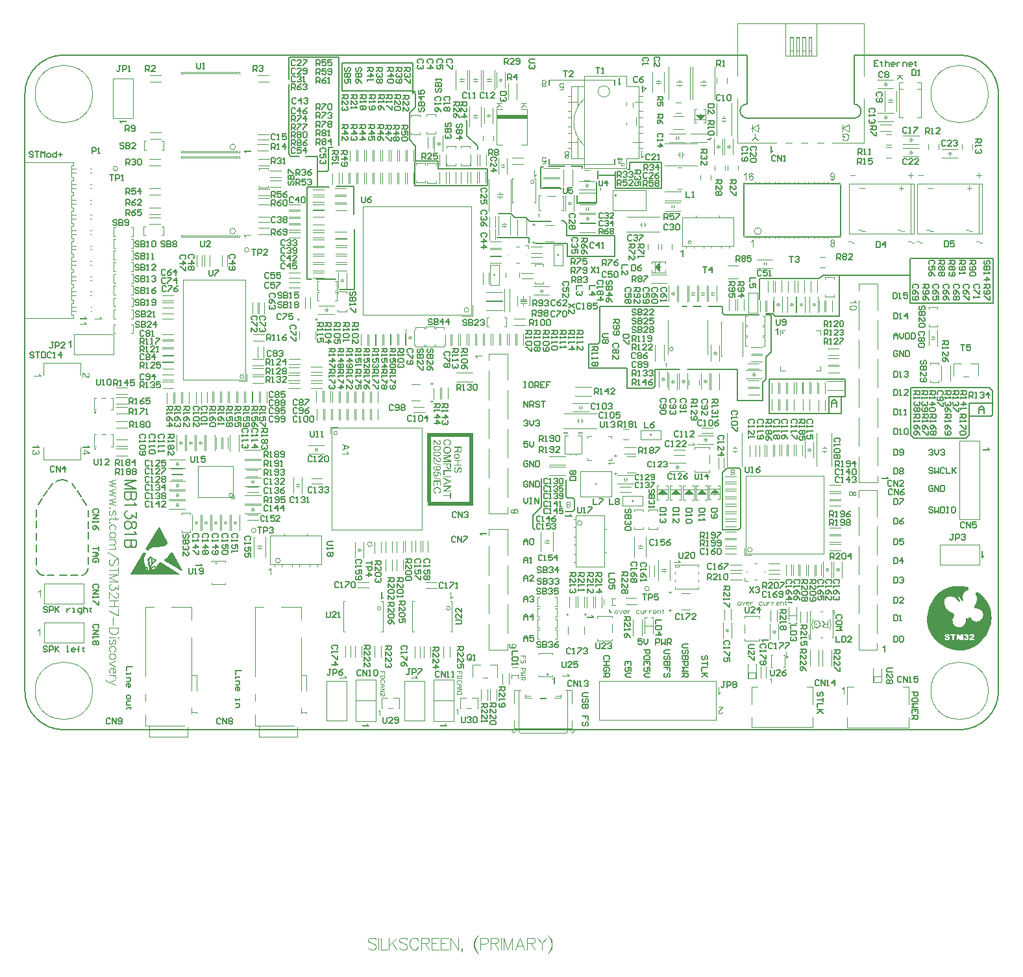
<source format=gto>
G04 Layer_Color=65535*
%FSLAX43Y43*%
%MOMM*%
G71*
G01*
G75*
%ADD88C,0.127*%
%ADD90C,0.254*%
%ADD98C,0.102*%
%ADD141C,0.120*%
%ADD142C,0.080*%
%ADD143C,0.100*%
%ADD144C,0.020*%
%ADD145C,0.152*%
%ADD146C,0.150*%
%ADD147R,2.800X0.125*%
%ADD148R,0.100X0.250*%
%ADD149R,4.000X0.500*%
%ADD150R,0.500X9.000*%
%ADD151R,0.500X9.000*%
%ADD152R,6.000X0.500*%
%ADD153R,6.000X0.500*%
G36*
X32160Y20144D02*
X32042D01*
Y20894D01*
X32040Y20893D01*
X32033Y20887D01*
X32025Y20879D01*
X32011Y20869D01*
X31996Y20857D01*
X31976Y20843D01*
X31954Y20828D01*
X31929Y20812D01*
X31928D01*
X31927Y20811D01*
X31918Y20806D01*
X31904Y20799D01*
X31888Y20790D01*
X31868Y20781D01*
X31847Y20771D01*
X31827Y20761D01*
X31806Y20753D01*
Y20867D01*
X31807D01*
X31810Y20869D01*
X31816Y20871D01*
X31823Y20875D01*
X31831Y20879D01*
X31841Y20885D01*
X31864Y20898D01*
X31892Y20914D01*
X31920Y20933D01*
X31949Y20955D01*
X31978Y20979D01*
X31979Y20980D01*
X31981Y20982D01*
X31985Y20986D01*
X31990Y20990D01*
X32003Y21004D01*
X32019Y21020D01*
X32036Y21040D01*
X32054Y21062D01*
X32069Y21084D01*
X32083Y21108D01*
X32160D01*
Y20144D01*
D02*
G37*
G36*
X1916Y46404D02*
X1919Y46402D01*
X1921Y46396D01*
X1925Y46389D01*
X1929Y46381D01*
X1934Y46371D01*
X1948Y46348D01*
X1964Y46320D01*
X1983Y46292D01*
X2005Y46263D01*
X2029Y46234D01*
X2030Y46232D01*
X2031Y46231D01*
X2036Y46227D01*
X2040Y46221D01*
X2054Y46209D01*
X2070Y46192D01*
X2090Y46176D01*
X2112Y46158D01*
X2134Y46142D01*
X2158Y46128D01*
Y46052D01*
X1194D01*
Y46170D01*
X1944D01*
X1943Y46171D01*
X1937Y46178D01*
X1929Y46187D01*
X1919Y46201D01*
X1907Y46216D01*
X1893Y46235D01*
X1878Y46257D01*
X1862Y46282D01*
Y46284D01*
X1861Y46285D01*
X1855Y46293D01*
X1848Y46307D01*
X1840Y46324D01*
X1830Y46343D01*
X1821Y46364D01*
X1811Y46385D01*
X1803Y46406D01*
X1916D01*
Y46404D01*
D02*
G37*
G36*
X7545Y46555D02*
X7557Y46554D01*
X7571Y46551D01*
X7585Y46548D01*
X7600Y46543D01*
X7602D01*
X7603Y46542D01*
X7611Y46539D01*
X7624Y46533D01*
X7640Y46525D01*
X7660Y46514D01*
X7682Y46500D01*
X7704Y46485D01*
X7728Y46465D01*
X7729D01*
X7731Y46463D01*
X7739Y46456D01*
X7751Y46443D01*
X7769Y46425D01*
X7790Y46404D01*
X7815Y46378D01*
X7843Y46346D01*
X7872Y46311D01*
X7873Y46310D01*
X7878Y46304D01*
X7885Y46296D01*
X7893Y46286D01*
X7904Y46274D01*
X7916Y46259D01*
X7930Y46243D01*
X7946Y46225D01*
X7979Y46191D01*
X8012Y46156D01*
X8029Y46139D01*
X8045Y46124D01*
X8061Y46110D01*
X8076Y46099D01*
X8077D01*
X8079Y46096D01*
X8083Y46094D01*
X8088Y46091D01*
X8104Y46081D01*
X8122Y46070D01*
X8144Y46060D01*
X8167Y46051D01*
X8194Y46045D01*
X8219Y46042D01*
X8222D01*
X8230Y46044D01*
X8244Y46045D01*
X8259Y46049D01*
X8278Y46055D01*
X8298Y46064D01*
X8317Y46077D01*
X8337Y46094D01*
X8339Y46096D01*
X8345Y46103D01*
X8352Y46113D01*
X8362Y46128D01*
X8370Y46148D01*
X8378Y46170D01*
X8384Y46196D01*
X8385Y46225D01*
Y46227D01*
Y46230D01*
Y46234D01*
X8384Y46239D01*
X8382Y46256D01*
X8378Y46275D01*
X8373Y46296D01*
X8363Y46320D01*
X8351Y46342D01*
X8334Y46363D01*
X8331Y46365D01*
X8324Y46371D01*
X8313Y46379D01*
X8296Y46388D01*
X8277Y46397D01*
X8252Y46406D01*
X8224Y46411D01*
X8192Y46414D01*
X8205Y46535D01*
X8206D01*
X8210Y46533D01*
X8217D01*
X8227Y46532D01*
X8238Y46529D01*
X8251Y46526D01*
X8266Y46522D01*
X8281Y46518D01*
X8314Y46507D01*
X8348Y46490D01*
X8364Y46481D01*
X8381Y46468D01*
X8396Y46456D01*
X8410Y46442D01*
X8412Y46440D01*
X8413Y46438D01*
X8417Y46433D01*
X8421Y46426D01*
X8427Y46418D01*
X8432Y46408D01*
X8439Y46397D01*
X8446Y46383D01*
X8453Y46368D01*
X8460Y46352D01*
X8466Y46334D01*
X8471Y46314D01*
X8475Y46293D01*
X8479Y46271D01*
X8481Y46248D01*
X8482Y46223D01*
Y46221D01*
Y46217D01*
Y46209D01*
X8481Y46199D01*
X8479Y46188D01*
X8478Y46174D01*
X8475Y46159D01*
X8473Y46144D01*
X8463Y46107D01*
X8449Y46071D01*
X8441Y46053D01*
X8431Y46035D01*
X8418Y46019D01*
X8405Y46003D01*
X8403Y46002D01*
X8402Y45999D01*
X8396Y45997D01*
X8391Y45991D01*
X8384Y45984D01*
X8374Y45977D01*
X8364Y45970D01*
X8352Y45962D01*
X8326Y45948D01*
X8292Y45934D01*
X8276Y45929D01*
X8256Y45926D01*
X8237Y45923D01*
X8216Y45922D01*
X8206D01*
X8195Y45923D01*
X8180Y45924D01*
X8163Y45927D01*
X8144Y45933D01*
X8123Y45938D01*
X8102Y45947D01*
X8099Y45948D01*
X8093Y45951D01*
X8081Y45956D01*
X8066Y45965D01*
X8050Y45976D01*
X8029Y45990D01*
X8008Y46006D01*
X7984Y46026D01*
X7982Y46028D01*
X7973Y46035D01*
X7966Y46042D01*
X7959Y46049D01*
X7951Y46058D01*
X7940Y46069D01*
X7929Y46080D01*
X7916Y46094D01*
X7903Y46107D01*
X7887Y46124D01*
X7872Y46142D01*
X7854Y46162D01*
X7836Y46184D01*
X7817Y46206D01*
X7815Y46207D01*
X7812Y46210D01*
X7808Y46216D01*
X7803Y46223D01*
X7794Y46231D01*
X7786Y46241D01*
X7768Y46263D01*
X7747Y46286D01*
X7726Y46309D01*
X7708Y46328D01*
X7701Y46336D01*
X7695Y46343D01*
X7693Y46345D01*
X7689Y46349D01*
X7683Y46354D01*
X7675Y46361D01*
X7665Y46368D01*
X7656Y46377D01*
X7632Y46393D01*
Y45920D01*
X7518D01*
Y46557D01*
X7534D01*
X7545Y46555D01*
D02*
G37*
G36*
X22971Y21716D02*
X22974Y21713D01*
X22975Y21707D01*
X22979Y21700D01*
X22984Y21692D01*
X22989Y21682D01*
X23003Y21659D01*
X23018Y21631D01*
X23038Y21603D01*
X23060Y21574D01*
X23083Y21545D01*
X23085Y21544D01*
X23086Y21542D01*
X23090Y21538D01*
X23095Y21533D01*
X23108Y21520D01*
X23125Y21503D01*
X23145Y21487D01*
X23167Y21469D01*
X23189Y21453D01*
X23212Y21440D01*
Y21363D01*
X22249D01*
Y21481D01*
X22999D01*
X22997Y21483D01*
X22992Y21490D01*
X22984Y21498D01*
X22974Y21512D01*
X22961Y21527D01*
X22948Y21546D01*
X22932Y21569D01*
X22917Y21594D01*
Y21595D01*
X22916Y21596D01*
X22910Y21605D01*
X22903Y21619D01*
X22895Y21635D01*
X22885Y21655D01*
X22875Y21675D01*
X22866Y21696D01*
X22857Y21717D01*
X22971D01*
Y21716D01*
D02*
G37*
G36*
X46592Y17208D02*
X46593Y17209D01*
X46600Y17215D01*
X46608Y17223D01*
X46622Y17233D01*
X46637Y17245D01*
X46657Y17259D01*
X46679Y17274D01*
X46704Y17290D01*
X46705D01*
X46707Y17291D01*
X46715Y17297D01*
X46729Y17304D01*
X46746Y17312D01*
X46765Y17322D01*
X46786Y17331D01*
X46807Y17341D01*
X46827Y17349D01*
Y17236D01*
X46826D01*
X46823Y17233D01*
X46818Y17231D01*
X46811Y17227D01*
X46803Y17223D01*
X46793Y17218D01*
X46769Y17204D01*
X46741Y17188D01*
X46714Y17169D01*
X46685Y17147D01*
X46655Y17123D01*
X46654Y17122D01*
X46653Y17121D01*
X46649Y17116D01*
X46643Y17112D01*
X46631Y17098D01*
X46614Y17082D01*
X46597Y17062D01*
X46579Y17040D01*
X46564Y17018D01*
X46550Y16994D01*
X46474D01*
Y17958D01*
X46592D01*
Y17208D01*
D02*
G37*
G36*
X13284Y79281D02*
X12534D01*
X12535Y79279D01*
X12541Y79272D01*
X12549Y79264D01*
X12559Y79250D01*
X12571Y79235D01*
X12585Y79215D01*
X12600Y79193D01*
X12616Y79168D01*
Y79167D01*
X12617Y79165D01*
X12623Y79157D01*
X12630Y79143D01*
X12638Y79127D01*
X12648Y79107D01*
X12657Y79086D01*
X12667Y79066D01*
X12675Y79045D01*
X12562D01*
Y79046D01*
X12559Y79049D01*
X12557Y79055D01*
X12553Y79061D01*
X12549Y79070D01*
X12544Y79079D01*
X12530Y79103D01*
X12514Y79131D01*
X12495Y79159D01*
X12473Y79188D01*
X12449Y79217D01*
X12448Y79218D01*
X12447Y79220D01*
X12442Y79224D01*
X12438Y79229D01*
X12424Y79242D01*
X12408Y79258D01*
X12388Y79275D01*
X12366Y79293D01*
X12344Y79308D01*
X12320Y79322D01*
Y79398D01*
X13284D01*
Y79281D01*
D02*
G37*
G36*
X29530Y75396D02*
X28780D01*
X28781Y75394D01*
X28787Y75387D01*
X28795Y75379D01*
X28805Y75365D01*
X28817Y75350D01*
X28831Y75330D01*
X28846Y75308D01*
X28862Y75283D01*
Y75282D01*
X28863Y75281D01*
X28868Y75272D01*
X28875Y75258D01*
X28884Y75242D01*
X28893Y75222D01*
X28903Y75201D01*
X28913Y75181D01*
X28921Y75160D01*
X28807D01*
Y75161D01*
X28805Y75164D01*
X28803Y75170D01*
X28799Y75177D01*
X28795Y75185D01*
X28789Y75195D01*
X28776Y75218D01*
X28760Y75246D01*
X28741Y75274D01*
X28719Y75303D01*
X28695Y75332D01*
X28694Y75333D01*
X28692Y75335D01*
X28688Y75339D01*
X28684Y75344D01*
X28670Y75357D01*
X28654Y75373D01*
X28634Y75390D01*
X28612Y75408D01*
X28590Y75423D01*
X28566Y75437D01*
Y75514D01*
X29530D01*
Y75396D01*
D02*
G37*
G36*
X1688Y37133D02*
X1691Y37131D01*
X1692Y37125D01*
X1696Y37118D01*
X1700Y37110D01*
X1706Y37100D01*
X1720Y37077D01*
X1735Y37049D01*
X1754Y37021D01*
X1776Y36992D01*
X1800Y36963D01*
X1801Y36961D01*
X1803Y36960D01*
X1807Y36956D01*
X1811Y36950D01*
X1825Y36938D01*
X1842Y36921D01*
X1861Y36905D01*
X1883Y36887D01*
X1905Y36871D01*
X1929Y36857D01*
Y36781D01*
X965D01*
Y36899D01*
X1715D01*
X1714Y36900D01*
X1709Y36907D01*
X1700Y36916D01*
X1691Y36930D01*
X1678Y36945D01*
X1664Y36964D01*
X1649Y36986D01*
X1634Y37011D01*
Y37013D01*
X1632Y37014D01*
X1627Y37022D01*
X1620Y37036D01*
X1611Y37053D01*
X1602Y37072D01*
X1592Y37093D01*
X1582Y37114D01*
X1574Y37135D01*
X1688D01*
Y37133D01*
D02*
G37*
G36*
X97395Y6071D02*
X97315D01*
Y6579D01*
X97314Y6578D01*
X97309Y6574D01*
X97303Y6569D01*
X97294Y6562D01*
X97284Y6554D01*
X97271Y6544D01*
X97256Y6534D01*
X97239Y6524D01*
X97238D01*
X97237Y6523D01*
X97231Y6519D01*
X97222Y6514D01*
X97210Y6509D01*
X97197Y6502D01*
X97183Y6495D01*
X97169Y6489D01*
X97155Y6483D01*
Y6560D01*
X97156D01*
X97158Y6562D01*
X97162Y6563D01*
X97166Y6566D01*
X97172Y6569D01*
X97178Y6572D01*
X97194Y6582D01*
X97213Y6592D01*
X97232Y6605D01*
X97252Y6620D01*
X97272Y6636D01*
X97272Y6637D01*
X97273Y6638D01*
X97276Y6641D01*
X97280Y6644D01*
X97288Y6653D01*
X97300Y6665D01*
X97311Y6678D01*
X97323Y6693D01*
X97334Y6708D01*
X97343Y6724D01*
X97395D01*
Y6071D01*
D02*
G37*
G36*
X63823Y11224D02*
X63831D01*
X63853Y11220D01*
X63879Y11216D01*
X63907Y11209D01*
X63938Y11199D01*
X63967Y11185D01*
X63968D01*
X63970Y11184D01*
X63974Y11181D01*
X63979Y11178D01*
X63993Y11170D01*
X64011Y11158D01*
X64031Y11142D01*
X64050Y11124D01*
X64069Y11102D01*
X64086Y11079D01*
Y11077D01*
X64087Y11076D01*
X64090Y11072D01*
X64092Y11066D01*
X64098Y11052D01*
X64105Y11034D01*
X64114Y11011D01*
X64119Y10984D01*
X64125Y10955D01*
X64126Y10923D01*
Y10922D01*
Y10916D01*
X64125Y10909D01*
Y10898D01*
X64123Y10886D01*
X64121Y10872D01*
X64117Y10855D01*
X64112Y10839D01*
X64107Y10819D01*
X64100Y10800D01*
X64092Y10780D01*
X64080Y10760D01*
X64068Y10740D01*
X64054Y10721D01*
X64037Y10701D01*
X64018Y10683D01*
X64017Y10682D01*
X64013Y10679D01*
X64007Y10675D01*
X63997Y10669D01*
X63985Y10661D01*
X63971Y10654D01*
X63953Y10646D01*
X63933Y10638D01*
X63910Y10628D01*
X63884Y10620D01*
X63854Y10613D01*
X63823Y10606D01*
X63786Y10599D01*
X63748Y10595D01*
X63706Y10592D01*
X63662Y10590D01*
X63649D01*
X63635Y10592D01*
X63616D01*
X63594Y10593D01*
X63567Y10596D01*
X63538Y10599D01*
X63506Y10603D01*
X63474Y10608D01*
X63440Y10615D01*
X63406Y10624D01*
X63373Y10633D01*
X63341Y10646D01*
X63311Y10660D01*
X63282Y10675D01*
X63257Y10693D01*
X63255Y10694D01*
X63253Y10697D01*
X63247Y10703D01*
X63239Y10710D01*
X63230Y10718D01*
X63222Y10729D01*
X63211Y10743D01*
X63201Y10757D01*
X63192Y10773D01*
X63180Y10791D01*
X63172Y10812D01*
X63162Y10833D01*
X63155Y10857D01*
X63150Y10882D01*
X63147Y10908D01*
X63146Y10936D01*
Y10937D01*
Y10941D01*
Y10947D01*
X63147Y10955D01*
Y10965D01*
X63149Y10976D01*
X63154Y11002D01*
X63161Y11031D01*
X63172Y11062D01*
X63189Y11092D01*
X63198Y11108D01*
X63210Y11122D01*
X63211Y11123D01*
X63212Y11124D01*
X63216Y11128D01*
X63221Y11133D01*
X63228Y11140D01*
X63236Y11145D01*
X63255Y11160D01*
X63280Y11176D01*
X63311Y11190D01*
X63345Y11202D01*
X63384Y11210D01*
X63394Y11092D01*
X63393D01*
X63391Y11091D01*
X63383Y11090D01*
X63370Y11085D01*
X63355Y11080D01*
X63339Y11074D01*
X63322Y11066D01*
X63307Y11056D01*
X63294Y11047D01*
X63291Y11044D01*
X63286Y11038D01*
X63277Y11029D01*
X63268Y11015D01*
X63259Y10997D01*
X63251Y10977D01*
X63246Y10954D01*
X63243Y10929D01*
Y10926D01*
Y10919D01*
X63244Y10908D01*
X63247Y10896D01*
X63251Y10879D01*
X63257Y10862D01*
X63264Y10846D01*
X63275Y10829D01*
X63276Y10826D01*
X63282Y10819D01*
X63291Y10810D01*
X63305Y10797D01*
X63322Y10783D01*
X63341Y10768D01*
X63366Y10754D01*
X63394Y10740D01*
X63395D01*
X63398Y10739D01*
X63402Y10737D01*
X63408Y10735D01*
X63416Y10733D01*
X63426Y10730D01*
X63437Y10728D01*
X63451Y10725D01*
X63466Y10721D01*
X63483Y10718D01*
X63501Y10715D01*
X63520Y10714D01*
X63542Y10711D01*
X63565Y10710D01*
X63590Y10708D01*
X63614D01*
X63613Y10710D01*
X63605Y10715D01*
X63594Y10725D01*
X63580Y10737D01*
X63563Y10751D01*
X63548Y10769D01*
X63533Y10789D01*
X63519Y10811D01*
Y10812D01*
X63517Y10814D01*
X63513Y10822D01*
X63509Y10834D01*
X63502Y10851D01*
X63497Y10871D01*
X63492Y10893D01*
X63488Y10916D01*
X63487Y10941D01*
Y10943D01*
Y10947D01*
Y10952D01*
X63488Y10961D01*
X63490Y10972D01*
X63491Y10983D01*
X63494Y10997D01*
X63498Y11011D01*
X63508Y11043D01*
X63515Y11059D01*
X63524Y11076D01*
X63534Y11092D01*
X63545Y11110D01*
X63559Y11127D01*
X63574Y11142D01*
X63576Y11144D01*
X63578Y11147D01*
X63583Y11151D01*
X63590Y11155D01*
X63599Y11162D01*
X63609Y11169D01*
X63621Y11176D01*
X63635Y11184D01*
X63651Y11192D01*
X63667Y11199D01*
X63687Y11206D01*
X63706Y11213D01*
X63727Y11217D01*
X63750Y11221D01*
X63774Y11224D01*
X63799Y11226D01*
X63814D01*
X63823Y11224D01*
D02*
G37*
G36*
X60285Y25526D02*
X59534D01*
X59536Y25525D01*
X59541Y25518D01*
X59550Y25510D01*
X59559Y25496D01*
X59572Y25480D01*
X59586Y25461D01*
X59601Y25439D01*
X59616Y25414D01*
Y25412D01*
X59618Y25411D01*
X59623Y25403D01*
X59630Y25389D01*
X59638Y25372D01*
X59648Y25353D01*
X59658Y25332D01*
X59667Y25311D01*
X59676Y25290D01*
X59562D01*
Y25292D01*
X59559Y25295D01*
X59558Y25300D01*
X59554Y25307D01*
X59550Y25315D01*
X59544Y25325D01*
X59530Y25349D01*
X59515Y25376D01*
X59495Y25404D01*
X59473Y25433D01*
X59450Y25462D01*
X59448Y25464D01*
X59447Y25465D01*
X59443Y25469D01*
X59439Y25475D01*
X59425Y25487D01*
X59408Y25504D01*
X59389Y25521D01*
X59367Y25539D01*
X59344Y25554D01*
X59321Y25568D01*
Y25644D01*
X60285D01*
Y25526D01*
D02*
G37*
G36*
X69127Y5907D02*
X69009D01*
Y6657D01*
X69008Y6655D01*
X69001Y6650D01*
X68993Y6642D01*
X68979Y6632D01*
X68964Y6619D01*
X68944Y6606D01*
X68922Y6590D01*
X68897Y6575D01*
X68896D01*
X68894Y6574D01*
X68886Y6568D01*
X68872Y6561D01*
X68855Y6553D01*
X68836Y6543D01*
X68815Y6533D01*
X68794Y6524D01*
X68773Y6515D01*
Y6629D01*
X68775D01*
X68778Y6632D01*
X68783Y6633D01*
X68790Y6637D01*
X68798Y6642D01*
X68808Y6647D01*
X68832Y6661D01*
X68859Y6676D01*
X68887Y6696D01*
X68916Y6718D01*
X68945Y6741D01*
X68947Y6743D01*
X68948Y6744D01*
X68952Y6748D01*
X68958Y6753D01*
X68970Y6766D01*
X68987Y6783D01*
X69004Y6802D01*
X69022Y6825D01*
X69037Y6847D01*
X69051Y6870D01*
X69127D01*
Y5907D01*
D02*
G37*
G36*
X1234Y36360D02*
X1233D01*
X1230Y36358D01*
X1225Y36357D01*
X1218Y36355D01*
X1209Y36354D01*
X1200Y36351D01*
X1179Y36344D01*
X1154Y36335D01*
X1130Y36322D01*
X1108Y36308D01*
X1089Y36292D01*
X1087Y36289D01*
X1082Y36283D01*
X1075Y36272D01*
X1068Y36258D01*
X1060Y36242D01*
X1053Y36221D01*
X1047Y36197D01*
X1046Y36172D01*
Y36171D01*
Y36168D01*
Y36164D01*
X1047Y36158D01*
X1048Y36143D01*
X1053Y36124D01*
X1060Y36102D01*
X1069Y36078D01*
X1083Y36054D01*
X1102Y36032D01*
X1105Y36029D01*
X1114Y36023D01*
X1126Y36014D01*
X1143Y36003D01*
X1164Y35992D01*
X1187Y35984D01*
X1215Y35977D01*
X1245Y35974D01*
X1254D01*
X1259Y35975D01*
X1274Y35977D01*
X1292Y35981D01*
X1315Y35986D01*
X1337Y35996D01*
X1359Y36010D01*
X1380Y36028D01*
X1383Y36031D01*
X1388Y36038D01*
X1397Y36049D01*
X1406Y36064D01*
X1416Y36084D01*
X1424Y36107D01*
X1430Y36133D01*
X1433Y36163D01*
Y36164D01*
Y36168D01*
Y36175D01*
X1431Y36185D01*
X1430Y36197D01*
X1427Y36211D01*
X1424Y36228D01*
X1420Y36246D01*
X1524Y36232D01*
Y36231D01*
Y36225D01*
X1523Y36219D01*
Y36214D01*
Y36213D01*
Y36211D01*
Y36207D01*
Y36201D01*
X1525Y36186D01*
X1528Y36168D01*
X1532Y36147D01*
X1539Y36124D01*
X1549Y36102D01*
X1562Y36078D01*
Y36077D01*
X1563Y36075D01*
X1568Y36068D01*
X1578Y36059D01*
X1591Y36048D01*
X1609Y36036D01*
X1630Y36027D01*
X1653Y36020D01*
X1667Y36017D01*
X1693D01*
X1704Y36020D01*
X1720Y36023D01*
X1736Y36028D01*
X1754Y36035D01*
X1772Y36046D01*
X1789Y36061D01*
X1790Y36063D01*
X1796Y36070D01*
X1803Y36079D01*
X1811Y36092D01*
X1818Y36109D01*
X1825Y36128D01*
X1831Y36150D01*
X1832Y36175D01*
Y36176D01*
Y36178D01*
Y36186D01*
X1829Y36199D01*
X1826Y36215D01*
X1821Y36233D01*
X1814Y36251D01*
X1803Y36271D01*
X1789Y36289D01*
X1788Y36290D01*
X1781Y36296D01*
X1771Y36304D01*
X1757Y36314D01*
X1739Y36324D01*
X1717Y36333D01*
X1691Y36342D01*
X1660Y36347D01*
X1681Y36465D01*
X1682D01*
X1686Y36464D01*
X1692Y36462D01*
X1700Y36461D01*
X1710Y36458D01*
X1721Y36454D01*
X1747Y36446D01*
X1778Y36432D01*
X1808Y36415D01*
X1838Y36394D01*
X1864Y36368D01*
X1865Y36366D01*
X1867Y36364D01*
X1869Y36360D01*
X1874Y36354D01*
X1879Y36347D01*
X1885Y36337D01*
X1890Y36328D01*
X1897Y36315D01*
X1908Y36287D01*
X1919Y36256D01*
X1926Y36218D01*
X1929Y36199D01*
Y36178D01*
Y36176D01*
Y36174D01*
Y36170D01*
Y36164D01*
X1928Y36149D01*
X1925Y36131D01*
X1921Y36109D01*
X1914Y36084D01*
X1905Y36059D01*
X1894Y36034D01*
Y36032D01*
X1893Y36031D01*
X1889Y36023D01*
X1881Y36010D01*
X1871Y35996D01*
X1857Y35980D01*
X1842Y35963D01*
X1824Y35946D01*
X1803Y35932D01*
X1800Y35931D01*
X1793Y35927D01*
X1781Y35921D01*
X1765Y35914D01*
X1747Y35907D01*
X1727Y35902D01*
X1703Y35898D01*
X1679Y35896D01*
X1668D01*
X1657Y35898D01*
X1642Y35901D01*
X1624Y35905D01*
X1605Y35912D01*
X1585Y35920D01*
X1566Y35931D01*
X1563Y35932D01*
X1557Y35937D01*
X1548Y35945D01*
X1537Y35956D01*
X1524Y35970D01*
X1510Y35986D01*
X1498Y36006D01*
X1485Y36029D01*
Y36028D01*
X1484Y36025D01*
X1482Y36021D01*
X1481Y36016D01*
X1476Y36000D01*
X1467Y35981D01*
X1456Y35959D01*
X1442Y35937D01*
X1424Y35916D01*
X1403Y35896D01*
X1401Y35895D01*
X1392Y35889D01*
X1378Y35881D01*
X1360Y35873D01*
X1338Y35864D01*
X1312Y35856D01*
X1281Y35851D01*
X1248Y35849D01*
X1236D01*
X1227Y35851D01*
X1216Y35852D01*
X1204Y35855D01*
X1190Y35858D01*
X1175Y35860D01*
X1141Y35871D01*
X1123Y35880D01*
X1107Y35888D01*
X1089Y35899D01*
X1071Y35912D01*
X1053Y35925D01*
X1036Y35942D01*
X1035Y35944D01*
X1032Y35946D01*
X1028Y35952D01*
X1022Y35959D01*
X1015Y35967D01*
X1008Y35978D01*
X1000Y35991D01*
X993Y36006D01*
X985Y36021D01*
X976Y36039D01*
X969Y36057D01*
X962Y36078D01*
X957Y36100D01*
X953Y36124D01*
X950Y36147D01*
X949Y36174D01*
Y36175D01*
Y36179D01*
Y36186D01*
X950Y36195D01*
X951Y36206D01*
X953Y36218D01*
X955Y36232D01*
X958Y36247D01*
X967Y36281D01*
X980Y36315D01*
X989Y36333D01*
X998Y36350D01*
X1011Y36366D01*
X1023Y36383D01*
X1025Y36385D01*
X1028Y36387D01*
X1032Y36391D01*
X1037Y36396D01*
X1044Y36403D01*
X1054Y36409D01*
X1064Y36418D01*
X1076Y36426D01*
X1090Y36434D01*
X1104Y36443D01*
X1137Y36458D01*
X1176Y36471D01*
X1197Y36475D01*
X1219Y36477D01*
X1234Y36360D01*
D02*
G37*
G36*
X8266Y37133D02*
X8269Y37131D01*
X8271Y37125D01*
X8275Y37118D01*
X8279Y37110D01*
X8284Y37100D01*
X8298Y37077D01*
X8314Y37049D01*
X8333Y37021D01*
X8355Y36992D01*
X8379Y36963D01*
X8380Y36961D01*
X8381Y36960D01*
X8386Y36956D01*
X8390Y36950D01*
X8404Y36938D01*
X8420Y36921D01*
X8440Y36905D01*
X8462Y36887D01*
X8484Y36871D01*
X8508Y36857D01*
Y36781D01*
X7544D01*
Y36899D01*
X8294D01*
X8293Y36900D01*
X8287Y36907D01*
X8279Y36916D01*
X8269Y36930D01*
X8257Y36945D01*
X8243Y36964D01*
X8228Y36986D01*
X8212Y37011D01*
Y37013D01*
X8211Y37014D01*
X8205Y37022D01*
X8198Y37036D01*
X8190Y37053D01*
X8180Y37072D01*
X8171Y37093D01*
X8161Y37114D01*
X8153Y37135D01*
X8266D01*
Y37133D01*
D02*
G37*
G36*
X8503Y36079D02*
Y35984D01*
X7882D01*
Y35853D01*
X7774D01*
Y35984D01*
X7544D01*
Y36102D01*
X7774D01*
Y36519D01*
X7882D01*
X8503Y36079D01*
D02*
G37*
G36*
X66518Y72282D02*
X66520Y72283D01*
X66526Y72288D01*
X66535Y72297D01*
X66549Y72306D01*
X66564Y72319D01*
X66583Y72333D01*
X66606Y72348D01*
X66630Y72363D01*
X66632D01*
X66633Y72365D01*
X66642Y72370D01*
X66655Y72377D01*
X66672Y72386D01*
X66691Y72395D01*
X66712Y72405D01*
X66733Y72415D01*
X66754Y72423D01*
Y72309D01*
X66753D01*
X66750Y72306D01*
X66744Y72305D01*
X66737Y72301D01*
X66729Y72297D01*
X66719Y72291D01*
X66696Y72277D01*
X66668Y72262D01*
X66640Y72243D01*
X66611Y72220D01*
X66582Y72197D01*
X66581Y72196D01*
X66579Y72194D01*
X66575Y72190D01*
X66569Y72186D01*
X66557Y72172D01*
X66540Y72155D01*
X66524Y72136D01*
X66506Y72114D01*
X66490Y72092D01*
X66477Y72068D01*
X66400D01*
Y73032D01*
X66518D01*
Y72282D01*
D02*
G37*
G36*
X7866Y53902D02*
X7868Y53899D01*
X7870Y53893D01*
X7874Y53886D01*
X7878Y53878D01*
X7884Y53868D01*
X7897Y53845D01*
X7913Y53817D01*
X7932Y53789D01*
X7954Y53760D01*
X7978Y53731D01*
X7979Y53730D01*
X7981Y53728D01*
X7985Y53724D01*
X7989Y53718D01*
X8003Y53706D01*
X8019Y53689D01*
X8039Y53673D01*
X8061Y53655D01*
X8083Y53639D01*
X8107Y53626D01*
Y53549D01*
X7143D01*
Y53667D01*
X7893D01*
X7892Y53669D01*
X7886Y53675D01*
X7878Y53684D01*
X7868Y53698D01*
X7856Y53713D01*
X7842Y53732D01*
X7827Y53755D01*
X7811Y53779D01*
Y53781D01*
X7810Y53782D01*
X7805Y53791D01*
X7798Y53804D01*
X7789Y53821D01*
X7780Y53840D01*
X7770Y53861D01*
X7760Y53882D01*
X7752Y53903D01*
X7866D01*
Y53902D01*
D02*
G37*
G36*
Y53155D02*
X7868Y53153D01*
X7870Y53147D01*
X7874Y53140D01*
X7878Y53132D01*
X7884Y53122D01*
X7897Y53099D01*
X7913Y53071D01*
X7932Y53043D01*
X7954Y53014D01*
X7978Y52985D01*
X7979Y52983D01*
X7981Y52982D01*
X7985Y52978D01*
X7989Y52972D01*
X8003Y52960D01*
X8019Y52943D01*
X8039Y52927D01*
X8061Y52909D01*
X8083Y52893D01*
X8107Y52879D01*
Y52803D01*
X7143D01*
Y52921D01*
X7893D01*
X7892Y52922D01*
X7886Y52929D01*
X7878Y52938D01*
X7868Y52952D01*
X7856Y52967D01*
X7842Y52986D01*
X7827Y53008D01*
X7811Y53033D01*
Y53035D01*
X7810Y53036D01*
X7805Y53044D01*
X7798Y53058D01*
X7789Y53075D01*
X7780Y53094D01*
X7770Y53115D01*
X7760Y53136D01*
X7752Y53157D01*
X7866D01*
Y53155D01*
D02*
G37*
G36*
X53811Y31651D02*
X53825D01*
X53839Y31650D01*
X53857Y31648D01*
X53875Y31646D01*
X53915Y31639D01*
X53960Y31629D01*
X54004Y31615D01*
X54047Y31596D01*
X54048Y31594D01*
X54052Y31593D01*
X54058Y31590D01*
X54065Y31585D01*
X54075Y31579D01*
X54086Y31572D01*
X54111Y31554D01*
X54138Y31531D01*
X54166Y31503D01*
X54194Y31471D01*
X54217Y31434D01*
X54219Y31432D01*
X54220Y31428D01*
X54223Y31422D01*
X54227Y31415D01*
X54231Y31404D01*
X54236Y31393D01*
X54241Y31379D01*
X54247Y31364D01*
X54252Y31348D01*
X54258Y31329D01*
X54266Y31291D01*
X54273Y31246D01*
X54276Y31201D01*
Y31199D01*
Y31194D01*
Y31187D01*
X54274Y31177D01*
X54273Y31164D01*
X54272Y31149D01*
X54270Y31134D01*
X54266Y31116D01*
X54258Y31078D01*
X54245Y31037D01*
X54237Y31016D01*
X54227Y30997D01*
X54215Y30977D01*
X54202Y30958D01*
X54201Y30956D01*
X54199Y30954D01*
X54195Y30948D01*
X54188Y30941D01*
X54181Y30934D01*
X54172Y30925D01*
X54161Y30915D01*
X54150Y30904D01*
X54136Y30893D01*
X54119Y30882D01*
X54102Y30869D01*
X54084Y30858D01*
X54064Y30848D01*
X54043Y30837D01*
X54021Y30829D01*
X53996Y30821D01*
X53966Y30945D01*
X53968D01*
X53971Y30947D01*
X53976Y30949D01*
X53983Y30952D01*
X53991Y30955D01*
X54003Y30959D01*
X54025Y30970D01*
X54050Y30984D01*
X54075Y31001D01*
X54098Y31022D01*
X54119Y31044D01*
X54122Y31047D01*
X54127Y31055D01*
X54134Y31069D01*
X54144Y31087D01*
X54152Y31110D01*
X54161Y31137D01*
X54166Y31169D01*
X54168Y31203D01*
Y31205D01*
Y31209D01*
Y31214D01*
X54166Y31221D01*
Y31231D01*
X54165Y31242D01*
X54161Y31268D01*
X54155Y31298D01*
X54145Y31328D01*
X54132Y31360D01*
X54113Y31389D01*
Y31391D01*
X54111Y31392D01*
X54104Y31402D01*
X54093Y31414D01*
X54076Y31429D01*
X54055Y31447D01*
X54032Y31464D01*
X54003Y31479D01*
X53971Y31493D01*
X53969D01*
X53966Y31495D01*
X53962Y31496D01*
X53955Y31497D01*
X53947Y31500D01*
X53937Y31503D01*
X53914Y31507D01*
X53886Y31513D01*
X53856Y31518D01*
X53822Y31521D01*
X53786Y31522D01*
X53765D01*
X53756Y31521D01*
X53743D01*
X53729Y31519D01*
X53714Y31518D01*
X53681Y31514D01*
X53645Y31507D01*
X53609Y31499D01*
X53573Y31488D01*
X53571D01*
X53568Y31486D01*
X53564Y31483D01*
X53557Y31481D01*
X53541Y31472D01*
X53521Y31460D01*
X53499Y31445D01*
X53476Y31425D01*
X53455Y31403D01*
X53435Y31377D01*
Y31375D01*
X53434Y31372D01*
X53431Y31368D01*
X53428Y31363D01*
X53426Y31356D01*
X53421Y31348D01*
X53413Y31328D01*
X53405Y31303D01*
X53398Y31275D01*
X53392Y31245D01*
X53391Y31213D01*
Y31212D01*
Y31209D01*
Y31203D01*
X53392Y31195D01*
Y31185D01*
X53394Y31176D01*
X53399Y31151D01*
X53406Y31121D01*
X53417Y31092D01*
X53433Y31062D01*
X53441Y31047D01*
X53452Y31033D01*
X53453Y31031D01*
X53455Y31030D01*
X53459Y31026D01*
X53463Y31020D01*
X53470Y31015D01*
X53478Y31008D01*
X53487Y30999D01*
X53498Y30992D01*
X53510Y30984D01*
X53524Y30974D01*
X53538Y30966D01*
X53555Y30958D01*
X53573Y30951D01*
X53592Y30944D01*
X53613Y30937D01*
X53635Y30931D01*
X53603Y30804D01*
X53602D01*
X53596Y30805D01*
X53588Y30808D01*
X53577Y30812D01*
X53564Y30816D01*
X53549Y30822D01*
X53532Y30829D01*
X53514Y30837D01*
X53476Y30857D01*
X53437Y30882D01*
X53417Y30897D01*
X53398Y30912D01*
X53381Y30929D01*
X53365Y30948D01*
X53363Y30949D01*
X53360Y30952D01*
X53358Y30959D01*
X53352Y30966D01*
X53345Y30977D01*
X53338Y30988D01*
X53331Y31004D01*
X53324Y31019D01*
X53316Y31037D01*
X53309Y31056D01*
X53302Y31077D01*
X53295Y31099D01*
X53290Y31123D01*
X53287Y31148D01*
X53284Y31174D01*
X53283Y31202D01*
Y31203D01*
Y31209D01*
Y31217D01*
X53284Y31228D01*
Y31241D01*
X53286Y31256D01*
X53288Y31273D01*
X53291Y31292D01*
X53298Y31332D01*
X53309Y31374D01*
X53324Y31415D01*
X53334Y31435D01*
X53345Y31454D01*
X53347Y31456D01*
X53348Y31458D01*
X53352Y31464D01*
X53358Y31470D01*
X53363Y31478D01*
X53372Y31488D01*
X53381Y31499D01*
X53392Y31510D01*
X53405Y31521D01*
X53417Y31533D01*
X53449Y31558D01*
X53487Y31582D01*
X53528Y31603D01*
X53530D01*
X53534Y31605D01*
X53541Y31607D01*
X53549Y31611D01*
X53560Y31614D01*
X53574Y31618D01*
X53589Y31624D01*
X53606Y31628D01*
X53624Y31632D01*
X53645Y31637D01*
X53688Y31644D01*
X53736Y31650D01*
X53786Y31653D01*
X53801D01*
X53811Y31651D01*
D02*
G37*
G36*
X53560Y33554D02*
X53556D01*
X53552Y33553D01*
X53545Y33551D01*
X53530Y33547D01*
X53509Y33542D01*
X53488Y33533D01*
X53464Y33522D01*
X53444Y33508D01*
X53424Y33492D01*
X53423Y33489D01*
X53417Y33483D01*
X53410Y33472D01*
X53402Y33457D01*
X53394Y33440D01*
X53387Y33419D01*
X53381Y33396D01*
X53380Y33370D01*
Y33368D01*
Y33365D01*
Y33361D01*
X53381Y33356D01*
X53383Y33339D01*
X53388Y33320D01*
X53395Y33296D01*
X53406Y33272D01*
X53423Y33247D01*
X53433Y33236D01*
X53444Y33225D01*
X53445Y33224D01*
X53446Y33223D01*
X53451Y33220D01*
X53455Y33216D01*
X53470Y33206D01*
X53489Y33195D01*
X53513Y33185D01*
X53542Y33175D01*
X53577Y33168D01*
X53595Y33166D01*
X53624D01*
X53631Y33167D01*
X53639D01*
X53649Y33168D01*
X53671Y33173D01*
X53697Y33180D01*
X53724Y33189D01*
X53749Y33203D01*
X53772Y33223D01*
X53774D01*
X53775Y33225D01*
X53782Y33232D01*
X53792Y33245D01*
X53803Y33261D01*
X53813Y33284D01*
X53822Y33309D01*
X53829Y33338D01*
X53832Y33354D01*
Y33371D01*
Y33374D01*
Y33381D01*
X53831Y33392D01*
X53829Y33406D01*
X53825Y33422D01*
X53821Y33439D01*
X53814Y33457D01*
X53806Y33475D01*
X53804Y33476D01*
X53801Y33482D01*
X53794Y33490D01*
X53788Y33501D01*
X53778Y33512D01*
X53765Y33523D01*
X53753Y33536D01*
X53738Y33546D01*
X53753Y33657D01*
X54247Y33564D01*
Y33087D01*
X54134D01*
Y33471D01*
X53875Y33522D01*
X53876Y33521D01*
X53878Y33518D01*
X53880Y33514D01*
X53885Y33507D01*
X53889Y33499D01*
X53894Y33489D01*
X53905Y33467D01*
X53917Y33439D01*
X53926Y33408D01*
X53933Y33375D01*
X53936Y33358D01*
Y33340D01*
Y33339D01*
Y33335D01*
Y33328D01*
X53935Y33320D01*
X53933Y33309D01*
X53932Y33296D01*
X53929Y33282D01*
X53925Y33267D01*
X53915Y33234D01*
X53908Y33216D01*
X53899Y33198D01*
X53889Y33180D01*
X53878Y33162D01*
X53864Y33145D01*
X53849Y33128D01*
X53847Y33127D01*
X53844Y33124D01*
X53840Y33120D01*
X53833Y33114D01*
X53824Y33107D01*
X53814Y33100D01*
X53801Y33092D01*
X53788Y33084D01*
X53772Y33077D01*
X53756Y33069D01*
X53736Y33062D01*
X53717Y33055D01*
X53696Y33049D01*
X53672Y33045D01*
X53649Y33042D01*
X53624Y33041D01*
X53611D01*
X53602Y33042D01*
X53591Y33044D01*
X53578Y33045D01*
X53563Y33048D01*
X53548Y33051D01*
X53512Y33059D01*
X53474Y33073D01*
X53455Y33081D01*
X53437Y33092D01*
X53417Y33103D01*
X53399Y33117D01*
X53398Y33119D01*
X53394Y33121D01*
X53388Y33127D01*
X53381Y33134D01*
X53373Y33143D01*
X53362Y33155D01*
X53352Y33168D01*
X53341Y33184D01*
X53330Y33200D01*
X53320Y33220D01*
X53310Y33241D01*
X53301Y33263D01*
X53294Y33286D01*
X53288Y33313D01*
X53284Y33340D01*
X53283Y33370D01*
Y33371D01*
Y33375D01*
Y33382D01*
X53284Y33392D01*
X53286Y33403D01*
X53287Y33415D01*
X53288Y33431D01*
X53292Y33446D01*
X53301Y33480D01*
X53313Y33515D01*
X53322Y33533D01*
X53331Y33551D01*
X53342Y33568D01*
X53355Y33584D01*
X53356Y33586D01*
X53358Y33589D01*
X53363Y33591D01*
X53369Y33597D01*
X53376Y33604D01*
X53384Y33611D01*
X53395Y33619D01*
X53408Y33626D01*
X53420Y33634D01*
X53435Y33643D01*
X53469Y33658D01*
X53507Y33670D01*
X53528Y33675D01*
X53550Y33677D01*
X53560Y33554D01*
D02*
G37*
G36*
X54276Y32708D02*
Y32614D01*
X53283Y32892D01*
Y32987D01*
X54276Y32708D01*
D02*
G37*
G36*
X54259Y31813D02*
X54145D01*
Y32381D01*
X53853D01*
Y31850D01*
X53739D01*
Y32381D01*
X53413D01*
Y31791D01*
X53299D01*
Y32508D01*
X54259D01*
Y31813D01*
D02*
G37*
G36*
X9866Y53852D02*
X9868Y53849D01*
X9870Y53843D01*
X9874Y53836D01*
X9878Y53828D01*
X9884Y53818D01*
X9897Y53795D01*
X9913Y53767D01*
X9932Y53739D01*
X9954Y53710D01*
X9978Y53681D01*
X9979Y53680D01*
X9981Y53678D01*
X9985Y53674D01*
X9989Y53668D01*
X10003Y53656D01*
X10019Y53639D01*
X10039Y53623D01*
X10061Y53605D01*
X10083Y53589D01*
X10107Y53576D01*
Y53499D01*
X9143D01*
Y53617D01*
X9893D01*
X9892Y53619D01*
X9886Y53625D01*
X9878Y53634D01*
X9868Y53648D01*
X9856Y53663D01*
X9842Y53682D01*
X9827Y53705D01*
X9811Y53729D01*
Y53731D01*
X9810Y53732D01*
X9805Y53741D01*
X9798Y53754D01*
X9789Y53771D01*
X9780Y53791D01*
X9770Y53811D01*
X9760Y53832D01*
X9752Y53853D01*
X9866D01*
Y53852D01*
D02*
G37*
G36*
X2132Y17297D02*
X2014D01*
Y18048D01*
X2012Y18046D01*
X2005Y18041D01*
X1997Y18032D01*
X1983Y18023D01*
X1968Y18010D01*
X1949Y17996D01*
X1926Y17981D01*
X1901Y17966D01*
X1900D01*
X1899Y17964D01*
X1890Y17959D01*
X1876Y17952D01*
X1860Y17944D01*
X1840Y17934D01*
X1820Y17924D01*
X1799Y17915D01*
X1778Y17906D01*
Y18020D01*
X1779D01*
X1782Y18023D01*
X1788Y18024D01*
X1795Y18028D01*
X1803Y18032D01*
X1813Y18038D01*
X1836Y18052D01*
X1864Y18067D01*
X1892Y18087D01*
X1921Y18109D01*
X1950Y18132D01*
X1951Y18134D01*
X1953Y18135D01*
X1957Y18139D01*
X1962Y18143D01*
X1975Y18157D01*
X1992Y18174D01*
X2008Y18193D01*
X2026Y18215D01*
X2042Y18238D01*
X2055Y18261D01*
X2132D01*
Y17297D01*
D02*
G37*
G36*
X2030Y12217D02*
X1912D01*
Y12968D01*
X1911Y12966D01*
X1904Y12961D01*
X1896Y12952D01*
X1882Y12943D01*
X1866Y12930D01*
X1847Y12916D01*
X1825Y12901D01*
X1800Y12886D01*
X1798D01*
X1797Y12884D01*
X1789Y12879D01*
X1775Y12872D01*
X1758Y12864D01*
X1739Y12854D01*
X1718Y12844D01*
X1697Y12835D01*
X1676Y12826D01*
Y12940D01*
X1678D01*
X1681Y12943D01*
X1686Y12944D01*
X1693Y12948D01*
X1701Y12952D01*
X1711Y12958D01*
X1735Y12972D01*
X1762Y12987D01*
X1790Y13007D01*
X1819Y13029D01*
X1848Y13052D01*
X1850Y13054D01*
X1851Y13055D01*
X1855Y13059D01*
X1861Y13063D01*
X1873Y13077D01*
X1890Y13094D01*
X1907Y13113D01*
X1925Y13135D01*
X1940Y13158D01*
X1954Y13181D01*
X2030D01*
Y12217D01*
D02*
G37*
G36*
X55600Y17208D02*
X55602Y17209D01*
X55609Y17215D01*
X55617Y17223D01*
X55631Y17233D01*
X55646Y17245D01*
X55666Y17259D01*
X55688Y17274D01*
X55713Y17290D01*
X55714D01*
X55716Y17291D01*
X55724Y17297D01*
X55738Y17304D01*
X55754Y17312D01*
X55774Y17322D01*
X55795Y17331D01*
X55815Y17341D01*
X55836Y17349D01*
Y17236D01*
X55835D01*
X55832Y17233D01*
X55826Y17231D01*
X55820Y17227D01*
X55811Y17223D01*
X55802Y17218D01*
X55778Y17204D01*
X55750Y17188D01*
X55722Y17169D01*
X55693Y17147D01*
X55664Y17123D01*
X55663Y17122D01*
X55661Y17121D01*
X55657Y17116D01*
X55652Y17112D01*
X55639Y17098D01*
X55623Y17082D01*
X55606Y17062D01*
X55588Y17040D01*
X55573Y17018D01*
X55559Y16994D01*
X55483D01*
Y17958D01*
X55600D01*
Y17208D01*
D02*
G37*
G36*
X51040Y7060D02*
X51043Y7057D01*
X51044Y7051D01*
X51048Y7045D01*
X51052Y7036D01*
X51058Y7027D01*
X51072Y7003D01*
X51087Y6975D01*
X51107Y6947D01*
X51129Y6918D01*
X51152Y6889D01*
X51154Y6888D01*
X51155Y6886D01*
X51159Y6882D01*
X51163Y6877D01*
X51177Y6864D01*
X51194Y6848D01*
X51213Y6831D01*
X51235Y6813D01*
X51258Y6798D01*
X51281Y6784D01*
Y6708D01*
X50317D01*
Y6825D01*
X51068D01*
X51066Y6827D01*
X51061Y6834D01*
X51052Y6842D01*
X51043Y6856D01*
X51030Y6871D01*
X51016Y6891D01*
X51001Y6913D01*
X50986Y6938D01*
Y6939D01*
X50984Y6941D01*
X50979Y6949D01*
X50972Y6963D01*
X50964Y6979D01*
X50954Y6999D01*
X50944Y7020D01*
X50935Y7040D01*
X50926Y7061D01*
X51040D01*
Y7060D01*
D02*
G37*
G36*
X29518Y64413D02*
X28768D01*
X28769Y64411D01*
X28775Y64404D01*
X28783Y64396D01*
X28793Y64382D01*
X28805Y64367D01*
X28819Y64348D01*
X28834Y64325D01*
X28849Y64300D01*
Y64299D01*
X28851Y64298D01*
X28856Y64289D01*
X28863Y64275D01*
X28872Y64259D01*
X28881Y64239D01*
X28891Y64219D01*
X28901Y64198D01*
X28909Y64177D01*
X28795D01*
Y64178D01*
X28793Y64181D01*
X28791Y64187D01*
X28787Y64194D01*
X28783Y64202D01*
X28777Y64212D01*
X28763Y64235D01*
X28748Y64263D01*
X28729Y64291D01*
X28707Y64320D01*
X28683Y64349D01*
X28682Y64350D01*
X28680Y64352D01*
X28676Y64356D01*
X28672Y64361D01*
X28658Y64374D01*
X28641Y64390D01*
X28622Y64407D01*
X28600Y64425D01*
X28578Y64440D01*
X28554Y64454D01*
Y64531D01*
X29518D01*
Y64413D01*
D02*
G37*
G36*
X41769Y7060D02*
X41772Y7057D01*
X41773Y7051D01*
X41777Y7045D01*
X41781Y7036D01*
X41787Y7027D01*
X41801Y7003D01*
X41816Y6975D01*
X41836Y6947D01*
X41858Y6918D01*
X41881Y6889D01*
X41883Y6888D01*
X41884Y6886D01*
X41888Y6882D01*
X41892Y6877D01*
X41906Y6864D01*
X41923Y6848D01*
X41942Y6831D01*
X41964Y6813D01*
X41987Y6798D01*
X42010Y6784D01*
Y6708D01*
X41046D01*
Y6825D01*
X41797D01*
X41795Y6827D01*
X41790Y6834D01*
X41781Y6842D01*
X41772Y6856D01*
X41759Y6871D01*
X41745Y6891D01*
X41730Y6913D01*
X41715Y6938D01*
Y6939D01*
X41713Y6941D01*
X41708Y6949D01*
X41701Y6963D01*
X41693Y6979D01*
X41683Y6999D01*
X41673Y7020D01*
X41664Y7040D01*
X41655Y7061D01*
X41769D01*
Y7060D01*
D02*
G37*
G36*
X44690Y811D02*
X44693Y809D01*
X44694Y803D01*
X44698Y796D01*
X44702Y788D01*
X44708Y778D01*
X44722Y755D01*
X44737Y727D01*
X44757Y699D01*
X44779Y670D01*
X44802Y641D01*
X44804Y639D01*
X44805Y638D01*
X44809Y634D01*
X44813Y628D01*
X44827Y616D01*
X44844Y599D01*
X44863Y583D01*
X44885Y565D01*
X44908Y549D01*
X44931Y535D01*
Y459D01*
X43967D01*
Y577D01*
X44718D01*
X44716Y578D01*
X44711Y585D01*
X44702Y594D01*
X44693Y608D01*
X44680Y623D01*
X44666Y642D01*
X44651Y664D01*
X44636Y689D01*
Y691D01*
X44634Y692D01*
X44629Y700D01*
X44622Y714D01*
X44614Y731D01*
X44604Y750D01*
X44594Y771D01*
X44585Y792D01*
X44576Y813D01*
X44690D01*
Y811D01*
D02*
G37*
G36*
X59665Y48700D02*
X58914D01*
X58916Y48699D01*
X58921Y48692D01*
X58930Y48683D01*
X58939Y48669D01*
X58952Y48654D01*
X58966Y48635D01*
X58981Y48613D01*
X58996Y48588D01*
Y48586D01*
X58998Y48585D01*
X59003Y48577D01*
X59010Y48563D01*
X59018Y48546D01*
X59028Y48527D01*
X59038Y48506D01*
X59047Y48485D01*
X59056Y48464D01*
X58942D01*
Y48466D01*
X58939Y48468D01*
X58938Y48474D01*
X58934Y48481D01*
X58930Y48489D01*
X58924Y48499D01*
X58910Y48522D01*
X58895Y48550D01*
X58875Y48578D01*
X58853Y48607D01*
X58830Y48636D01*
X58828Y48638D01*
X58827Y48639D01*
X58823Y48643D01*
X58819Y48649D01*
X58805Y48661D01*
X58788Y48678D01*
X58769Y48694D01*
X58747Y48712D01*
X58724Y48728D01*
X58701Y48742D01*
Y48818D01*
X59665D01*
Y48700D01*
D02*
G37*
G36*
X105367Y72653D02*
X105374D01*
X105384Y72651D01*
X105408Y72647D01*
X105434Y72641D01*
X105463Y72632D01*
X105492Y72619D01*
X105521Y72603D01*
X105523D01*
X105524Y72600D01*
X105528Y72597D01*
X105534Y72593D01*
X105548Y72582D01*
X105566Y72567D01*
X105584Y72546D01*
X105605Y72521D01*
X105623Y72492D01*
X105639Y72458D01*
Y72457D01*
X105641Y72454D01*
X105643Y72449D01*
X105646Y72442D01*
X105649Y72432D01*
X105653Y72420D01*
X105656Y72406D01*
X105660Y72390D01*
X105664Y72372D01*
X105668Y72352D01*
X105671Y72329D01*
X105674Y72306D01*
X105677Y72280D01*
X105679Y72252D01*
X105681Y72221D01*
Y72189D01*
Y72188D01*
Y72181D01*
Y72171D01*
Y72159D01*
X105679Y72144D01*
Y72126D01*
X105678Y72105D01*
X105675Y72084D01*
X105671Y72037D01*
X105664Y71987D01*
X105654Y71940D01*
X105648Y71916D01*
X105641Y71895D01*
Y71894D01*
X105639Y71891D01*
X105636Y71886D01*
X105634Y71877D01*
X105630Y71869D01*
X105624Y71858D01*
X105610Y71834D01*
X105593Y71808D01*
X105574Y71780D01*
X105549Y71754D01*
X105521Y71730D01*
X105520D01*
X105517Y71728D01*
X105513Y71725D01*
X105507Y71722D01*
X105499Y71718D01*
X105491Y71712D01*
X105480Y71707D01*
X105469Y71703D01*
X105442Y71691D01*
X105410Y71682D01*
X105376Y71676D01*
X105337Y71673D01*
X105326D01*
X105319Y71675D01*
X105309D01*
X105298Y71676D01*
X105272Y71682D01*
X105243Y71689D01*
X105212Y71700D01*
X105182Y71715D01*
X105166Y71725D01*
X105152Y71736D01*
X105151Y71737D01*
X105150Y71739D01*
X105145Y71743D01*
X105141Y71747D01*
X105136Y71754D01*
X105129Y71762D01*
X105115Y71782D01*
X105101Y71807D01*
X105087Y71837D01*
X105076Y71872D01*
X105068Y71912D01*
X105182Y71922D01*
Y71920D01*
X105183Y71918D01*
Y71915D01*
X105184Y71909D01*
X105188Y71894D01*
X105194Y71877D01*
X105201Y71858D01*
X105211Y71838D01*
X105222Y71820D01*
X105236Y71805D01*
X105237Y71804D01*
X105243Y71800D01*
X105252Y71794D01*
X105263Y71789D01*
X105279Y71782D01*
X105297Y71776D01*
X105317Y71772D01*
X105340Y71771D01*
X105349D01*
X105359Y71772D01*
X105372Y71773D01*
X105387Y71776D01*
X105402Y71780D01*
X105419Y71786D01*
X105434Y71794D01*
X105435Y71796D01*
X105441Y71798D01*
X105449Y71804D01*
X105458Y71812D01*
X105469Y71822D01*
X105480Y71833D01*
X105491Y71845D01*
X105502Y71861D01*
X105503Y71862D01*
X105506Y71869D01*
X105512Y71879D01*
X105517Y71891D01*
X105524Y71908D01*
X105531Y71927D01*
X105538Y71949D01*
X105545Y71974D01*
Y71976D01*
X105546Y71977D01*
Y71981D01*
X105548Y71987D01*
X105550Y72001D01*
X105555Y72019D01*
X105557Y72041D01*
X105560Y72065D01*
X105562Y72091D01*
X105563Y72119D01*
Y72120D01*
Y72124D01*
Y72131D01*
Y72142D01*
X105562Y72139D01*
X105556Y72132D01*
X105548Y72123D01*
X105538Y72109D01*
X105524Y72095D01*
X105507Y72080D01*
X105488Y72065D01*
X105466Y72051D01*
X105463Y72049D01*
X105455Y72045D01*
X105442Y72040D01*
X105427Y72034D01*
X105406Y72027D01*
X105384Y72022D01*
X105359Y72017D01*
X105333Y72016D01*
X105322D01*
X105313Y72017D01*
X105302Y72019D01*
X105291Y72020D01*
X105277Y72023D01*
X105263Y72027D01*
X105231Y72037D01*
X105215Y72044D01*
X105198Y72052D01*
X105180Y72062D01*
X105164Y72074D01*
X105147Y72087D01*
X105132Y72102D01*
X105130Y72103D01*
X105127Y72106D01*
X105125Y72110D01*
X105119Y72117D01*
X105112Y72127D01*
X105105Y72137D01*
X105098Y72149D01*
X105091Y72163D01*
X105083Y72178D01*
X105076Y72195D01*
X105069Y72214D01*
X105062Y72234D01*
X105057Y72256D01*
X105054Y72280D01*
X105051Y72303D01*
X105050Y72329D01*
Y72331D01*
Y72336D01*
Y72343D01*
X105051Y72353D01*
X105053Y72365D01*
X105054Y72381D01*
X105057Y72396D01*
X105061Y72414D01*
X105071Y72450D01*
X105078Y72469D01*
X105086Y72490D01*
X105096Y72510D01*
X105108Y72528D01*
X105121Y72547D01*
X105136Y72564D01*
X105137Y72565D01*
X105140Y72568D01*
X105144Y72572D01*
X105151Y72578D01*
X105159Y72585D01*
X105170Y72593D01*
X105182Y72600D01*
X105195Y72610D01*
X105209Y72618D01*
X105226Y72625D01*
X105263Y72640D01*
X105283Y72646D01*
X105305Y72650D01*
X105327Y72653D01*
X105351Y72654D01*
X105360D01*
X105367Y72653D01*
D02*
G37*
G36*
X94790Y72628D02*
X94800D01*
X94811Y72626D01*
X94837Y72621D01*
X94866Y72614D01*
X94897Y72603D01*
X94927Y72586D01*
X94943Y72576D01*
X94956Y72565D01*
X94958Y72564D01*
X94959Y72562D01*
X94963Y72558D01*
X94967Y72554D01*
X94974Y72547D01*
X94980Y72539D01*
X94995Y72519D01*
X95010Y72494D01*
X95024Y72464D01*
X95037Y72429D01*
X95045Y72390D01*
X94927Y72381D01*
Y72382D01*
X94926Y72383D01*
X94924Y72392D01*
X94920Y72404D01*
X94915Y72420D01*
X94909Y72436D01*
X94901Y72453D01*
X94891Y72468D01*
X94882Y72481D01*
X94879Y72483D01*
X94873Y72489D01*
X94863Y72497D01*
X94850Y72507D01*
X94832Y72515D01*
X94812Y72524D01*
X94789Y72529D01*
X94764Y72532D01*
X94754D01*
X94743Y72530D01*
X94730Y72528D01*
X94714Y72524D01*
X94697Y72518D01*
X94680Y72511D01*
X94664Y72500D01*
X94661Y72499D01*
X94654Y72493D01*
X94644Y72483D01*
X94632Y72469D01*
X94618Y72453D01*
X94603Y72433D01*
X94589Y72408D01*
X94575Y72381D01*
Y72379D01*
X94574Y72377D01*
X94572Y72372D01*
X94569Y72367D01*
X94568Y72359D01*
X94565Y72349D01*
X94563Y72338D01*
X94560Y72324D01*
X94556Y72309D01*
X94553Y72292D01*
X94550Y72274D01*
X94549Y72255D01*
X94546Y72232D01*
X94545Y72210D01*
X94543Y72185D01*
Y72160D01*
X94545Y72162D01*
X94550Y72170D01*
X94560Y72181D01*
X94572Y72195D01*
X94586Y72212D01*
X94604Y72227D01*
X94624Y72242D01*
X94646Y72256D01*
X94647D01*
X94649Y72257D01*
X94657Y72261D01*
X94669Y72266D01*
X94686Y72273D01*
X94705Y72278D01*
X94728Y72282D01*
X94751Y72286D01*
X94776Y72288D01*
X94787D01*
X94796Y72286D01*
X94807Y72285D01*
X94818Y72284D01*
X94832Y72281D01*
X94845Y72277D01*
X94877Y72267D01*
X94894Y72260D01*
X94911Y72250D01*
X94927Y72241D01*
X94945Y72230D01*
X94962Y72216D01*
X94977Y72200D01*
X94979Y72199D01*
X94981Y72196D01*
X94986Y72192D01*
X94990Y72185D01*
X94997Y72175D01*
X95004Y72166D01*
X95010Y72153D01*
X95019Y72139D01*
X95027Y72124D01*
X95034Y72107D01*
X95041Y72088D01*
X95048Y72069D01*
X95052Y72048D01*
X95056Y72024D01*
X95059Y72001D01*
X95060Y71976D01*
Y71974D01*
Y71972D01*
Y71967D01*
Y71961D01*
X95059Y71952D01*
Y71944D01*
X95055Y71922D01*
X95051Y71895D01*
X95044Y71868D01*
X95034Y71837D01*
X95020Y71808D01*
Y71807D01*
X95019Y71805D01*
X95016Y71801D01*
X95013Y71795D01*
X95005Y71782D01*
X94992Y71764D01*
X94977Y71744D01*
X94959Y71725D01*
X94937Y71705D01*
X94913Y71689D01*
X94912D01*
X94911Y71687D01*
X94906Y71685D01*
X94901Y71683D01*
X94887Y71676D01*
X94869Y71669D01*
X94845Y71661D01*
X94819Y71655D01*
X94790Y71650D01*
X94758Y71648D01*
X94751D01*
X94744Y71650D01*
X94733D01*
X94721Y71651D01*
X94707Y71654D01*
X94690Y71658D01*
X94673Y71662D01*
X94654Y71668D01*
X94635Y71675D01*
X94615Y71683D01*
X94594Y71694D01*
X94575Y71707D01*
X94556Y71721D01*
X94536Y71737D01*
X94518Y71757D01*
X94517Y71758D01*
X94514Y71762D01*
X94510Y71768D01*
X94504Y71777D01*
X94496Y71790D01*
X94489Y71804D01*
X94481Y71822D01*
X94472Y71841D01*
X94463Y71865D01*
X94454Y71891D01*
X94447Y71920D01*
X94440Y71952D01*
X94434Y71988D01*
X94429Y72027D01*
X94427Y72069D01*
X94425Y72113D01*
Y72114D01*
Y72116D01*
Y72120D01*
Y72126D01*
X94427Y72139D01*
Y72159D01*
X94428Y72181D01*
X94431Y72207D01*
X94434Y72236D01*
X94438Y72268D01*
X94443Y72300D01*
X94450Y72335D01*
X94459Y72368D01*
X94468Y72402D01*
X94481Y72433D01*
X94495Y72464D01*
X94510Y72493D01*
X94528Y72518D01*
X94529Y72519D01*
X94532Y72522D01*
X94538Y72528D01*
X94545Y72536D01*
X94553Y72544D01*
X94564Y72553D01*
X94578Y72564D01*
X94592Y72573D01*
X94608Y72583D01*
X94626Y72594D01*
X94647Y72603D01*
X94668Y72612D01*
X94691Y72619D01*
X94716Y72625D01*
X94743Y72628D01*
X94771Y72629D01*
X94782D01*
X94790Y72628D01*
D02*
G37*
G36*
X94128Y71665D02*
X94011D01*
Y72415D01*
X94009Y72414D01*
X94002Y72408D01*
X93994Y72400D01*
X93980Y72390D01*
X93965Y72378D01*
X93945Y72364D01*
X93923Y72349D01*
X93898Y72334D01*
X93897D01*
X93895Y72332D01*
X93887Y72327D01*
X93873Y72320D01*
X93857Y72311D01*
X93837Y72302D01*
X93816Y72292D01*
X93796Y72282D01*
X93775Y72274D01*
Y72388D01*
X93776D01*
X93779Y72390D01*
X93785Y72392D01*
X93791Y72396D01*
X93800Y72400D01*
X93809Y72406D01*
X93833Y72420D01*
X93861Y72435D01*
X93889Y72454D01*
X93918Y72476D01*
X93947Y72500D01*
X93948Y72501D01*
X93950Y72503D01*
X93954Y72507D01*
X93959Y72511D01*
X93972Y72525D01*
X93988Y72542D01*
X94005Y72561D01*
X94023Y72583D01*
X94038Y72605D01*
X94052Y72629D01*
X94128D01*
Y71665D01*
D02*
G37*
G36*
X105384Y63928D02*
X105395Y63926D01*
X105408Y63925D01*
X105421Y63923D01*
X105435Y63919D01*
X105469Y63911D01*
X105502Y63898D01*
X105519Y63890D01*
X105535Y63880D01*
X105550Y63868D01*
X105566Y63855D01*
X105567Y63854D01*
X105568Y63853D01*
X105573Y63849D01*
X105578Y63843D01*
X105584Y63835D01*
X105591Y63826D01*
X105605Y63806D01*
X105618Y63779D01*
X105631Y63749D01*
X105641Y63714D01*
X105642Y63696D01*
X105643Y63677D01*
Y63675D01*
Y63674D01*
Y63665D01*
X105642Y63653D01*
X105639Y63638D01*
X105635Y63618D01*
X105628Y63599D01*
X105620Y63579D01*
X105607Y63560D01*
X105606Y63557D01*
X105600Y63552D01*
X105592Y63543D01*
X105581Y63532D01*
X105566Y63520D01*
X105548Y63507D01*
X105527Y63495D01*
X105502Y63484D01*
X105503D01*
X105506Y63482D01*
X105510Y63481D01*
X105516Y63478D01*
X105532Y63471D01*
X105552Y63462D01*
X105573Y63448D01*
X105595Y63432D01*
X105616Y63413D01*
X105635Y63391D01*
Y63389D01*
X105636Y63388D01*
X105642Y63380D01*
X105650Y63366D01*
X105659Y63348D01*
X105667Y63326D01*
X105675Y63299D01*
X105681Y63270D01*
X105682Y63238D01*
Y63237D01*
Y63233D01*
Y63226D01*
X105681Y63217D01*
X105679Y63208D01*
X105678Y63195D01*
X105675Y63181D01*
X105671Y63166D01*
X105661Y63134D01*
X105654Y63116D01*
X105645Y63100D01*
X105635Y63082D01*
X105624Y63065D01*
X105610Y63048D01*
X105595Y63032D01*
X105593Y63030D01*
X105591Y63028D01*
X105587Y63023D01*
X105580Y63019D01*
X105570Y63012D01*
X105560Y63005D01*
X105548Y62998D01*
X105534Y62990D01*
X105519Y62982D01*
X105501Y62975D01*
X105481Y62968D01*
X105462Y62961D01*
X105439Y62957D01*
X105416Y62953D01*
X105392Y62950D01*
X105366Y62948D01*
X105352D01*
X105342Y62950D01*
X105330Y62951D01*
X105316Y62953D01*
X105301Y62955D01*
X105284Y62960D01*
X105247Y62969D01*
X105227Y62976D01*
X105209Y62983D01*
X105190Y62993D01*
X105170Y63004D01*
X105152Y63016D01*
X105136Y63032D01*
X105134Y63033D01*
X105132Y63036D01*
X105127Y63040D01*
X105122Y63047D01*
X105116Y63055D01*
X105108Y63065D01*
X105101Y63076D01*
X105093Y63090D01*
X105084Y63104D01*
X105078Y63120D01*
X105064Y63155D01*
X105058Y63176D01*
X105054Y63197D01*
X105051Y63219D01*
X105050Y63241D01*
Y63242D01*
Y63245D01*
Y63251D01*
X105051Y63256D01*
Y63265D01*
X105053Y63274D01*
X105055Y63297D01*
X105061Y63322D01*
X105069Y63346D01*
X105082Y63373D01*
X105097Y63398D01*
Y63399D01*
X105100Y63401D01*
X105105Y63408D01*
X105116Y63419D01*
X105132Y63432D01*
X105151Y63446D01*
X105175Y63462D01*
X105201Y63474D01*
X105233Y63484D01*
X105231D01*
X105230Y63485D01*
X105226Y63487D01*
X105220Y63489D01*
X105208Y63495D01*
X105191Y63503D01*
X105173Y63514D01*
X105155Y63528D01*
X105139Y63543D01*
X105123Y63560D01*
X105122Y63563D01*
X105118Y63568D01*
X105112Y63579D01*
X105107Y63593D01*
X105100Y63611D01*
X105094Y63632D01*
X105090Y63656D01*
X105089Y63681D01*
Y63682D01*
Y63685D01*
Y63690D01*
X105090Y63699D01*
X105091Y63707D01*
X105093Y63718D01*
X105098Y63742D01*
X105107Y63769D01*
X105121Y63799D01*
X105129Y63814D01*
X105139Y63829D01*
X105151Y63843D01*
X105164Y63857D01*
X105165Y63858D01*
X105168Y63860D01*
X105172Y63864D01*
X105177Y63868D01*
X105184Y63873D01*
X105194Y63879D01*
X105205Y63886D01*
X105216Y63893D01*
X105230Y63900D01*
X105245Y63907D01*
X105262Y63912D01*
X105280Y63918D01*
X105319Y63926D01*
X105341Y63928D01*
X105363Y63929D01*
X105376D01*
X105384Y63928D01*
D02*
G37*
G36*
X112457Y33069D02*
X112460Y33067D01*
X112461Y33061D01*
X112465Y33054D01*
X112470Y33046D01*
X112475Y33036D01*
X112489Y33013D01*
X112504Y32985D01*
X112524Y32957D01*
X112546Y32928D01*
X112569Y32899D01*
X112571Y32897D01*
X112572Y32896D01*
X112576Y32892D01*
X112581Y32886D01*
X112594Y32874D01*
X112611Y32857D01*
X112631Y32841D01*
X112653Y32823D01*
X112675Y32807D01*
X112698Y32793D01*
Y32717D01*
X111735D01*
Y32835D01*
X112485D01*
X112483Y32836D01*
X112478Y32843D01*
X112470Y32852D01*
X112460Y32866D01*
X112447Y32881D01*
X112434Y32900D01*
X112418Y32922D01*
X112403Y32947D01*
Y32949D01*
X112402Y32950D01*
X112396Y32958D01*
X112389Y32972D01*
X112381Y32989D01*
X112371Y33008D01*
X112361Y33029D01*
X112352Y33050D01*
X112343Y33071D01*
X112457D01*
Y33069D01*
D02*
G37*
G36*
X87206Y37435D02*
X87208Y37432D01*
X87210Y37427D01*
X87214Y37420D01*
X87218Y37412D01*
X87224Y37402D01*
X87237Y37378D01*
X87253Y37351D01*
X87272Y37323D01*
X87294Y37294D01*
X87318Y37265D01*
X87319Y37263D01*
X87321Y37262D01*
X87325Y37258D01*
X87329Y37252D01*
X87343Y37240D01*
X87359Y37223D01*
X87379Y37206D01*
X87401Y37188D01*
X87423Y37173D01*
X87447Y37159D01*
Y37083D01*
X86483D01*
Y37201D01*
X87233D01*
X87232Y37202D01*
X87226Y37209D01*
X87218Y37217D01*
X87208Y37231D01*
X87196Y37247D01*
X87182Y37266D01*
X87167Y37288D01*
X87151Y37313D01*
Y37315D01*
X87150Y37316D01*
X87145Y37324D01*
X87138Y37338D01*
X87129Y37355D01*
X87120Y37374D01*
X87110Y37395D01*
X87100Y37416D01*
X87092Y37437D01*
X87206D01*
Y37435D01*
D02*
G37*
G36*
X95053Y62940D02*
X94936D01*
Y63690D01*
X94934Y63689D01*
X94927Y63683D01*
X94919Y63675D01*
X94905Y63665D01*
X94890Y63653D01*
X94870Y63639D01*
X94848Y63624D01*
X94823Y63609D01*
X94822D01*
X94820Y63607D01*
X94812Y63602D01*
X94798Y63595D01*
X94782Y63586D01*
X94762Y63577D01*
X94741Y63567D01*
X94721Y63557D01*
X94700Y63549D01*
Y63663D01*
X94701D01*
X94704Y63665D01*
X94710Y63667D01*
X94716Y63671D01*
X94725Y63675D01*
X94734Y63681D01*
X94758Y63695D01*
X94786Y63710D01*
X94814Y63729D01*
X94843Y63751D01*
X94872Y63775D01*
X94873Y63776D01*
X94875Y63778D01*
X94879Y63782D01*
X94884Y63786D01*
X94897Y63800D01*
X94913Y63817D01*
X94930Y63836D01*
X94948Y63858D01*
X94963Y63880D01*
X94977Y63904D01*
X95053D01*
Y62940D01*
D02*
G37*
G36*
X97402Y75420D02*
X97403Y75421D01*
X97410Y75427D01*
X97418Y75435D01*
X97432Y75445D01*
X97448Y75457D01*
X97467Y75471D01*
X97489Y75486D01*
X97514Y75502D01*
X97516D01*
X97517Y75503D01*
X97525Y75508D01*
X97539Y75515D01*
X97556Y75524D01*
X97575Y75533D01*
X97596Y75543D01*
X97617Y75553D01*
X97638Y75561D01*
Y75447D01*
X97636D01*
X97633Y75445D01*
X97628Y75443D01*
X97621Y75439D01*
X97613Y75435D01*
X97603Y75429D01*
X97579Y75416D01*
X97552Y75400D01*
X97524Y75381D01*
X97495Y75359D01*
X97466Y75335D01*
X97464Y75334D01*
X97463Y75332D01*
X97459Y75328D01*
X97453Y75324D01*
X97441Y75310D01*
X97424Y75293D01*
X97407Y75274D01*
X97389Y75252D01*
X97374Y75230D01*
X97360Y75206D01*
X97284D01*
Y76170D01*
X97402D01*
Y75420D01*
D02*
G37*
G36*
X56569Y1981D02*
X56475D01*
Y2582D01*
X56474Y2581D01*
X56468Y2576D01*
X56462Y2569D01*
X56451Y2562D01*
X56438Y2552D01*
X56423Y2541D01*
X56405Y2528D01*
X56385Y2516D01*
X56384D01*
X56383Y2515D01*
X56376Y2511D01*
X56365Y2505D01*
X56352Y2498D01*
X56336Y2491D01*
X56320Y2483D01*
X56303Y2475D01*
X56286Y2468D01*
Y2559D01*
X56288D01*
X56290Y2562D01*
X56294Y2563D01*
X56300Y2566D01*
X56306Y2569D01*
X56314Y2574D01*
X56333Y2585D01*
X56355Y2597D01*
X56377Y2613D01*
X56401Y2631D01*
X56424Y2649D01*
X56425Y2651D01*
X56426Y2652D01*
X56430Y2655D01*
X56434Y2658D01*
X56444Y2669D01*
X56457Y2683D01*
X56471Y2698D01*
X56485Y2716D01*
X56497Y2734D01*
X56508Y2753D01*
X56569D01*
Y1981D01*
D02*
G37*
G36*
X91083Y2996D02*
Y2990D01*
Y2982D01*
X91082Y2971D01*
X91080Y2958D01*
X91077Y2944D01*
X91075Y2931D01*
X91069Y2915D01*
Y2914D01*
X91068Y2913D01*
X91065Y2904D01*
X91059Y2892D01*
X91051Y2875D01*
X91040Y2856D01*
X91026Y2834D01*
X91011Y2811D01*
X90991Y2788D01*
Y2786D01*
X90989Y2785D01*
X90982Y2777D01*
X90969Y2764D01*
X90951Y2746D01*
X90930Y2725D01*
X90904Y2700D01*
X90872Y2673D01*
X90838Y2644D01*
X90836Y2642D01*
X90831Y2638D01*
X90822Y2631D01*
X90813Y2623D01*
X90800Y2612D01*
X90785Y2599D01*
X90770Y2585D01*
X90752Y2570D01*
X90717Y2537D01*
X90682Y2503D01*
X90666Y2487D01*
X90650Y2470D01*
X90636Y2455D01*
X90625Y2440D01*
Y2438D01*
X90623Y2437D01*
X90620Y2433D01*
X90617Y2427D01*
X90607Y2412D01*
X90596Y2394D01*
X90587Y2372D01*
X90577Y2348D01*
X90571Y2322D01*
X90568Y2297D01*
Y2295D01*
Y2294D01*
X90570Y2286D01*
X90571Y2272D01*
X90575Y2257D01*
X90581Y2237D01*
X90591Y2218D01*
X90603Y2198D01*
X90620Y2179D01*
X90623Y2176D01*
X90630Y2171D01*
X90639Y2164D01*
X90654Y2154D01*
X90674Y2146D01*
X90696Y2137D01*
X90722Y2132D01*
X90752Y2130D01*
X90760D01*
X90765Y2132D01*
X90782Y2133D01*
X90801Y2137D01*
X90822Y2143D01*
X90846Y2153D01*
X90868Y2165D01*
X90889Y2182D01*
X90892Y2185D01*
X90897Y2191D01*
X90906Y2203D01*
X90914Y2219D01*
X90924Y2239D01*
X90932Y2264D01*
X90937Y2291D01*
X90940Y2323D01*
X91061Y2311D01*
Y2309D01*
X91059Y2305D01*
Y2298D01*
X91058Y2289D01*
X91055Y2277D01*
X91052Y2265D01*
X91048Y2250D01*
X91044Y2234D01*
X91033Y2201D01*
X91016Y2168D01*
X91007Y2151D01*
X90994Y2135D01*
X90982Y2119D01*
X90968Y2105D01*
X90967Y2104D01*
X90964Y2103D01*
X90960Y2099D01*
X90953Y2094D01*
X90944Y2089D01*
X90935Y2083D01*
X90924Y2076D01*
X90910Y2069D01*
X90894Y2062D01*
X90878Y2056D01*
X90860Y2050D01*
X90840Y2044D01*
X90820Y2040D01*
X90797Y2036D01*
X90774Y2035D01*
X90749Y2033D01*
X90735D01*
X90725Y2035D01*
X90714Y2036D01*
X90700Y2038D01*
X90685Y2040D01*
X90670Y2043D01*
X90634Y2053D01*
X90598Y2067D01*
X90580Y2075D01*
X90562Y2085D01*
X90545Y2097D01*
X90530Y2111D01*
X90528Y2112D01*
X90525Y2114D01*
X90523Y2119D01*
X90517Y2125D01*
X90510Y2132D01*
X90503Y2142D01*
X90496Y2151D01*
X90488Y2164D01*
X90474Y2190D01*
X90460Y2223D01*
X90455Y2240D01*
X90452Y2259D01*
X90449Y2279D01*
X90448Y2300D01*
Y2302D01*
Y2309D01*
X90449Y2320D01*
X90451Y2336D01*
X90453Y2352D01*
X90459Y2372D01*
X90464Y2393D01*
X90473Y2413D01*
X90474Y2416D01*
X90477Y2423D01*
X90483Y2434D01*
X90491Y2449D01*
X90502Y2466D01*
X90516Y2487D01*
X90532Y2508D01*
X90552Y2531D01*
X90555Y2534D01*
X90562Y2542D01*
X90568Y2549D01*
X90575Y2556D01*
X90584Y2565D01*
X90595Y2576D01*
X90606Y2587D01*
X90620Y2599D01*
X90634Y2613D01*
X90650Y2628D01*
X90668Y2644D01*
X90688Y2662D01*
X90710Y2680D01*
X90732Y2699D01*
X90734Y2700D01*
X90736Y2703D01*
X90742Y2707D01*
X90749Y2713D01*
X90757Y2721D01*
X90767Y2730D01*
X90789Y2748D01*
X90813Y2768D01*
X90835Y2789D01*
X90854Y2807D01*
X90863Y2814D01*
X90869Y2821D01*
X90871Y2822D01*
X90875Y2827D01*
X90881Y2832D01*
X90887Y2840D01*
X90894Y2850D01*
X90903Y2860D01*
X90919Y2883D01*
X90446D01*
Y2997D01*
X91083D01*
Y2996D01*
D02*
G37*
G36*
X90566Y4783D02*
X90568Y4785D01*
X90575Y4790D01*
X90583Y4799D01*
X90597Y4808D01*
X90612Y4821D01*
X90631Y4835D01*
X90654Y4850D01*
X90679Y4865D01*
X90680D01*
X90681Y4867D01*
X90690Y4872D01*
X90704Y4879D01*
X90720Y4887D01*
X90740Y4897D01*
X90760Y4907D01*
X90781Y4916D01*
X90802Y4925D01*
Y4811D01*
X90801D01*
X90798Y4808D01*
X90792Y4807D01*
X90785Y4803D01*
X90777Y4799D01*
X90767Y4793D01*
X90744Y4779D01*
X90716Y4764D01*
X90688Y4744D01*
X90659Y4722D01*
X90630Y4699D01*
X90629Y4697D01*
X90627Y4696D01*
X90623Y4692D01*
X90618Y4688D01*
X90605Y4674D01*
X90588Y4657D01*
X90572Y4638D01*
X90554Y4616D01*
X90538Y4593D01*
X90525Y4570D01*
X90448D01*
Y5534D01*
X90566D01*
Y4783D01*
D02*
G37*
G36*
X46409Y1803D02*
X46315D01*
Y2404D01*
X46314Y2403D01*
X46308Y2398D01*
X46302Y2392D01*
X46291Y2384D01*
X46278Y2374D01*
X46263Y2363D01*
X46245Y2351D01*
X46225Y2338D01*
X46224D01*
X46223Y2337D01*
X46216Y2333D01*
X46205Y2327D01*
X46192Y2321D01*
X46176Y2313D01*
X46160Y2305D01*
X46143Y2297D01*
X46126Y2291D01*
Y2382D01*
X46128D01*
X46130Y2384D01*
X46134Y2385D01*
X46140Y2388D01*
X46146Y2392D01*
X46154Y2396D01*
X46173Y2407D01*
X46195Y2419D01*
X46217Y2435D01*
X46241Y2453D01*
X46264Y2472D01*
X46265Y2473D01*
X46266Y2474D01*
X46270Y2477D01*
X46274Y2480D01*
X46284Y2492D01*
X46297Y2505D01*
X46311Y2520D01*
X46325Y2538D01*
X46337Y2556D01*
X46348Y2575D01*
X46409D01*
Y1803D01*
D02*
G37*
G36*
X107049Y77776D02*
X107061D01*
X107076Y77775D01*
X107093Y77772D01*
X107111Y77771D01*
X107151Y77762D01*
X107194Y77753D01*
X107239Y77737D01*
X107261Y77729D01*
X107283Y77718D01*
X107284Y77717D01*
X107289Y77715D01*
X107294Y77711D01*
X107302Y77707D01*
X107312Y77700D01*
X107322Y77693D01*
X107348Y77674D01*
X107376Y77649D01*
X107405Y77618D01*
X107433Y77583D01*
X107458Y77543D01*
Y77542D01*
X107461Y77538D01*
X107463Y77532D01*
X107467Y77522D01*
X107472Y77513D01*
X107476Y77499D01*
X107481Y77485D01*
X107487Y77468D01*
X107492Y77450D01*
X107498Y77430D01*
X107502Y77409D01*
X107506Y77387D01*
X107513Y77338D01*
X107516Y77287D01*
Y77285D01*
Y77280D01*
Y77273D01*
X107515Y77263D01*
Y77251D01*
X107513Y77235D01*
X107510Y77220D01*
X107509Y77202D01*
X107505Y77183D01*
X107502Y77162D01*
X107491Y77117D01*
X107477Y77072D01*
X107458Y77026D01*
X107456Y77025D01*
X107455Y77020D01*
X107452Y77015D01*
X107447Y77007D01*
X107441Y76995D01*
X107434Y76984D01*
X107415Y76958D01*
X107391Y76927D01*
X107362Y76898D01*
X107329Y76869D01*
X107309Y76857D01*
X107290Y76844D01*
X107289Y76843D01*
X107284Y76841D01*
X107279Y76839D01*
X107271Y76835D01*
X107259Y76830D01*
X107247Y76825D01*
X107233Y76819D01*
X107216Y76814D01*
X107198Y76808D01*
X107179Y76804D01*
X107158Y76799D01*
X107136Y76794D01*
X107087Y76787D01*
X107062Y76785D01*
X107018D01*
X107010Y76786D01*
X106999D01*
X106972Y76789D01*
X106943Y76793D01*
X106913Y76800D01*
X106879Y76808D01*
X106848Y76819D01*
X106846D01*
X106843Y76821D01*
X106839Y76822D01*
X106834Y76825D01*
X106818Y76833D01*
X106799Y76843D01*
X106778Y76857D01*
X106756Y76873D01*
X106735Y76891D01*
X106716Y76914D01*
X106713Y76916D01*
X106707Y76925D01*
X106699Y76937D01*
X106688Y76955D01*
X106677Y76977D01*
X106664Y77005D01*
X106652Y77036D01*
X106642Y77070D01*
X106757Y77101D01*
Y77099D01*
X106759Y77098D01*
X106760Y77094D01*
X106762Y77088D01*
X106766Y77076D01*
X106771Y77059D01*
X106780Y77040D01*
X106789Y77022D01*
X106799Y77002D01*
X106811Y76986D01*
X106813Y76984D01*
X106817Y76979D01*
X106825Y76972D01*
X106835Y76962D01*
X106848Y76951D01*
X106864Y76940D01*
X106882Y76929D01*
X106903Y76919D01*
X106906Y76918D01*
X106913Y76915D01*
X106925Y76911D01*
X106942Y76905D01*
X106961Y76901D01*
X106983Y76897D01*
X107008Y76894D01*
X107035Y76893D01*
X107050D01*
X107057Y76894D01*
X107065D01*
X107086Y76896D01*
X107110Y76900D01*
X107136Y76904D01*
X107161Y76911D01*
X107186Y76921D01*
X107189Y76922D01*
X107197Y76925D01*
X107208Y76932D01*
X107222Y76939D01*
X107239Y76950D01*
X107257Y76961D01*
X107273Y76975D01*
X107289Y76990D01*
X107290Y76991D01*
X107295Y76997D01*
X107302Y77007D01*
X107311Y77018D01*
X107320Y77032D01*
X107330Y77048D01*
X107340Y77066D01*
X107350Y77086D01*
Y77087D01*
X107351Y77090D01*
X107352Y77094D01*
X107355Y77101D01*
X107358Y77109D01*
X107361Y77119D01*
X107365Y77130D01*
X107368Y77142D01*
X107375Y77172D01*
X107380Y77205D01*
X107384Y77240D01*
X107386Y77278D01*
Y77280D01*
Y77284D01*
Y77291D01*
X107384Y77299D01*
Y77310D01*
X107383Y77324D01*
X107381Y77338D01*
X107380Y77353D01*
X107375Y77388D01*
X107368Y77424D01*
X107357Y77460D01*
X107343Y77495D01*
Y77496D01*
X107340Y77499D01*
X107338Y77503D01*
X107334Y77509D01*
X107325Y77524D01*
X107309Y77543D01*
X107291Y77564D01*
X107269Y77585D01*
X107243Y77604D01*
X107214Y77622D01*
X107212D01*
X107210Y77624D01*
X107205Y77626D01*
X107198Y77629D01*
X107191Y77632D01*
X107182Y77635D01*
X107160Y77643D01*
X107132Y77650D01*
X107101Y77657D01*
X107068Y77663D01*
X107033Y77664D01*
X107020D01*
X107011Y77663D01*
X107003D01*
X106982Y77660D01*
X106957Y77657D01*
X106931Y77651D01*
X106902Y77643D01*
X106872Y77633D01*
X106871D01*
X106868Y77632D01*
X106866Y77631D01*
X106860Y77628D01*
X106845Y77621D01*
X106828Y77613D01*
X106809Y77603D01*
X106788Y77592D01*
X106768Y77579D01*
X106752Y77565D01*
Y77385D01*
X107035D01*
Y77271D01*
X106627D01*
Y77628D01*
X106628Y77629D01*
X106631Y77631D01*
X106637Y77635D01*
X106644Y77640D01*
X106652Y77646D01*
X106662Y77653D01*
X106674Y77661D01*
X106687Y77669D01*
X106716Y77687D01*
X106749Y77707D01*
X106784Y77725D01*
X106821Y77740D01*
X106823D01*
X106825Y77742D01*
X106831Y77743D01*
X106838Y77746D01*
X106848Y77748D01*
X106859Y77753D01*
X106871Y77755D01*
X106884Y77758D01*
X106914Y77765D01*
X106949Y77772D01*
X106986Y77776D01*
X107025Y77778D01*
X107039D01*
X107049Y77776D01*
D02*
G37*
G36*
X95347Y77330D02*
X95717Y76776D01*
X95563D01*
X95375Y77068D01*
Y77069D01*
X95372Y77072D01*
X95369Y77076D01*
X95367Y77081D01*
X95361Y77088D01*
X95355Y77097D01*
X95343Y77117D01*
X95328Y77142D01*
X95311Y77170D01*
X95293Y77199D01*
X95276Y77230D01*
Y77228D01*
X95275Y77226D01*
X95272Y77221D01*
X95268Y77216D01*
X95264Y77209D01*
X95258Y77201D01*
X95246Y77180D01*
X95231Y77155D01*
X95213Y77126D01*
X95192Y77094D01*
X95170Y77059D01*
X94985Y76776D01*
X94837D01*
X95219Y77330D01*
Y77736D01*
X95347D01*
Y77330D01*
D02*
G37*
G36*
X54850Y811D02*
X54853Y809D01*
X54854Y803D01*
X54858Y796D01*
X54862Y788D01*
X54868Y778D01*
X54882Y755D01*
X54897Y727D01*
X54917Y699D01*
X54939Y670D01*
X54962Y641D01*
X54964Y639D01*
X54965Y638D01*
X54969Y634D01*
X54973Y628D01*
X54987Y616D01*
X55004Y599D01*
X55023Y583D01*
X55045Y565D01*
X55068Y549D01*
X55091Y535D01*
Y459D01*
X54127D01*
Y577D01*
X54878D01*
X54876Y578D01*
X54871Y585D01*
X54862Y594D01*
X54853Y608D01*
X54840Y623D01*
X54826Y642D01*
X54811Y664D01*
X54796Y689D01*
Y691D01*
X54794Y692D01*
X54789Y700D01*
X54782Y714D01*
X54774Y731D01*
X54764Y750D01*
X54754Y771D01*
X54745Y792D01*
X54736Y813D01*
X54850D01*
Y811D01*
D02*
G37*
G36*
X85330Y22122D02*
X85333Y22119D01*
X85334Y22114D01*
X85338Y22107D01*
X85342Y22098D01*
X85348Y22089D01*
X85362Y22065D01*
X85377Y22037D01*
X85397Y22010D01*
X85419Y21981D01*
X85442Y21951D01*
X85444Y21950D01*
X85445Y21949D01*
X85449Y21944D01*
X85453Y21939D01*
X85467Y21926D01*
X85484Y21910D01*
X85503Y21893D01*
X85526Y21875D01*
X85548Y21860D01*
X85571Y21846D01*
Y21770D01*
X84607D01*
Y21888D01*
X85358D01*
X85356Y21889D01*
X85351Y21896D01*
X85342Y21904D01*
X85333Y21918D01*
X85320Y21933D01*
X85306Y21953D01*
X85291Y21975D01*
X85276Y22000D01*
Y22001D01*
X85275Y22003D01*
X85269Y22011D01*
X85262Y22025D01*
X85254Y22042D01*
X85244Y22061D01*
X85234Y22082D01*
X85225Y22103D01*
X85216Y22123D01*
X85330D01*
Y22122D01*
D02*
G37*
G36*
X76937Y34743D02*
X76287D01*
X76288Y34742D01*
X76293Y34736D01*
X76300Y34729D01*
X76308Y34717D01*
X76319Y34704D01*
X76331Y34687D01*
X76344Y34668D01*
X76358Y34646D01*
Y34645D01*
X76359Y34644D01*
X76364Y34636D01*
X76370Y34624D01*
X76377Y34610D01*
X76385Y34593D01*
X76394Y34575D01*
X76402Y34557D01*
X76409Y34539D01*
X76311D01*
Y34540D01*
X76308Y34543D01*
X76307Y34548D01*
X76303Y34554D01*
X76300Y34561D01*
X76295Y34569D01*
X76283Y34590D01*
X76270Y34614D01*
X76253Y34638D01*
X76234Y34663D01*
X76213Y34688D01*
X76212Y34689D01*
X76211Y34690D01*
X76207Y34694D01*
X76204Y34699D01*
X76192Y34710D01*
X76177Y34724D01*
X76160Y34739D01*
X76141Y34754D01*
X76122Y34767D01*
X76102Y34779D01*
Y34845D01*
X76937D01*
Y34743D01*
D02*
G37*
G36*
X99407Y9482D02*
X99408Y9483D01*
X99414Y9488D01*
X99422Y9495D01*
X99434Y9504D01*
X99447Y9514D01*
X99464Y9526D01*
X99483Y9540D01*
X99504Y9553D01*
X99506D01*
X99507Y9554D01*
X99514Y9559D01*
X99526Y9565D01*
X99541Y9572D01*
X99557Y9580D01*
X99575Y9589D01*
X99593Y9597D01*
X99611Y9604D01*
Y9506D01*
X99610D01*
X99608Y9504D01*
X99603Y9502D01*
X99597Y9499D01*
X99590Y9495D01*
X99581Y9490D01*
X99561Y9478D01*
X99537Y9465D01*
X99513Y9448D01*
X99488Y9429D01*
X99462Y9409D01*
X99461Y9407D01*
X99460Y9406D01*
X99456Y9403D01*
X99452Y9399D01*
X99441Y9387D01*
X99426Y9373D01*
X99412Y9356D01*
X99396Y9337D01*
X99383Y9317D01*
X99371Y9297D01*
X99305D01*
Y10132D01*
X99407D01*
Y9482D01*
D02*
G37*
G36*
X73993Y14964D02*
X73995Y14961D01*
X73997Y14956D01*
X74001Y14949D01*
X74005Y14940D01*
X74011Y14931D01*
X74025Y14907D01*
X74040Y14879D01*
X74059Y14852D01*
X74081Y14822D01*
X74105Y14793D01*
X74106Y14792D01*
X74108Y14791D01*
X74112Y14786D01*
X74116Y14781D01*
X74130Y14768D01*
X74147Y14752D01*
X74166Y14735D01*
X74188Y14717D01*
X74210Y14702D01*
X74234Y14688D01*
Y14612D01*
X73270D01*
Y14730D01*
X74020D01*
X74019Y14731D01*
X74014Y14738D01*
X74005Y14746D01*
X73995Y14760D01*
X73983Y14775D01*
X73969Y14795D01*
X73954Y14817D01*
X73939Y14842D01*
Y14843D01*
X73937Y14845D01*
X73932Y14853D01*
X73925Y14867D01*
X73916Y14883D01*
X73907Y14903D01*
X73897Y14924D01*
X73887Y14945D01*
X73879Y14965D01*
X73993D01*
Y14964D01*
D02*
G37*
G36*
X64101Y28800D02*
X64111Y28798D01*
X64123Y28797D01*
X64137Y28794D01*
X64152Y28790D01*
X64184Y28780D01*
X64202Y28773D01*
X64219Y28764D01*
X64237Y28754D01*
X64253Y28743D01*
X64270Y28729D01*
X64287Y28714D01*
X64288Y28712D01*
X64291Y28709D01*
X64295Y28705D01*
X64299Y28698D01*
X64306Y28689D01*
X64313Y28679D01*
X64320Y28666D01*
X64328Y28653D01*
X64337Y28637D01*
X64344Y28619D01*
X64351Y28600D01*
X64357Y28580D01*
X64362Y28558D01*
X64366Y28535D01*
X64369Y28511D01*
X64370Y28485D01*
Y28483D01*
Y28478D01*
Y28471D01*
X64369Y28461D01*
X64367Y28449D01*
X64366Y28435D01*
X64363Y28420D01*
X64359Y28403D01*
X64349Y28366D01*
X64342Y28346D01*
X64335Y28328D01*
X64326Y28309D01*
X64314Y28289D01*
X64302Y28271D01*
X64287Y28255D01*
X64285Y28253D01*
X64283Y28250D01*
X64278Y28246D01*
X64271Y28241D01*
X64263Y28235D01*
X64253Y28227D01*
X64242Y28220D01*
X64228Y28212D01*
X64215Y28203D01*
X64198Y28196D01*
X64163Y28182D01*
X64142Y28177D01*
X64122Y28173D01*
X64099Y28170D01*
X64077Y28169D01*
X64068D01*
X64062Y28170D01*
X64054D01*
X64044Y28171D01*
X64022Y28174D01*
X63997Y28180D01*
X63972Y28188D01*
X63946Y28201D01*
X63921Y28216D01*
X63919D01*
X63918Y28219D01*
X63911Y28224D01*
X63900Y28235D01*
X63886Y28250D01*
X63872Y28270D01*
X63857Y28293D01*
X63844Y28320D01*
X63835Y28352D01*
Y28350D01*
X63833Y28349D01*
X63832Y28345D01*
X63829Y28339D01*
X63824Y28327D01*
X63815Y28310D01*
X63804Y28292D01*
X63790Y28274D01*
X63775Y28257D01*
X63758Y28242D01*
X63756Y28241D01*
X63750Y28237D01*
X63739Y28231D01*
X63725Y28225D01*
X63707Y28219D01*
X63686Y28213D01*
X63663Y28209D01*
X63638Y28207D01*
X63628D01*
X63620Y28209D01*
X63611Y28210D01*
X63600Y28212D01*
X63577Y28217D01*
X63549Y28225D01*
X63520Y28239D01*
X63505Y28248D01*
X63489Y28257D01*
X63475Y28270D01*
X63462Y28282D01*
X63460Y28284D01*
X63459Y28286D01*
X63455Y28291D01*
X63450Y28296D01*
X63445Y28303D01*
X63439Y28313D01*
X63432Y28324D01*
X63425Y28335D01*
X63419Y28349D01*
X63412Y28364D01*
X63406Y28381D01*
X63401Y28399D01*
X63392Y28438D01*
X63391Y28460D01*
X63389Y28482D01*
Y28483D01*
Y28488D01*
Y28495D01*
X63391Y28503D01*
X63392Y28514D01*
X63394Y28526D01*
X63395Y28540D01*
X63399Y28554D01*
X63407Y28587D01*
X63420Y28621D01*
X63428Y28637D01*
X63438Y28654D01*
X63450Y28669D01*
X63463Y28684D01*
X63464Y28686D01*
X63466Y28687D01*
X63470Y28691D01*
X63475Y28697D01*
X63484Y28703D01*
X63492Y28709D01*
X63513Y28723D01*
X63539Y28737D01*
X63570Y28750D01*
X63604Y28759D01*
X63622Y28761D01*
X63642Y28762D01*
X63653D01*
X63665Y28761D01*
X63681Y28758D01*
X63700Y28754D01*
X63719Y28747D01*
X63739Y28739D01*
X63758Y28726D01*
X63761Y28725D01*
X63767Y28719D01*
X63775Y28711D01*
X63786Y28700D01*
X63799Y28684D01*
X63811Y28666D01*
X63824Y28646D01*
X63835Y28621D01*
Y28622D01*
X63836Y28625D01*
X63837Y28629D01*
X63840Y28635D01*
X63847Y28651D01*
X63857Y28671D01*
X63871Y28691D01*
X63886Y28714D01*
X63905Y28734D01*
X63928Y28754D01*
X63929D01*
X63930Y28755D01*
X63939Y28761D01*
X63952Y28769D01*
X63971Y28777D01*
X63993Y28786D01*
X64019Y28794D01*
X64048Y28800D01*
X64080Y28801D01*
X64093D01*
X64101Y28800D01*
D02*
G37*
G36*
X71151Y28161D02*
X71154Y28158D01*
X71155Y28153D01*
X71159Y28146D01*
X71164Y28137D01*
X71169Y28128D01*
X71183Y28104D01*
X71198Y28076D01*
X71218Y28048D01*
X71240Y28019D01*
X71263Y27990D01*
X71265Y27989D01*
X71266Y27987D01*
X71270Y27983D01*
X71275Y27978D01*
X71288Y27965D01*
X71305Y27949D01*
X71325Y27932D01*
X71347Y27914D01*
X71369Y27899D01*
X71392Y27885D01*
Y27809D01*
X70429D01*
Y27926D01*
X71179D01*
X71177Y27928D01*
X71172Y27935D01*
X71164Y27943D01*
X71154Y27957D01*
X71141Y27972D01*
X71128Y27992D01*
X71112Y28014D01*
X71097Y28039D01*
Y28040D01*
X71096Y28042D01*
X71090Y28050D01*
X71083Y28064D01*
X71075Y28080D01*
X71065Y28100D01*
X71055Y28121D01*
X71046Y28141D01*
X71037Y28162D01*
X71151D01*
Y28161D01*
D02*
G37*
G36*
X70827Y7314D02*
X70829Y7311D01*
X70831Y7305D01*
X70835Y7299D01*
X70839Y7290D01*
X70845Y7281D01*
X70858Y7257D01*
X70874Y7229D01*
X70893Y7201D01*
X70915Y7172D01*
X70939Y7143D01*
X70940Y7142D01*
X70942Y7140D01*
X70946Y7136D01*
X70950Y7131D01*
X70964Y7118D01*
X70980Y7102D01*
X71000Y7085D01*
X71022Y7067D01*
X71044Y7052D01*
X71068Y7038D01*
Y6962D01*
X70104D01*
Y7079D01*
X70854D01*
X70853Y7081D01*
X70847Y7088D01*
X70839Y7096D01*
X70829Y7110D01*
X70817Y7125D01*
X70803Y7145D01*
X70788Y7167D01*
X70772Y7192D01*
Y7193D01*
X70771Y7195D01*
X70766Y7203D01*
X70759Y7217D01*
X70750Y7233D01*
X70741Y7253D01*
X70731Y7274D01*
X70721Y7294D01*
X70713Y7315D01*
X70827D01*
Y7314D01*
D02*
G37*
G36*
X103329Y14241D02*
X103342D01*
X103357Y14239D01*
X103373Y14236D01*
X103391Y14235D01*
X103432Y14227D01*
X103475Y14217D01*
X103519Y14202D01*
X103541Y14193D01*
X103563Y14182D01*
X103565Y14181D01*
X103569Y14180D01*
X103575Y14175D01*
X103583Y14171D01*
X103593Y14164D01*
X103602Y14157D01*
X103629Y14138D01*
X103656Y14113D01*
X103685Y14083D01*
X103713Y14048D01*
X103738Y14008D01*
Y14006D01*
X103741Y14002D01*
X103744Y13997D01*
X103748Y13987D01*
X103752Y13977D01*
X103756Y13963D01*
X103762Y13949D01*
X103767Y13933D01*
X103773Y13915D01*
X103778Y13894D01*
X103783Y13873D01*
X103787Y13851D01*
X103794Y13802D01*
X103796Y13751D01*
Y13750D01*
Y13744D01*
Y13737D01*
X103795Y13727D01*
Y13715D01*
X103794Y13700D01*
X103791Y13685D01*
X103789Y13666D01*
X103785Y13647D01*
X103783Y13626D01*
X103771Y13582D01*
X103758Y13536D01*
X103738Y13490D01*
X103737Y13489D01*
X103735Y13485D01*
X103733Y13479D01*
X103727Y13471D01*
X103722Y13460D01*
X103715Y13449D01*
X103695Y13422D01*
X103672Y13392D01*
X103642Y13363D01*
X103609Y13334D01*
X103590Y13321D01*
X103570Y13309D01*
X103569Y13307D01*
X103565Y13306D01*
X103559Y13303D01*
X103551Y13299D01*
X103540Y13295D01*
X103527Y13289D01*
X103513Y13284D01*
X103497Y13278D01*
X103479Y13273D01*
X103459Y13268D01*
X103439Y13263D01*
X103416Y13259D01*
X103368Y13252D01*
X103343Y13249D01*
X103299D01*
X103290Y13250D01*
X103279D01*
X103253Y13253D01*
X103224Y13257D01*
X103193Y13264D01*
X103160Y13273D01*
X103128Y13284D01*
X103127D01*
X103124Y13285D01*
X103120Y13286D01*
X103114Y13289D01*
X103099Y13298D01*
X103079Y13307D01*
X103059Y13321D01*
X103036Y13338D01*
X103016Y13356D01*
X102996Y13378D01*
X102993Y13381D01*
X102988Y13389D01*
X102980Y13402D01*
X102968Y13420D01*
X102957Y13442D01*
X102945Y13470D01*
X102932Y13500D01*
X102923Y13535D01*
X103038Y13565D01*
Y13564D01*
X103039Y13562D01*
X103041Y13558D01*
X103042Y13553D01*
X103046Y13540D01*
X103052Y13524D01*
X103060Y13504D01*
X103070Y13486D01*
X103079Y13467D01*
X103092Y13450D01*
X103093Y13449D01*
X103097Y13443D01*
X103106Y13436D01*
X103115Y13427D01*
X103128Y13415D01*
X103145Y13404D01*
X103163Y13393D01*
X103183Y13384D01*
X103186Y13382D01*
X103193Y13379D01*
X103206Y13375D01*
X103222Y13370D01*
X103242Y13366D01*
X103264Y13361D01*
X103289Y13359D01*
X103315Y13357D01*
X103330D01*
X103337Y13359D01*
X103346D01*
X103366Y13360D01*
X103390Y13364D01*
X103416Y13368D01*
X103441Y13375D01*
X103466Y13385D01*
X103469Y13386D01*
X103477Y13389D01*
X103489Y13396D01*
X103502Y13403D01*
X103519Y13414D01*
X103537Y13425D01*
X103554Y13439D01*
X103569Y13454D01*
X103570Y13456D01*
X103576Y13461D01*
X103583Y13471D01*
X103591Y13482D01*
X103601Y13496D01*
X103611Y13513D01*
X103620Y13531D01*
X103630Y13550D01*
Y13551D01*
X103631Y13554D01*
X103633Y13558D01*
X103636Y13565D01*
X103638Y13574D01*
X103641Y13583D01*
X103645Y13594D01*
X103648Y13607D01*
X103655Y13636D01*
X103660Y13669D01*
X103665Y13704D01*
X103666Y13743D01*
Y13744D01*
Y13748D01*
Y13755D01*
X103665Y13764D01*
Y13775D01*
X103663Y13789D01*
X103662Y13802D01*
X103660Y13818D01*
X103655Y13852D01*
X103648Y13888D01*
X103637Y13924D01*
X103623Y13959D01*
Y13960D01*
X103620Y13963D01*
X103619Y13967D01*
X103615Y13973D01*
X103605Y13988D01*
X103590Y14008D01*
X103572Y14028D01*
X103550Y14049D01*
X103523Y14069D01*
X103494Y14087D01*
X103493D01*
X103490Y14088D01*
X103486Y14091D01*
X103479Y14094D01*
X103472Y14096D01*
X103462Y14099D01*
X103440Y14108D01*
X103412Y14114D01*
X103382Y14121D01*
X103348Y14127D01*
X103314Y14128D01*
X103300D01*
X103292Y14127D01*
X103283D01*
X103262Y14124D01*
X103238Y14121D01*
X103211Y14116D01*
X103182Y14108D01*
X103153Y14098D01*
X103152D01*
X103149Y14096D01*
X103146Y14095D01*
X103140Y14092D01*
X103125Y14085D01*
X103109Y14077D01*
X103089Y14067D01*
X103068Y14056D01*
X103049Y14044D01*
X103032Y14030D01*
Y13850D01*
X103315D01*
Y13736D01*
X102907D01*
Y14092D01*
X102909Y14094D01*
X102912Y14095D01*
X102917Y14099D01*
X102924Y14105D01*
X102932Y14110D01*
X102942Y14117D01*
X102955Y14126D01*
X102967Y14134D01*
X102996Y14152D01*
X103029Y14171D01*
X103064Y14189D01*
X103102Y14205D01*
X103103D01*
X103106Y14206D01*
X103111Y14207D01*
X103118Y14210D01*
X103128Y14213D01*
X103139Y14217D01*
X103152Y14220D01*
X103164Y14223D01*
X103195Y14230D01*
X103229Y14236D01*
X103267Y14241D01*
X103305Y14242D01*
X103319D01*
X103329Y14241D01*
D02*
G37*
G36*
X107784Y31088D02*
X107792D01*
X107802Y31087D01*
X107824Y31084D01*
X107849Y31079D01*
X107874Y31070D01*
X107901Y31058D01*
X107925Y31042D01*
X107927D01*
X107928Y31040D01*
X107935Y31034D01*
X107946Y31023D01*
X107960Y31008D01*
X107974Y30988D01*
X107989Y30965D01*
X108002Y30938D01*
X108011Y30907D01*
Y30908D01*
X108013Y30909D01*
X108014Y30913D01*
X108017Y30919D01*
X108023Y30931D01*
X108031Y30948D01*
X108042Y30966D01*
X108056Y30984D01*
X108071Y31001D01*
X108088Y31016D01*
X108091Y31017D01*
X108096Y31022D01*
X108107Y31027D01*
X108121Y31033D01*
X108139Y31040D01*
X108160Y31045D01*
X108183Y31049D01*
X108208Y31051D01*
X108218D01*
X108226Y31049D01*
X108235Y31048D01*
X108246Y31047D01*
X108269Y31041D01*
X108297Y31033D01*
X108326Y31019D01*
X108342Y31011D01*
X108357Y31001D01*
X108371Y30988D01*
X108385Y30976D01*
X108386Y30974D01*
X108387Y30972D01*
X108391Y30968D01*
X108396Y30962D01*
X108401Y30955D01*
X108407Y30945D01*
X108414Y30934D01*
X108421Y30923D01*
X108428Y30909D01*
X108434Y30894D01*
X108440Y30877D01*
X108446Y30859D01*
X108454Y30821D01*
X108455Y30798D01*
X108457Y30776D01*
Y30775D01*
Y30771D01*
Y30764D01*
X108455Y30755D01*
X108454Y30744D01*
X108452Y30732D01*
X108451Y30718D01*
X108447Y30704D01*
X108439Y30671D01*
X108426Y30637D01*
X108418Y30621D01*
X108408Y30604D01*
X108396Y30589D01*
X108383Y30574D01*
X108382Y30572D01*
X108380Y30571D01*
X108376Y30567D01*
X108371Y30561D01*
X108362Y30556D01*
X108354Y30549D01*
X108333Y30535D01*
X108307Y30521D01*
X108276Y30509D01*
X108242Y30499D01*
X108224Y30497D01*
X108204Y30496D01*
X108193D01*
X108181Y30497D01*
X108165Y30500D01*
X108146Y30504D01*
X108127Y30511D01*
X108107Y30520D01*
X108088Y30532D01*
X108085Y30533D01*
X108079Y30539D01*
X108071Y30547D01*
X108060Y30558D01*
X108048Y30574D01*
X108035Y30592D01*
X108023Y30613D01*
X108011Y30637D01*
Y30636D01*
X108010Y30633D01*
X108009Y30629D01*
X108006Y30624D01*
X107999Y30607D01*
X107989Y30588D01*
X107975Y30567D01*
X107960Y30545D01*
X107941Y30524D01*
X107919Y30504D01*
X107917D01*
X107916Y30503D01*
X107907Y30497D01*
X107894Y30489D01*
X107876Y30481D01*
X107853Y30472D01*
X107827Y30464D01*
X107798Y30459D01*
X107766Y30457D01*
X107754D01*
X107745Y30459D01*
X107735Y30460D01*
X107723Y30461D01*
X107709Y30464D01*
X107694Y30468D01*
X107662Y30478D01*
X107644Y30485D01*
X107627Y30495D01*
X107609Y30504D01*
X107593Y30515D01*
X107576Y30529D01*
X107559Y30545D01*
X107558Y30546D01*
X107555Y30549D01*
X107551Y30553D01*
X107547Y30560D01*
X107540Y30570D01*
X107533Y30579D01*
X107526Y30592D01*
X107518Y30606D01*
X107509Y30621D01*
X107503Y30639D01*
X107496Y30658D01*
X107489Y30678D01*
X107484Y30700D01*
X107480Y30723D01*
X107478Y30747D01*
X107476Y30773D01*
Y30775D01*
Y30780D01*
Y30787D01*
X107478Y30797D01*
X107479Y30809D01*
X107480Y30823D01*
X107483Y30839D01*
X107487Y30855D01*
X107497Y30893D01*
X107504Y30912D01*
X107511Y30930D01*
X107521Y30950D01*
X107532Y30969D01*
X107544Y30987D01*
X107559Y31004D01*
X107561Y31005D01*
X107564Y31008D01*
X107568Y31012D01*
X107575Y31017D01*
X107583Y31023D01*
X107593Y31031D01*
X107604Y31038D01*
X107618Y31047D01*
X107631Y31055D01*
X107648Y31062D01*
X107683Y31076D01*
X107704Y31081D01*
X107724Y31085D01*
X107747Y31088D01*
X107769Y31090D01*
X107778D01*
X107784Y31088D01*
D02*
G37*
G36*
X108292Y55988D02*
X108295Y55985D01*
X108296Y55980D01*
X108300Y55973D01*
X108305Y55964D01*
X108310Y55955D01*
X108324Y55931D01*
X108339Y55903D01*
X108359Y55876D01*
X108381Y55847D01*
X108404Y55817D01*
X108406Y55816D01*
X108407Y55815D01*
X108411Y55810D01*
X108416Y55805D01*
X108429Y55792D01*
X108446Y55776D01*
X108465Y55759D01*
X108488Y55741D01*
X108510Y55726D01*
X108533Y55712D01*
Y55636D01*
X107570D01*
Y55754D01*
X108320D01*
X108318Y55755D01*
X108313Y55762D01*
X108305Y55770D01*
X108295Y55784D01*
X108282Y55799D01*
X108269Y55819D01*
X108253Y55841D01*
X108238Y55866D01*
Y55867D01*
X108237Y55869D01*
X108231Y55877D01*
X108224Y55891D01*
X108216Y55908D01*
X108206Y55927D01*
X108196Y55948D01*
X108187Y55969D01*
X108178Y55989D01*
X108292D01*
Y55988D01*
D02*
G37*
G36*
X108085Y55332D02*
X108102D01*
X108120Y55331D01*
X108141Y55329D01*
X108184Y55325D01*
X108230Y55318D01*
X108275Y55310D01*
X108296Y55304D01*
X108317Y55299D01*
X108318D01*
X108321Y55297D01*
X108327Y55295D01*
X108334Y55292D01*
X108343Y55289D01*
X108353Y55283D01*
X108377Y55272D01*
X108402Y55259D01*
X108428Y55241D01*
X108454Y55220D01*
X108477Y55195D01*
Y55193D01*
X108479Y55192D01*
X108482Y55188D01*
X108485Y55182D01*
X108490Y55175D01*
X108495Y55167D01*
X108506Y55146D01*
X108515Y55121D01*
X108525Y55092D01*
X108531Y55057D01*
X108533Y55020D01*
Y55019D01*
Y55017D01*
Y55013D01*
Y55008D01*
X108532Y54992D01*
X108529Y54974D01*
X108525Y54953D01*
X108520Y54931D01*
X108513Y54908D01*
X108502Y54885D01*
Y54884D01*
X108500Y54883D01*
X108496Y54876D01*
X108489Y54865D01*
X108479Y54851D01*
X108465Y54836D01*
X108450Y54819D01*
X108432Y54804D01*
X108411Y54788D01*
X108409Y54787D01*
X108402Y54781D01*
X108389Y54776D01*
X108371Y54766D01*
X108350Y54758D01*
X108327Y54747D01*
X108299Y54737D01*
X108269Y54729D01*
X108267D01*
X108264Y54727D01*
X108260Y54726D01*
X108253Y54725D01*
X108245Y54723D01*
X108235Y54722D01*
X108223Y54719D01*
X108209Y54718D01*
X108194Y54715D01*
X108177Y54714D01*
X108158Y54712D01*
X108138Y54709D01*
X108116Y54708D01*
X108094D01*
X108069Y54707D01*
X108015D01*
X108000Y54708D01*
X107983D01*
X107965Y54709D01*
X107945Y54711D01*
X107901Y54715D01*
X107855Y54722D01*
X107811Y54730D01*
X107790Y54736D01*
X107769Y54743D01*
X107768D01*
X107765Y54744D01*
X107760Y54747D01*
X107753Y54750D01*
X107743Y54752D01*
X107733Y54758D01*
X107710Y54769D01*
X107685Y54783D01*
X107657Y54801D01*
X107632Y54822D01*
X107608Y54847D01*
Y54848D01*
X107606Y54849D01*
X107603Y54854D01*
X107600Y54859D01*
X107596Y54866D01*
X107590Y54873D01*
X107581Y54894D01*
X107571Y54919D01*
X107561Y54948D01*
X107556Y54983D01*
X107553Y55020D01*
Y55021D01*
Y55026D01*
Y55034D01*
X107554Y55044D01*
X107556Y55055D01*
X107558Y55069D01*
X107561Y55084D01*
X107565Y55100D01*
X107571Y55117D01*
X107577Y55135D01*
X107585Y55153D01*
X107595Y55171D01*
X107606Y55189D01*
X107620Y55207D01*
X107635Y55224D01*
X107651Y55239D01*
X107653Y55241D01*
X107657Y55243D01*
X107664Y55247D01*
X107675Y55254D01*
X107687Y55261D01*
X107704Y55268D01*
X107724Y55278D01*
X107746Y55286D01*
X107771Y55295D01*
X107800Y55303D01*
X107832Y55311D01*
X107868Y55318D01*
X107907Y55325D01*
X107948Y55329D01*
X107994Y55332D01*
X108043Y55333D01*
X108070D01*
X108085Y55332D01*
D02*
G37*
G36*
X112215Y10056D02*
X112097D01*
Y10806D01*
X112096Y10805D01*
X112089Y10799D01*
X112081Y10791D01*
X112067Y10781D01*
X112052Y10769D01*
X112032Y10755D01*
X112010Y10739D01*
X111985Y10724D01*
X111984D01*
X111982Y10723D01*
X111974Y10717D01*
X111960Y10710D01*
X111943Y10702D01*
X111924Y10692D01*
X111903Y10683D01*
X111882Y10673D01*
X111862Y10665D01*
Y10778D01*
X111863D01*
X111866Y10781D01*
X111871Y10782D01*
X111878Y10787D01*
X111887Y10791D01*
X111896Y10796D01*
X111920Y10810D01*
X111948Y10825D01*
X111975Y10845D01*
X112004Y10867D01*
X112034Y10891D01*
X112035Y10892D01*
X112036Y10893D01*
X112040Y10897D01*
X112046Y10902D01*
X112059Y10916D01*
X112075Y10932D01*
X112092Y10952D01*
X112110Y10974D01*
X112125Y10996D01*
X112139Y11020D01*
X112215D01*
Y10056D01*
D02*
G37*
G36*
X104812Y13266D02*
X104367D01*
X104356Y13267D01*
X104344D01*
X104315Y13268D01*
X104284Y13273D01*
X104251Y13277D01*
X104220Y13284D01*
X104205Y13288D01*
X104192Y13292D01*
X104191D01*
X104190Y13293D01*
X104181Y13298D01*
X104169Y13303D01*
X104154Y13313D01*
X104137Y13325D01*
X104119Y13342D01*
X104102Y13361D01*
X104086Y13384D01*
Y13385D01*
X104084Y13386D01*
X104079Y13395D01*
X104073Y13409D01*
X104065Y13427D01*
X104058Y13447D01*
X104051Y13472D01*
X104047Y13499D01*
X104045Y13528D01*
Y13529D01*
Y13532D01*
Y13538D01*
X104047Y13544D01*
Y13554D01*
X104048Y13564D01*
X104054Y13587D01*
X104062Y13615D01*
X104073Y13644D01*
X104090Y13673D01*
X104101Y13687D01*
X104112Y13701D01*
X104113Y13703D01*
X104115Y13704D01*
X104119Y13708D01*
X104125Y13712D01*
X104131Y13718D01*
X104140Y13723D01*
X104151Y13730D01*
X104162Y13739D01*
X104176Y13746D01*
X104191Y13752D01*
X104208Y13761D01*
X104226Y13768D01*
X104247Y13773D01*
X104267Y13780D01*
X104291Y13784D01*
X104316Y13789D01*
X104313Y13790D01*
X104308Y13793D01*
X104299Y13798D01*
X104288Y13804D01*
X104263Y13819D01*
X104251Y13829D01*
X104240Y13837D01*
X104237Y13840D01*
X104230Y13847D01*
X104219Y13858D01*
X104205Y13872D01*
X104190Y13891D01*
X104172Y13912D01*
X104154Y13937D01*
X104134Y13965D01*
X103969Y14225D01*
X104127D01*
X104254Y14026D01*
Y14024D01*
X104256Y14022D01*
X104259Y14017D01*
X104263Y14012D01*
X104273Y13997D01*
X104285Y13977D01*
X104301Y13956D01*
X104316Y13934D01*
X104331Y13913D01*
X104345Y13894D01*
X104346Y13893D01*
X104351Y13887D01*
X104358Y13879D01*
X104367Y13869D01*
X104388Y13848D01*
X104399Y13838D01*
X104410Y13830D01*
X104412Y13829D01*
X104414Y13827D01*
X104420Y13825D01*
X104428Y13820D01*
X104437Y13816D01*
X104446Y13812D01*
X104468Y13805D01*
X104470D01*
X104473Y13804D01*
X104478D01*
X104485Y13802D01*
X104495Y13801D01*
X104506D01*
X104521Y13800D01*
X104685D01*
Y14225D01*
X104812D01*
Y13266D01*
D02*
G37*
G36*
X125640Y36803D02*
X125643Y36800D01*
X125644Y36795D01*
X125648Y36788D01*
X125652Y36780D01*
X125658Y36770D01*
X125672Y36746D01*
X125687Y36719D01*
X125706Y36691D01*
X125729Y36662D01*
X125752Y36633D01*
X125753Y36631D01*
X125755Y36630D01*
X125759Y36626D01*
X125763Y36620D01*
X125777Y36608D01*
X125794Y36591D01*
X125813Y36574D01*
X125835Y36556D01*
X125857Y36541D01*
X125881Y36527D01*
Y36451D01*
X124917D01*
Y36569D01*
X125667D01*
X125666Y36570D01*
X125661Y36577D01*
X125652Y36585D01*
X125643Y36599D01*
X125630Y36615D01*
X125616Y36634D01*
X125601Y36656D01*
X125586Y36681D01*
Y36683D01*
X125584Y36684D01*
X125579Y36692D01*
X125572Y36706D01*
X125563Y36723D01*
X125554Y36742D01*
X125544Y36763D01*
X125534Y36784D01*
X125526Y36805D01*
X125640D01*
Y36803D01*
D02*
G37*
G36*
X6043Y49809D02*
X5925D01*
Y50560D01*
X5924Y50558D01*
X5917Y50553D01*
X5909Y50544D01*
X5895Y50535D01*
X5880Y50522D01*
X5860Y50508D01*
X5838Y50493D01*
X5813Y50478D01*
X5812D01*
X5810Y50476D01*
X5802Y50471D01*
X5788Y50464D01*
X5771Y50456D01*
X5752Y50446D01*
X5731Y50436D01*
X5710Y50427D01*
X5690Y50418D01*
Y50532D01*
X5691D01*
X5694Y50535D01*
X5699Y50536D01*
X5706Y50540D01*
X5715Y50544D01*
X5724Y50550D01*
X5748Y50564D01*
X5776Y50579D01*
X5803Y50599D01*
X5832Y50621D01*
X5862Y50644D01*
X5863Y50646D01*
X5864Y50647D01*
X5869Y50651D01*
X5874Y50655D01*
X5887Y50669D01*
X5903Y50686D01*
X5920Y50705D01*
X5938Y50727D01*
X5953Y50750D01*
X5967Y50773D01*
X6043D01*
Y49809D01*
D02*
G37*
G36*
X42100Y36234D02*
X42103Y36231D01*
X42104Y36226D01*
X42108Y36219D01*
X42113Y36210D01*
X42118Y36201D01*
X42132Y36177D01*
X42147Y36149D01*
X42167Y36122D01*
X42189Y36092D01*
X42212Y36063D01*
X42214Y36062D01*
X42215Y36061D01*
X42219Y36056D01*
X42224Y36051D01*
X42237Y36038D01*
X42254Y36022D01*
X42273Y36005D01*
X42296Y35987D01*
X42318Y35972D01*
X42341Y35958D01*
Y35882D01*
X41378D01*
Y36000D01*
X42128D01*
X42126Y36001D01*
X42121Y36008D01*
X42113Y36016D01*
X42103Y36030D01*
X42090Y36045D01*
X42077Y36065D01*
X42061Y36087D01*
X42046Y36112D01*
Y36113D01*
X42045Y36115D01*
X42039Y36123D01*
X42032Y36137D01*
X42024Y36153D01*
X42014Y36173D01*
X42004Y36194D01*
X41995Y36214D01*
X41986Y36235D01*
X42100D01*
Y36234D01*
D02*
G37*
G36*
X70729Y75470D02*
X70742Y75469D01*
X70756Y75467D01*
X70771Y75465D01*
X70787Y75460D01*
X70825Y75451D01*
X70844Y75444D01*
X70862Y75437D01*
X70882Y75427D01*
X70901Y75416D01*
X70919Y75404D01*
X70936Y75388D01*
X70937Y75387D01*
X70940Y75384D01*
X70944Y75380D01*
X70950Y75373D01*
X70955Y75365D01*
X70964Y75355D01*
X70970Y75344D01*
X70979Y75330D01*
X70987Y75316D01*
X70994Y75300D01*
X71008Y75265D01*
X71013Y75244D01*
X71018Y75223D01*
X71020Y75201D01*
X71022Y75179D01*
Y75178D01*
Y75175D01*
Y75169D01*
X71020Y75164D01*
Y75155D01*
X71019Y75146D01*
X71016Y75123D01*
X71011Y75098D01*
X71002Y75074D01*
X70990Y75047D01*
X70975Y75022D01*
Y75021D01*
X70972Y75019D01*
X70966Y75012D01*
X70955Y75001D01*
X70940Y74988D01*
X70921Y74974D01*
X70897Y74958D01*
X70871Y74946D01*
X70839Y74936D01*
X70840D01*
X70842Y74935D01*
X70846Y74933D01*
X70851Y74931D01*
X70864Y74925D01*
X70880Y74917D01*
X70898Y74906D01*
X70916Y74892D01*
X70933Y74877D01*
X70948Y74860D01*
X70950Y74857D01*
X70954Y74852D01*
X70959Y74841D01*
X70965Y74827D01*
X70972Y74809D01*
X70977Y74788D01*
X70982Y74764D01*
X70983Y74739D01*
Y74738D01*
Y74735D01*
Y74730D01*
X70982Y74721D01*
X70980Y74713D01*
X70979Y74702D01*
X70973Y74678D01*
X70965Y74651D01*
X70951Y74621D01*
X70943Y74606D01*
X70933Y74591D01*
X70921Y74577D01*
X70908Y74563D01*
X70907Y74562D01*
X70904Y74560D01*
X70900Y74556D01*
X70894Y74552D01*
X70887Y74547D01*
X70878Y74541D01*
X70866Y74534D01*
X70855Y74527D01*
X70842Y74520D01*
X70826Y74513D01*
X70810Y74508D01*
X70792Y74502D01*
X70753Y74494D01*
X70731Y74492D01*
X70708Y74491D01*
X70696D01*
X70688Y74492D01*
X70676Y74494D01*
X70664Y74495D01*
X70650Y74497D01*
X70636Y74501D01*
X70603Y74509D01*
X70570Y74522D01*
X70553Y74530D01*
X70536Y74540D01*
X70521Y74552D01*
X70506Y74565D01*
X70505Y74566D01*
X70503Y74567D01*
X70499Y74571D01*
X70493Y74577D01*
X70488Y74585D01*
X70481Y74594D01*
X70467Y74614D01*
X70453Y74641D01*
X70441Y74671D01*
X70431Y74706D01*
X70430Y74724D01*
X70428Y74743D01*
Y74745D01*
Y74746D01*
Y74755D01*
X70430Y74767D01*
X70432Y74782D01*
X70437Y74802D01*
X70443Y74821D01*
X70452Y74841D01*
X70464Y74860D01*
X70466Y74863D01*
X70471Y74868D01*
X70480Y74877D01*
X70491Y74888D01*
X70506Y74900D01*
X70524Y74913D01*
X70545Y74925D01*
X70570Y74936D01*
X70568D01*
X70566Y74938D01*
X70561Y74939D01*
X70556Y74942D01*
X70539Y74949D01*
X70520Y74958D01*
X70499Y74972D01*
X70477Y74988D01*
X70456Y75007D01*
X70437Y75029D01*
Y75031D01*
X70435Y75032D01*
X70430Y75040D01*
X70421Y75054D01*
X70413Y75072D01*
X70405Y75094D01*
X70396Y75121D01*
X70391Y75150D01*
X70389Y75182D01*
Y75183D01*
Y75187D01*
Y75194D01*
X70391Y75202D01*
X70392Y75212D01*
X70394Y75225D01*
X70396Y75239D01*
X70400Y75254D01*
X70410Y75286D01*
X70417Y75304D01*
X70427Y75320D01*
X70437Y75338D01*
X70448Y75355D01*
X70462Y75372D01*
X70477Y75388D01*
X70478Y75390D01*
X70481Y75392D01*
X70485Y75397D01*
X70492Y75401D01*
X70502Y75408D01*
X70511Y75415D01*
X70524Y75422D01*
X70538Y75430D01*
X70553Y75438D01*
X70571Y75445D01*
X70590Y75452D01*
X70610Y75459D01*
X70632Y75463D01*
X70656Y75467D01*
X70679Y75470D01*
X70706Y75472D01*
X70719D01*
X70729Y75470D01*
D02*
G37*
G36*
X42337Y36911D02*
Y36772D01*
X41378Y36380D01*
Y36524D01*
X41669Y36636D01*
Y37038D01*
X41378Y37142D01*
Y37277D01*
X42337Y36911D01*
D02*
G37*
G36*
X83674Y47279D02*
X83604D01*
Y47724D01*
X83603Y47724D01*
X83599Y47720D01*
X83594Y47715D01*
X83586Y47710D01*
X83577Y47702D01*
X83566Y47694D01*
X83552Y47685D01*
X83538Y47676D01*
X83537D01*
X83536Y47675D01*
X83531Y47672D01*
X83523Y47668D01*
X83513Y47663D01*
X83501Y47657D01*
X83489Y47651D01*
X83477Y47645D01*
X83464Y47641D01*
Y47708D01*
X83465D01*
X83467Y47710D01*
X83470Y47710D01*
X83474Y47713D01*
X83479Y47715D01*
X83485Y47719D01*
X83499Y47727D01*
X83515Y47736D01*
X83532Y47748D01*
X83549Y47761D01*
X83566Y47775D01*
X83567Y47775D01*
X83568Y47776D01*
X83571Y47779D01*
X83574Y47781D01*
X83581Y47789D01*
X83591Y47799D01*
X83601Y47811D01*
X83612Y47824D01*
X83621Y47837D01*
X83629Y47851D01*
X83674D01*
Y47279D01*
D02*
G37*
G36*
X85881Y61653D02*
X85763D01*
Y62403D01*
X85761Y62402D01*
X85754Y62396D01*
X85746Y62388D01*
X85732Y62378D01*
X85717Y62365D01*
X85697Y62352D01*
X85675Y62336D01*
X85650Y62321D01*
X85649D01*
X85648Y62320D01*
X85639Y62314D01*
X85625Y62307D01*
X85609Y62299D01*
X85589Y62289D01*
X85569Y62279D01*
X85548Y62270D01*
X85527Y62261D01*
Y62375D01*
X85528D01*
X85531Y62378D01*
X85537Y62379D01*
X85544Y62383D01*
X85552Y62388D01*
X85562Y62393D01*
X85585Y62407D01*
X85613Y62422D01*
X85641Y62442D01*
X85670Y62464D01*
X85699Y62487D01*
X85700Y62489D01*
X85702Y62490D01*
X85706Y62494D01*
X85711Y62499D01*
X85724Y62512D01*
X85740Y62529D01*
X85757Y62549D01*
X85775Y62571D01*
X85790Y62593D01*
X85804Y62616D01*
X85881D01*
Y61653D01*
D02*
G37*
G36*
X70072Y84371D02*
X70083Y84369D01*
X70096Y84368D01*
X70111Y84367D01*
X70126Y84362D01*
X70161Y84354D01*
X70196Y84342D01*
X70214Y84333D01*
X70232Y84324D01*
X70248Y84312D01*
X70265Y84300D01*
X70266Y84299D01*
X70269Y84297D01*
X70272Y84292D01*
X70278Y84286D01*
X70285Y84279D01*
X70291Y84271D01*
X70300Y84260D01*
X70307Y84247D01*
X70315Y84235D01*
X70323Y84219D01*
X70339Y84186D01*
X70351Y84147D01*
X70355Y84127D01*
X70358Y84104D01*
X70235Y84095D01*
Y84096D01*
Y84099D01*
X70233Y84103D01*
X70232Y84110D01*
X70228Y84125D01*
X70222Y84146D01*
X70214Y84167D01*
X70203Y84190D01*
X70189Y84211D01*
X70172Y84231D01*
X70169Y84232D01*
X70164Y84238D01*
X70153Y84244D01*
X70137Y84253D01*
X70121Y84261D01*
X70100Y84268D01*
X70076Y84274D01*
X70050Y84275D01*
X70042D01*
X70036Y84274D01*
X70020Y84272D01*
X70000Y84267D01*
X69977Y84260D01*
X69953Y84249D01*
X69928Y84232D01*
X69917Y84222D01*
X69906Y84211D01*
X69905Y84210D01*
X69903Y84208D01*
X69900Y84204D01*
X69896Y84200D01*
X69886Y84185D01*
X69875Y84165D01*
X69866Y84142D01*
X69856Y84113D01*
X69849Y84078D01*
X69846Y84060D01*
Y84041D01*
Y84039D01*
Y84036D01*
Y84031D01*
X69848Y84024D01*
Y84016D01*
X69849Y84006D01*
X69853Y83984D01*
X69860Y83957D01*
X69870Y83931D01*
X69884Y83906D01*
X69903Y83882D01*
Y83881D01*
X69906Y83880D01*
X69913Y83873D01*
X69925Y83863D01*
X69942Y83852D01*
X69964Y83842D01*
X69989Y83833D01*
X70018Y83826D01*
X70035Y83823D01*
X70061D01*
X70072Y83824D01*
X70086Y83826D01*
X70103Y83830D01*
X70119Y83834D01*
X70137Y83841D01*
X70156Y83849D01*
X70157Y83851D01*
X70162Y83853D01*
X70171Y83860D01*
X70182Y83867D01*
X70193Y83877D01*
X70204Y83889D01*
X70217Y83902D01*
X70226Y83917D01*
X70337Y83902D01*
X70244Y83408D01*
X69767D01*
Y83521D01*
X70151D01*
X70203Y83780D01*
X70201Y83778D01*
X70199Y83777D01*
X70194Y83774D01*
X70187Y83770D01*
X70179Y83766D01*
X70169Y83760D01*
X70147Y83749D01*
X70119Y83738D01*
X70089Y83729D01*
X70056Y83722D01*
X70039Y83719D01*
X70009D01*
X70000Y83720D01*
X69989Y83722D01*
X69977Y83723D01*
X69963Y83726D01*
X69948Y83730D01*
X69914Y83740D01*
X69896Y83747D01*
X69878Y83756D01*
X69860Y83766D01*
X69842Y83777D01*
X69825Y83791D01*
X69809Y83806D01*
X69807Y83808D01*
X69805Y83810D01*
X69800Y83815D01*
X69795Y83821D01*
X69788Y83831D01*
X69781Y83841D01*
X69773Y83853D01*
X69764Y83867D01*
X69757Y83882D01*
X69749Y83899D01*
X69742Y83919D01*
X69735Y83938D01*
X69730Y83959D01*
X69726Y83982D01*
X69723Y84006D01*
X69721Y84031D01*
Y84032D01*
Y84036D01*
Y84043D01*
X69723Y84053D01*
X69724Y84064D01*
X69726Y84077D01*
X69728Y84092D01*
X69731Y84107D01*
X69739Y84143D01*
X69753Y84181D01*
X69762Y84200D01*
X69773Y84218D01*
X69784Y84238D01*
X69798Y84256D01*
X69799Y84257D01*
X69802Y84261D01*
X69807Y84267D01*
X69814Y84274D01*
X69824Y84282D01*
X69835Y84293D01*
X69849Y84303D01*
X69864Y84314D01*
X69881Y84325D01*
X69900Y84335D01*
X69921Y84344D01*
X69943Y84354D01*
X69967Y84361D01*
X69993Y84367D01*
X70021Y84371D01*
X70050Y84372D01*
X70063D01*
X70072Y84371D01*
D02*
G37*
G36*
X124910Y22567D02*
X124911Y22568D01*
X124918Y22574D01*
X124927Y22582D01*
X124941Y22592D01*
X124956Y22604D01*
X124975Y22618D01*
X124997Y22633D01*
X125022Y22649D01*
X125024D01*
X125025Y22650D01*
X125033Y22656D01*
X125047Y22663D01*
X125064Y22671D01*
X125083Y22681D01*
X125104Y22690D01*
X125125Y22700D01*
X125146Y22708D01*
Y22595D01*
X125144D01*
X125142Y22592D01*
X125136Y22590D01*
X125129Y22586D01*
X125121Y22582D01*
X125111Y22577D01*
X125088Y22563D01*
X125060Y22548D01*
X125032Y22528D01*
X125003Y22506D01*
X124974Y22482D01*
X124972Y22481D01*
X124971Y22480D01*
X124967Y22475D01*
X124961Y22471D01*
X124949Y22457D01*
X124932Y22441D01*
X124916Y22421D01*
X124898Y22399D01*
X124882Y22377D01*
X124868Y22353D01*
X124792D01*
Y23317D01*
X124910D01*
Y22567D01*
D02*
G37*
G36*
X56959Y36475D02*
Y36473D01*
Y36469D01*
Y36462D01*
Y36454D01*
X56958Y36443D01*
Y36430D01*
X56956Y36401D01*
X56952Y36371D01*
X56948Y36337D01*
X56941Y36307D01*
X56937Y36292D01*
X56933Y36279D01*
Y36278D01*
X56931Y36276D01*
X56927Y36268D01*
X56922Y36256D01*
X56912Y36240D01*
X56899Y36224D01*
X56883Y36206D01*
X56863Y36189D01*
X56841Y36172D01*
X56840D01*
X56838Y36171D01*
X56830Y36165D01*
X56816Y36160D01*
X56798Y36152D01*
X56777Y36145D01*
X56752Y36138D01*
X56726Y36134D01*
X56697Y36132D01*
X56687D01*
X56680Y36134D01*
X56671D01*
X56661Y36135D01*
X56637Y36140D01*
X56610Y36149D01*
X56580Y36160D01*
X56551Y36177D01*
X56537Y36188D01*
X56524Y36199D01*
X56522Y36200D01*
X56521Y36202D01*
X56517Y36206D01*
X56513Y36211D01*
X56507Y36218D01*
X56501Y36226D01*
X56494Y36238D01*
X56486Y36249D01*
X56479Y36263D01*
X56472Y36278D01*
X56464Y36294D01*
X56457Y36312D01*
X56451Y36333D01*
X56445Y36354D01*
X56440Y36378D01*
X56436Y36403D01*
X56435Y36400D01*
X56432Y36394D01*
X56427Y36386D01*
X56421Y36375D01*
X56406Y36350D01*
X56396Y36337D01*
X56388Y36326D01*
X56385Y36324D01*
X56378Y36317D01*
X56367Y36306D01*
X56353Y36292D01*
X56334Y36276D01*
X56313Y36258D01*
X56288Y36240D01*
X56260Y36221D01*
X55999Y36056D01*
Y36214D01*
X56199Y36340D01*
X56200D01*
X56203Y36343D01*
X56207Y36346D01*
X56213Y36350D01*
X56228Y36360D01*
X56248Y36372D01*
X56268Y36387D01*
X56291Y36403D01*
X56311Y36418D01*
X56331Y36432D01*
X56332Y36433D01*
X56338Y36437D01*
X56346Y36444D01*
X56356Y36454D01*
X56377Y36475D01*
X56386Y36486D01*
X56395Y36497D01*
X56396Y36498D01*
X56397Y36501D01*
X56400Y36507D01*
X56404Y36515D01*
X56409Y36523D01*
X56413Y36533D01*
X56420Y36555D01*
Y36557D01*
X56421Y36559D01*
Y36565D01*
X56422Y36572D01*
X56424Y36582D01*
Y36593D01*
X56425Y36608D01*
Y36625D01*
Y36772D01*
X55999D01*
Y36899D01*
X56959D01*
Y36475D01*
D02*
G37*
G36*
X75150Y70260D02*
X75090D01*
Y70641D01*
X75090Y70640D01*
X75086Y70637D01*
X75082Y70633D01*
X75075Y70628D01*
X75067Y70622D01*
X75057Y70615D01*
X75046Y70607D01*
X75033Y70599D01*
X75033D01*
X75032Y70598D01*
X75028Y70596D01*
X75021Y70592D01*
X75012Y70588D01*
X75002Y70583D01*
X74992Y70578D01*
X74981Y70573D01*
X74971Y70569D01*
Y70627D01*
X74971D01*
X74973Y70628D01*
X74976Y70629D01*
X74979Y70631D01*
X74983Y70633D01*
X74988Y70636D01*
X75000Y70643D01*
X75014Y70650D01*
X75028Y70660D01*
X75043Y70672D01*
X75058Y70684D01*
X75059Y70684D01*
X75059Y70685D01*
X75061Y70687D01*
X75064Y70689D01*
X75071Y70696D01*
X75079Y70705D01*
X75088Y70715D01*
X75097Y70726D01*
X75104Y70737D01*
X75111Y70749D01*
X75150D01*
Y70260D01*
D02*
G37*
G36*
X80629Y83775D02*
X81047D01*
Y83667D01*
X80607Y83045D01*
X80511D01*
Y83667D01*
X80381D01*
Y83775D01*
X80511D01*
Y84005D01*
X80629D01*
Y83775D01*
D02*
G37*
G36*
X80511Y74755D02*
X80512Y74756D01*
X80519Y74762D01*
X80528Y74770D01*
X80542Y74780D01*
X80557Y74792D01*
X80576Y74806D01*
X80598Y74821D01*
X80623Y74836D01*
X80625D01*
X80626Y74838D01*
X80634Y74843D01*
X80648Y74850D01*
X80665Y74859D01*
X80684Y74868D01*
X80705Y74878D01*
X80726Y74888D01*
X80747Y74896D01*
Y74782D01*
X80745D01*
X80743Y74780D01*
X80737Y74778D01*
X80730Y74774D01*
X80722Y74770D01*
X80712Y74764D01*
X80689Y74750D01*
X80661Y74735D01*
X80633Y74716D01*
X80604Y74694D01*
X80575Y74670D01*
X80573Y74669D01*
X80572Y74667D01*
X80568Y74663D01*
X80562Y74659D01*
X80550Y74645D01*
X80533Y74628D01*
X80517Y74609D01*
X80499Y74587D01*
X80483Y74565D01*
X80469Y74541D01*
X80393D01*
Y75505D01*
X80511D01*
Y74755D01*
D02*
G37*
G36*
X98245Y51460D02*
X98127D01*
Y52211D01*
X98126Y52209D01*
X98119Y52204D01*
X98111Y52195D01*
X98097Y52186D01*
X98082Y52173D01*
X98062Y52159D01*
X98040Y52144D01*
X98015Y52129D01*
X98014D01*
X98012Y52127D01*
X98004Y52122D01*
X97990Y52115D01*
X97973Y52107D01*
X97954Y52097D01*
X97933Y52087D01*
X97912Y52078D01*
X97892Y52069D01*
Y52183D01*
X97893D01*
X97896Y52186D01*
X97901Y52187D01*
X97908Y52191D01*
X97917Y52195D01*
X97926Y52201D01*
X97950Y52215D01*
X97978Y52230D01*
X98005Y52250D01*
X98034Y52272D01*
X98064Y52295D01*
X98065Y52297D01*
X98066Y52298D01*
X98071Y52302D01*
X98076Y52306D01*
X98089Y52320D01*
X98105Y52337D01*
X98122Y52356D01*
X98140Y52378D01*
X98155Y52401D01*
X98169Y52424D01*
X98245D01*
Y51460D01*
D02*
G37*
G36*
X77590Y84238D02*
X77591Y84240D01*
X77598Y84245D01*
X77606Y84253D01*
X77620Y84263D01*
X77636Y84276D01*
X77655Y84289D01*
X77677Y84305D01*
X77702Y84320D01*
X77704D01*
X77705Y84321D01*
X77713Y84327D01*
X77727Y84334D01*
X77744Y84342D01*
X77763Y84352D01*
X77784Y84362D01*
X77805Y84371D01*
X77826Y84380D01*
Y84266D01*
X77824D01*
X77821Y84263D01*
X77816Y84262D01*
X77809Y84258D01*
X77801Y84253D01*
X77791Y84248D01*
X77767Y84234D01*
X77740Y84219D01*
X77712Y84199D01*
X77683Y84177D01*
X77654Y84154D01*
X77652Y84152D01*
X77651Y84151D01*
X77647Y84147D01*
X77641Y84142D01*
X77629Y84129D01*
X77612Y84112D01*
X77595Y84092D01*
X77577Y84070D01*
X77562Y84048D01*
X77548Y84025D01*
X77472D01*
Y84988D01*
X77590D01*
Y84238D01*
D02*
G37*
G36*
X77531Y74500D02*
X77949D01*
Y74392D01*
X77509Y73770D01*
X77413D01*
Y74392D01*
X77283D01*
Y74500D01*
X77413D01*
Y74730D01*
X77531D01*
Y74500D01*
D02*
G37*
G36*
X97023Y11650D02*
X96272D01*
X96274Y11649D01*
X96279Y11642D01*
X96288Y11634D01*
X96297Y11620D01*
X96310Y11604D01*
X96324Y11585D01*
X96339Y11563D01*
X96354Y11538D01*
Y11536D01*
X96356Y11535D01*
X96361Y11527D01*
X96368Y11513D01*
X96376Y11496D01*
X96386Y11477D01*
X96396Y11456D01*
X96406Y11435D01*
X96414Y11414D01*
X96300D01*
Y11416D01*
X96297Y11419D01*
X96296Y11424D01*
X96292Y11431D01*
X96288Y11439D01*
X96282Y11449D01*
X96268Y11473D01*
X96253Y11500D01*
X96234Y11528D01*
X96211Y11557D01*
X96188Y11586D01*
X96186Y11588D01*
X96185Y11589D01*
X96181Y11593D01*
X96177Y11599D01*
X96163Y11611D01*
X96146Y11628D01*
X96127Y11645D01*
X96105Y11663D01*
X96082Y11678D01*
X96059Y11692D01*
Y11768D01*
X97023D01*
Y11650D01*
D02*
G37*
G36*
X122917Y18431D02*
X122392Y17981D01*
X122192Y17431D01*
X122042Y17381D01*
X121867Y17531D01*
X121417Y17306D01*
X121067Y17556D01*
X120242Y17431D01*
X119742Y17106D01*
X119842Y16081D01*
X120642Y15206D01*
X120992Y15106D01*
X121092Y14931D01*
X120817Y14356D01*
X120992Y13606D01*
X121542Y13206D01*
X122367Y13281D01*
X122717Y13656D01*
X122867Y14406D01*
X123267Y14456D01*
X123592Y14056D01*
X124442Y13931D01*
X124992Y14431D01*
X125006D01*
X125142Y14781D01*
X124992Y15531D01*
X124467Y15931D01*
X124042Y15981D01*
X123967Y16056D01*
X124092Y16281D01*
X124317Y17056D01*
X124117Y17731D01*
X124292Y17856D01*
X124267Y17881D01*
X124717Y17481D01*
X125442Y16606D01*
X125917Y15206D01*
X125895Y14431D01*
X126042D01*
X125417Y12556D01*
X125363D01*
X124992Y11931D01*
X124167Y11181D01*
X122692Y10556D01*
X121692Y10456D01*
X120517Y10706D01*
X119742Y11094D01*
Y11056D01*
X119626Y11152D01*
X119617Y11156D01*
X119617Y11159D01*
X118892Y11756D01*
X118067Y13131D01*
X117867Y14356D01*
X117967Y15581D01*
X118367Y16681D01*
X119367Y17731D01*
X120642Y18431D01*
X121817Y18581D01*
X122917Y18431D01*
D02*
G37*
G36*
X106907Y4623D02*
X106789D01*
Y5373D01*
X106787Y5372D01*
X106780Y5366D01*
X106772Y5358D01*
X106758Y5348D01*
X106743Y5336D01*
X106724Y5322D01*
X106701Y5307D01*
X106676Y5291D01*
X106675D01*
X106674Y5290D01*
X106665Y5284D01*
X106651Y5277D01*
X106635Y5269D01*
X106615Y5259D01*
X106595Y5250D01*
X106574Y5240D01*
X106553Y5232D01*
Y5345D01*
X106554D01*
X106557Y5348D01*
X106563Y5350D01*
X106570Y5354D01*
X106578Y5358D01*
X106588Y5363D01*
X106611Y5377D01*
X106639Y5392D01*
X106667Y5412D01*
X106696Y5434D01*
X106725Y5458D01*
X106726Y5459D01*
X106728Y5460D01*
X106732Y5465D01*
X106737Y5469D01*
X106750Y5483D01*
X106767Y5499D01*
X106783Y5519D01*
X106801Y5541D01*
X106816Y5563D01*
X106830Y5587D01*
X106907D01*
Y4623D01*
D02*
G37*
G36*
X67763Y74695D02*
X67774Y74694D01*
X67787Y74692D01*
X67802Y74691D01*
X67817Y74687D01*
X67852Y74679D01*
X67887Y74666D01*
X67905Y74658D01*
X67923Y74648D01*
X67939Y74637D01*
X67956Y74624D01*
X67957Y74623D01*
X67960Y74622D01*
X67963Y74616D01*
X67968Y74611D01*
X67975Y74604D01*
X67982Y74595D01*
X67991Y74584D01*
X67997Y74572D01*
X68006Y74559D01*
X68014Y74544D01*
X68029Y74511D01*
X68042Y74472D01*
X68046Y74451D01*
X68049Y74429D01*
X67925Y74419D01*
Y74421D01*
Y74423D01*
X67924Y74427D01*
X67923Y74434D01*
X67918Y74450D01*
X67913Y74470D01*
X67905Y74491D01*
X67893Y74515D01*
X67880Y74536D01*
X67863Y74555D01*
X67860Y74556D01*
X67855Y74562D01*
X67844Y74569D01*
X67828Y74577D01*
X67812Y74586D01*
X67791Y74593D01*
X67767Y74598D01*
X67741Y74599D01*
X67733D01*
X67727Y74598D01*
X67710Y74597D01*
X67691Y74591D01*
X67667Y74584D01*
X67644Y74573D01*
X67619Y74556D01*
X67608Y74547D01*
X67597Y74536D01*
X67595Y74534D01*
X67594Y74533D01*
X67591Y74529D01*
X67587Y74525D01*
X67577Y74509D01*
X67566Y74490D01*
X67556Y74466D01*
X67547Y74437D01*
X67540Y74403D01*
X67537Y74384D01*
Y74365D01*
Y74364D01*
Y74361D01*
Y74355D01*
X67538Y74348D01*
Y74340D01*
X67540Y74330D01*
X67544Y74308D01*
X67551Y74282D01*
X67561Y74256D01*
X67575Y74231D01*
X67594Y74207D01*
Y74206D01*
X67597Y74204D01*
X67604Y74197D01*
X67616Y74188D01*
X67633Y74176D01*
X67655Y74167D01*
X67680Y74157D01*
X67709Y74150D01*
X67726Y74147D01*
X67752D01*
X67763Y74149D01*
X67777Y74150D01*
X67794Y74154D01*
X67810Y74158D01*
X67828Y74165D01*
X67846Y74174D01*
X67848Y74175D01*
X67853Y74178D01*
X67862Y74185D01*
X67873Y74192D01*
X67884Y74201D01*
X67895Y74214D01*
X67907Y74226D01*
X67917Y74242D01*
X68028Y74226D01*
X67935Y73733D01*
X67458D01*
Y73845D01*
X67842D01*
X67893Y74104D01*
X67892Y74103D01*
X67889Y74102D01*
X67885Y74099D01*
X67878Y74095D01*
X67870Y74090D01*
X67860Y74085D01*
X67838Y74074D01*
X67810Y74063D01*
X67780Y74053D01*
X67746Y74046D01*
X67730Y74043D01*
X67699D01*
X67691Y74045D01*
X67680Y74046D01*
X67667Y74048D01*
X67654Y74050D01*
X67638Y74054D01*
X67605Y74064D01*
X67587Y74071D01*
X67569Y74081D01*
X67551Y74090D01*
X67533Y74102D01*
X67516Y74115D01*
X67500Y74131D01*
X67498Y74132D01*
X67495Y74135D01*
X67491Y74139D01*
X67486Y74146D01*
X67479Y74156D01*
X67472Y74165D01*
X67464Y74178D01*
X67455Y74192D01*
X67448Y74207D01*
X67440Y74224D01*
X67433Y74243D01*
X67426Y74262D01*
X67421Y74283D01*
X67416Y74307D01*
X67414Y74330D01*
X67412Y74355D01*
Y74357D01*
Y74361D01*
Y74368D01*
X67414Y74378D01*
X67415Y74389D01*
X67416Y74401D01*
X67419Y74416D01*
X67422Y74432D01*
X67430Y74468D01*
X67444Y74505D01*
X67452Y74525D01*
X67464Y74543D01*
X67475Y74562D01*
X67489Y74580D01*
X67490Y74581D01*
X67493Y74586D01*
X67498Y74591D01*
X67505Y74598D01*
X67515Y74606D01*
X67526Y74617D01*
X67540Y74627D01*
X67555Y74638D01*
X67572Y74649D01*
X67591Y74659D01*
X67612Y74669D01*
X67634Y74679D01*
X67658Y74685D01*
X67684Y74691D01*
X67712Y74695D01*
X67741Y74697D01*
X67753D01*
X67763Y74695D01*
D02*
G37*
G36*
X62288Y81611D02*
X61906D01*
X62288Y81231D01*
Y81093D01*
X61976Y81414D01*
X61520Y81078D01*
Y81212D01*
X61907Y81485D01*
X61786Y81611D01*
X61520D01*
Y81713D01*
X62288D01*
Y81611D01*
D02*
G37*
G36*
X114509Y85293D02*
X114127D01*
X114509Y84913D01*
Y84774D01*
X114197Y85096D01*
X113741Y84760D01*
Y84894D01*
X114129Y85167D01*
X114008Y85293D01*
X113741D01*
Y85395D01*
X114509D01*
Y85293D01*
D02*
G37*
G36*
X65488Y81611D02*
X65106D01*
X65488Y81231D01*
Y81093D01*
X65176Y81414D01*
X64720Y81078D01*
Y81212D01*
X65107Y81485D01*
X64986Y81611D01*
X64720D01*
Y81713D01*
X65488D01*
Y81611D01*
D02*
G37*
G36*
X67756Y84770D02*
X67769Y84769D01*
X67783Y84767D01*
X67798Y84765D01*
X67814Y84760D01*
X67852Y84751D01*
X67871Y84744D01*
X67889Y84737D01*
X67909Y84727D01*
X67928Y84716D01*
X67946Y84704D01*
X67963Y84688D01*
X67964Y84687D01*
X67967Y84684D01*
X67971Y84680D01*
X67977Y84673D01*
X67982Y84665D01*
X67991Y84655D01*
X67997Y84644D01*
X68006Y84630D01*
X68014Y84616D01*
X68021Y84600D01*
X68035Y84565D01*
X68040Y84544D01*
X68045Y84523D01*
X68047Y84501D01*
X68049Y84479D01*
Y84478D01*
Y84475D01*
Y84469D01*
X68047Y84464D01*
Y84455D01*
X68046Y84446D01*
X68043Y84423D01*
X68038Y84398D01*
X68029Y84374D01*
X68017Y84347D01*
X68002Y84322D01*
Y84321D01*
X67999Y84319D01*
X67993Y84312D01*
X67982Y84301D01*
X67967Y84288D01*
X67948Y84274D01*
X67924Y84258D01*
X67898Y84246D01*
X67866Y84236D01*
X67867D01*
X67869Y84235D01*
X67873Y84233D01*
X67878Y84231D01*
X67891Y84225D01*
X67907Y84217D01*
X67925Y84206D01*
X67943Y84192D01*
X67960Y84177D01*
X67975Y84160D01*
X67977Y84157D01*
X67981Y84152D01*
X67986Y84141D01*
X67992Y84127D01*
X67999Y84109D01*
X68004Y84088D01*
X68009Y84064D01*
X68010Y84039D01*
Y84038D01*
Y84035D01*
Y84030D01*
X68009Y84021D01*
X68007Y84013D01*
X68006Y84002D01*
X68000Y83978D01*
X67992Y83951D01*
X67978Y83921D01*
X67970Y83906D01*
X67960Y83891D01*
X67948Y83877D01*
X67935Y83863D01*
X67934Y83862D01*
X67931Y83860D01*
X67927Y83856D01*
X67921Y83852D01*
X67914Y83847D01*
X67905Y83841D01*
X67893Y83834D01*
X67882Y83827D01*
X67869Y83820D01*
X67853Y83813D01*
X67837Y83808D01*
X67819Y83802D01*
X67780Y83794D01*
X67758Y83792D01*
X67735Y83791D01*
X67723D01*
X67715Y83792D01*
X67703Y83794D01*
X67691Y83795D01*
X67677Y83797D01*
X67663Y83801D01*
X67630Y83809D01*
X67597Y83822D01*
X67580Y83830D01*
X67563Y83840D01*
X67548Y83852D01*
X67533Y83865D01*
X67532Y83866D01*
X67530Y83867D01*
X67526Y83871D01*
X67520Y83877D01*
X67515Y83885D01*
X67508Y83894D01*
X67494Y83914D01*
X67480Y83941D01*
X67468Y83971D01*
X67458Y84006D01*
X67457Y84024D01*
X67455Y84043D01*
Y84045D01*
Y84046D01*
Y84055D01*
X67457Y84067D01*
X67459Y84082D01*
X67464Y84102D01*
X67470Y84121D01*
X67479Y84141D01*
X67491Y84160D01*
X67493Y84163D01*
X67498Y84168D01*
X67507Y84177D01*
X67518Y84188D01*
X67533Y84200D01*
X67551Y84213D01*
X67572Y84225D01*
X67597Y84236D01*
X67595D01*
X67593Y84238D01*
X67588Y84239D01*
X67583Y84242D01*
X67566Y84249D01*
X67547Y84258D01*
X67526Y84272D01*
X67504Y84288D01*
X67483Y84307D01*
X67464Y84329D01*
Y84331D01*
X67462Y84332D01*
X67457Y84340D01*
X67448Y84354D01*
X67440Y84372D01*
X67432Y84394D01*
X67423Y84421D01*
X67418Y84450D01*
X67416Y84482D01*
Y84483D01*
Y84487D01*
Y84494D01*
X67418Y84503D01*
X67419Y84512D01*
X67421Y84525D01*
X67423Y84539D01*
X67427Y84554D01*
X67437Y84586D01*
X67444Y84604D01*
X67454Y84620D01*
X67464Y84638D01*
X67475Y84655D01*
X67489Y84672D01*
X67504Y84688D01*
X67505Y84690D01*
X67508Y84692D01*
X67512Y84697D01*
X67519Y84701D01*
X67529Y84708D01*
X67538Y84715D01*
X67551Y84722D01*
X67565Y84730D01*
X67580Y84738D01*
X67598Y84745D01*
X67617Y84752D01*
X67637Y84759D01*
X67659Y84763D01*
X67683Y84767D01*
X67706Y84770D01*
X67733Y84772D01*
X67746D01*
X67756Y84770D01*
D02*
G37*
G36*
X67083Y66827D02*
X67023D01*
Y67208D01*
X67023Y67207D01*
X67019Y67205D01*
X67015Y67200D01*
X67008Y67195D01*
X67000Y67189D01*
X66990Y67182D01*
X66979Y67174D01*
X66966Y67167D01*
X66966D01*
X66965Y67166D01*
X66961Y67163D01*
X66954Y67159D01*
X66945Y67155D01*
X66935Y67150D01*
X66925Y67145D01*
X66914Y67140D01*
X66904Y67136D01*
Y67194D01*
X66904D01*
X66906Y67195D01*
X66909Y67196D01*
X66912Y67198D01*
X66916Y67200D01*
X66921Y67203D01*
X66933Y67210D01*
X66947Y67218D01*
X66961Y67228D01*
X66976Y67239D01*
X66991Y67251D01*
X66992Y67252D01*
X66992Y67252D01*
X66994Y67254D01*
X66997Y67257D01*
X67004Y67264D01*
X67012Y67272D01*
X67020Y67282D01*
X67030Y67293D01*
X67037Y67304D01*
X67044Y67316D01*
X67083D01*
Y66827D01*
D02*
G37*
G36*
X56366Y35991D02*
X56379D01*
X56395Y35989D01*
X56414Y35987D01*
X56433Y35984D01*
X56456Y35978D01*
X56478Y35973D01*
X56501Y35966D01*
X56526Y35957D01*
X56550Y35946D01*
X56572Y35935D01*
X56594Y35920D01*
X56615Y35905D01*
X56633Y35885D01*
X56635Y35884D01*
X56636Y35881D01*
X56640Y35876D01*
X56646Y35869D01*
X56651Y35860D01*
X56658Y35849D01*
X56665Y35838D01*
X56672Y35824D01*
X56679Y35809D01*
X56686Y35792D01*
X56698Y35755D01*
X56708Y35712D01*
X56709Y35690D01*
X56711Y35666D01*
Y35665D01*
Y35659D01*
Y35652D01*
X56709Y35643D01*
X56708Y35630D01*
X56705Y35616D01*
X56703Y35601D01*
X56700Y35583D01*
X56687Y35546D01*
X56680Y35526D01*
X56671Y35507D01*
X56661Y35487D01*
X56647Y35468D01*
X56633Y35450D01*
X56617Y35432D01*
X56615Y35430D01*
X56612Y35428D01*
X56607Y35424D01*
X56600Y35418D01*
X56590Y35411D01*
X56578Y35403D01*
X56564Y35394D01*
X56549Y35386D01*
X56532Y35378D01*
X56511Y35369D01*
X56490Y35361D01*
X56467Y35354D01*
X56442Y35349D01*
X56415Y35344D01*
X56388Y35342D01*
X56357Y35340D01*
X56335D01*
X56324Y35342D01*
X56310Y35343D01*
X56296D01*
X56281Y35346D01*
X56246Y35350D01*
X56212Y35358D01*
X56177Y35368D01*
X56145Y35382D01*
X56144D01*
X56142Y35383D01*
X56138Y35386D01*
X56133Y35389D01*
X56119Y35399D01*
X56102Y35411D01*
X56083Y35428D01*
X56063Y35448D01*
X56044Y35472D01*
X56026Y35500D01*
Y35501D01*
X56024Y35503D01*
X56022Y35507D01*
X56019Y35514D01*
X56016Y35521D01*
X56013Y35529D01*
X56005Y35550D01*
X55998Y35573D01*
X55991Y35602D01*
X55986Y35633D01*
X55984Y35666D01*
Y35668D01*
Y35673D01*
Y35680D01*
X55986Y35691D01*
X55987Y35704D01*
X55990Y35718D01*
X55992Y35734D01*
X55995Y35751D01*
X56006Y35788D01*
X56015Y35809D01*
X56023Y35828D01*
X56034Y35848D01*
X56047Y35867D01*
X56060Y35885D01*
X56077Y35903D01*
X56078Y35905D01*
X56081Y35908D01*
X56087Y35912D01*
X56095Y35917D01*
X56105Y35924D01*
X56116Y35931D01*
X56130Y35939D01*
X56146Y35948D01*
X56164Y35956D01*
X56185Y35964D01*
X56207Y35971D01*
X56231Y35978D01*
X56257Y35984D01*
X56285Y35988D01*
X56316Y35991D01*
X56347Y35992D01*
X56356D01*
X56366Y35991D01*
D02*
G37*
G36*
X54276Y34573D02*
Y34479D01*
X53283Y34758D01*
Y34852D01*
X54276Y34573D01*
D02*
G37*
G36*
X55570Y35663D02*
X54889Y35435D01*
X54887D01*
X54885Y35434D01*
X54880Y35432D01*
X54874Y35430D01*
X54857Y35424D01*
X54836Y35417D01*
X54812Y35410D01*
X54789Y35402D01*
X54767Y35395D01*
X54747Y35389D01*
X54750Y35388D01*
X54757Y35387D01*
X54769Y35382D01*
X54786Y35377D01*
X54808Y35370D01*
X54835Y35360D01*
X54865Y35351D01*
X54901Y35338D01*
X55570Y35108D01*
Y34937D01*
X54610D01*
Y35059D01*
X55413D01*
X54610Y35339D01*
Y35453D01*
X55427Y35731D01*
X54610D01*
Y35853D01*
X55570D01*
Y35663D01*
D02*
G37*
G36*
X53962Y34422D02*
X53975Y34421D01*
X53990Y34419D01*
X54005Y34417D01*
X54023Y34412D01*
X54059Y34403D01*
X54079Y34396D01*
X54100Y34387D01*
X54119Y34378D01*
X54137Y34365D01*
X54156Y34353D01*
X54173Y34338D01*
X54174Y34336D01*
X54177Y34333D01*
X54181Y34329D01*
X54187Y34322D01*
X54194Y34314D01*
X54202Y34303D01*
X54209Y34292D01*
X54219Y34278D01*
X54227Y34264D01*
X54234Y34247D01*
X54249Y34210D01*
X54255Y34191D01*
X54259Y34168D01*
X54262Y34146D01*
X54263Y34123D01*
Y34121D01*
Y34118D01*
Y34113D01*
X54262Y34106D01*
Y34099D01*
X54260Y34089D01*
X54256Y34066D01*
X54251Y34039D01*
X54241Y34010D01*
X54229Y33981D01*
X54212Y33952D01*
Y33951D01*
X54209Y33949D01*
X54206Y33945D01*
X54202Y33940D01*
X54191Y33926D01*
X54176Y33908D01*
X54155Y33890D01*
X54130Y33869D01*
X54101Y33851D01*
X54068Y33834D01*
X54066D01*
X54064Y33833D01*
X54058Y33830D01*
X54051Y33827D01*
X54041Y33824D01*
X54029Y33820D01*
X54015Y33817D01*
X54000Y33813D01*
X53982Y33809D01*
X53961Y33805D01*
X53939Y33802D01*
X53915Y33799D01*
X53889Y33797D01*
X53861Y33794D01*
X53831Y33793D01*
X53768D01*
X53753Y33794D01*
X53735D01*
X53714Y33795D01*
X53693Y33798D01*
X53646Y33802D01*
X53596Y33809D01*
X53549Y33819D01*
X53525Y33826D01*
X53505Y33833D01*
X53503D01*
X53500Y33834D01*
X53495Y33837D01*
X53487Y33840D01*
X53478Y33844D01*
X53467Y33849D01*
X53444Y33863D01*
X53417Y33880D01*
X53390Y33899D01*
X53363Y33924D01*
X53340Y33952D01*
Y33953D01*
X53337Y33956D01*
X53334Y33960D01*
X53331Y33966D01*
X53327Y33974D01*
X53322Y33983D01*
X53316Y33994D01*
X53312Y34005D01*
X53301Y34031D01*
X53291Y34063D01*
X53286Y34098D01*
X53283Y34136D01*
Y34138D01*
Y34142D01*
Y34148D01*
X53284Y34154D01*
Y34164D01*
X53286Y34175D01*
X53291Y34202D01*
X53298Y34231D01*
X53309Y34261D01*
X53324Y34292D01*
X53334Y34307D01*
X53345Y34321D01*
X53347Y34322D01*
X53348Y34324D01*
X53352Y34328D01*
X53356Y34332D01*
X53363Y34338D01*
X53372Y34344D01*
X53391Y34358D01*
X53416Y34372D01*
X53446Y34386D01*
X53481Y34397D01*
X53521Y34405D01*
X53531Y34292D01*
X53530D01*
X53527Y34290D01*
X53524D01*
X53519Y34289D01*
X53503Y34285D01*
X53487Y34279D01*
X53467Y34272D01*
X53448Y34263D01*
X53430Y34252D01*
X53415Y34238D01*
X53413Y34236D01*
X53409Y34231D01*
X53403Y34221D01*
X53398Y34210D01*
X53391Y34195D01*
X53385Y34177D01*
X53381Y34156D01*
X53380Y34134D01*
Y34131D01*
Y34124D01*
X53381Y34114D01*
X53383Y34102D01*
X53385Y34087D01*
X53390Y34071D01*
X53395Y34055D01*
X53403Y34039D01*
X53405Y34038D01*
X53408Y34032D01*
X53413Y34024D01*
X53421Y34016D01*
X53431Y34005D01*
X53442Y33994D01*
X53455Y33983D01*
X53470Y33971D01*
X53471Y33970D01*
X53478Y33967D01*
X53488Y33962D01*
X53500Y33956D01*
X53517Y33949D01*
X53537Y33942D01*
X53559Y33935D01*
X53584Y33928D01*
X53585D01*
X53586Y33927D01*
X53591D01*
X53596Y33926D01*
X53610Y33923D01*
X53628Y33919D01*
X53650Y33916D01*
X53674Y33913D01*
X53700Y33912D01*
X53728Y33910D01*
X53751D01*
X53749Y33912D01*
X53742Y33917D01*
X53732Y33926D01*
X53718Y33935D01*
X53704Y33949D01*
X53689Y33966D01*
X53674Y33985D01*
X53660Y34007D01*
X53659Y34010D01*
X53654Y34019D01*
X53649Y34031D01*
X53643Y34046D01*
X53636Y34067D01*
X53631Y34089D01*
X53627Y34114D01*
X53625Y34141D01*
Y34142D01*
Y34146D01*
Y34152D01*
X53627Y34160D01*
X53628Y34171D01*
X53629Y34182D01*
X53632Y34196D01*
X53636Y34210D01*
X53646Y34242D01*
X53653Y34258D01*
X53661Y34275D01*
X53671Y34293D01*
X53684Y34310D01*
X53696Y34326D01*
X53711Y34342D01*
X53713Y34343D01*
X53715Y34346D01*
X53720Y34349D01*
X53727Y34354D01*
X53736Y34361D01*
X53746Y34368D01*
X53758Y34375D01*
X53772Y34382D01*
X53788Y34390D01*
X53804Y34397D01*
X53824Y34404D01*
X53843Y34411D01*
X53865Y34417D01*
X53889Y34419D01*
X53912Y34422D01*
X53939Y34424D01*
X53953D01*
X53962Y34422D01*
D02*
G37*
G36*
X53815Y36287D02*
X53832D01*
X53850Y36286D01*
X53871Y36285D01*
X53914Y36281D01*
X53960Y36274D01*
X54005Y36265D01*
X54026Y36260D01*
X54047Y36254D01*
X54048D01*
X54051Y36253D01*
X54057Y36250D01*
X54064Y36247D01*
X54073Y36244D01*
X54083Y36239D01*
X54107Y36228D01*
X54132Y36214D01*
X54158Y36196D01*
X54184Y36175D01*
X54206Y36150D01*
Y36149D01*
X54209Y36147D01*
X54212Y36143D01*
X54215Y36138D01*
X54220Y36131D01*
X54224Y36122D01*
X54236Y36102D01*
X54245Y36077D01*
X54255Y36048D01*
X54260Y36013D01*
X54263Y35975D01*
Y35974D01*
Y35973D01*
Y35968D01*
Y35963D01*
X54262Y35948D01*
X54259Y35930D01*
X54255Y35909D01*
X54249Y35887D01*
X54242Y35863D01*
X54231Y35841D01*
Y35839D01*
X54230Y35838D01*
X54226Y35831D01*
X54219Y35820D01*
X54209Y35806D01*
X54195Y35791D01*
X54180Y35774D01*
X54162Y35759D01*
X54141Y35744D01*
X54138Y35742D01*
X54132Y35737D01*
X54119Y35731D01*
X54101Y35722D01*
X54080Y35713D01*
X54057Y35702D01*
X54029Y35692D01*
X53998Y35684D01*
X53997D01*
X53994Y35683D01*
X53990Y35681D01*
X53983Y35680D01*
X53975Y35679D01*
X53965Y35677D01*
X53953Y35674D01*
X53939Y35673D01*
X53923Y35670D01*
X53907Y35669D01*
X53887Y35668D01*
X53868Y35665D01*
X53846Y35663D01*
X53824D01*
X53799Y35662D01*
X53745D01*
X53729Y35663D01*
X53713D01*
X53695Y35665D01*
X53675Y35666D01*
X53631Y35670D01*
X53585Y35677D01*
X53541Y35686D01*
X53520Y35691D01*
X53499Y35698D01*
X53498D01*
X53495Y35699D01*
X53489Y35702D01*
X53482Y35705D01*
X53473Y35708D01*
X53463Y35713D01*
X53439Y35724D01*
X53415Y35738D01*
X53387Y35756D01*
X53362Y35777D01*
X53338Y35802D01*
Y35803D01*
X53335Y35805D01*
X53333Y35809D01*
X53330Y35815D01*
X53326Y35821D01*
X53320Y35828D01*
X53310Y35849D01*
X53301Y35874D01*
X53291Y35903D01*
X53286Y35938D01*
X53283Y35975D01*
Y35977D01*
Y35981D01*
Y35989D01*
X53284Y35999D01*
X53286Y36010D01*
X53288Y36024D01*
X53291Y36039D01*
X53295Y36056D01*
X53301Y36072D01*
X53306Y36091D01*
X53315Y36109D01*
X53324Y36127D01*
X53335Y36145D01*
X53349Y36163D01*
X53365Y36179D01*
X53381Y36195D01*
X53383Y36196D01*
X53387Y36199D01*
X53394Y36203D01*
X53405Y36210D01*
X53417Y36217D01*
X53434Y36224D01*
X53453Y36233D01*
X53476Y36242D01*
X53500Y36250D01*
X53530Y36258D01*
X53562Y36267D01*
X53598Y36274D01*
X53636Y36281D01*
X53678Y36285D01*
X53724Y36287D01*
X53772Y36289D01*
X53800D01*
X53815Y36287D01*
D02*
G37*
G36*
X55570Y31693D02*
X54815Y31190D01*
X55570D01*
Y31068D01*
X54610D01*
Y31200D01*
X55363Y31702D01*
X54610D01*
Y31824D01*
X55570D01*
Y31693D01*
D02*
G37*
G36*
Y34370D02*
Y34369D01*
Y34366D01*
Y34360D01*
Y34355D01*
Y34346D01*
Y34337D01*
X55568Y34316D01*
X55567Y34292D01*
X55566Y34267D01*
X55563Y34244D01*
X55560Y34223D01*
Y34222D01*
Y34220D01*
X55557Y34211D01*
X55554Y34198D01*
X55550Y34181D01*
X55543Y34163D01*
X55535Y34144D01*
X55525Y34123D01*
X55514Y34105D01*
X55513Y34102D01*
X55509Y34097D01*
X55500Y34089D01*
X55491Y34077D01*
X55478Y34065D01*
X55462Y34052D01*
X55443Y34039D01*
X55423Y34028D01*
X55420Y34026D01*
X55413Y34023D01*
X55401Y34018D01*
X55384Y34012D01*
X55364Y34008D01*
X55342Y34003D01*
X55317Y34000D01*
X55291Y33998D01*
X55280D01*
X55270Y34000D01*
X55260Y34001D01*
X55248Y34003D01*
X55234Y34005D01*
X55219Y34008D01*
X55187Y34018D01*
X55170Y34023D01*
X55152Y34032D01*
X55134Y34041D01*
X55118Y34051D01*
X55101Y34064D01*
X55084Y34077D01*
X55083Y34079D01*
X55080Y34082D01*
X55076Y34086D01*
X55072Y34093D01*
X55065Y34101D01*
X55058Y34112D01*
X55050Y34126D01*
X55043Y34141D01*
X55034Y34159D01*
X55026Y34180D01*
X55019Y34202D01*
X55014Y34229D01*
X55008Y34256D01*
X55004Y34287D01*
X55001Y34322D01*
X55000Y34358D01*
Y34603D01*
X54610D01*
Y34731D01*
X55570D01*
Y34370D01*
D02*
G37*
G36*
X53326Y35558D02*
X53338Y35557D01*
X53352Y35554D01*
X53366Y35551D01*
X53381Y35545D01*
X53383D01*
X53384Y35544D01*
X53392Y35541D01*
X53405Y35536D01*
X53421Y35527D01*
X53441Y35516D01*
X53463Y35502D01*
X53485Y35487D01*
X53509Y35468D01*
X53510D01*
X53512Y35465D01*
X53520Y35458D01*
X53532Y35446D01*
X53550Y35428D01*
X53571Y35407D01*
X53596Y35380D01*
X53624Y35349D01*
X53653Y35314D01*
X53654Y35312D01*
X53659Y35307D01*
X53666Y35299D01*
X53674Y35289D01*
X53685Y35276D01*
X53697Y35261D01*
X53711Y35246D01*
X53727Y35228D01*
X53760Y35193D01*
X53793Y35159D01*
X53810Y35142D01*
X53826Y35127D01*
X53842Y35113D01*
X53857Y35102D01*
X53858D01*
X53860Y35099D01*
X53864Y35096D01*
X53869Y35093D01*
X53885Y35084D01*
X53903Y35073D01*
X53925Y35063D01*
X53948Y35053D01*
X53975Y35048D01*
X54000Y35045D01*
X54003D01*
X54011Y35046D01*
X54025Y35048D01*
X54040Y35052D01*
X54059Y35057D01*
X54079Y35067D01*
X54098Y35080D01*
X54118Y35096D01*
X54120Y35099D01*
X54126Y35106D01*
X54133Y35116D01*
X54143Y35131D01*
X54151Y35150D01*
X54159Y35172D01*
X54165Y35199D01*
X54166Y35228D01*
Y35229D01*
Y35232D01*
Y35236D01*
X54165Y35242D01*
X54163Y35258D01*
X54159Y35278D01*
X54154Y35299D01*
X54144Y35322D01*
X54132Y35344D01*
X54115Y35365D01*
X54112Y35368D01*
X54105Y35374D01*
X54094Y35382D01*
X54077Y35390D01*
X54058Y35400D01*
X54033Y35408D01*
X54005Y35414D01*
X53973Y35417D01*
X53986Y35537D01*
X53987D01*
X53991Y35536D01*
X53998D01*
X54008Y35534D01*
X54019Y35532D01*
X54032Y35529D01*
X54047Y35525D01*
X54062Y35521D01*
X54095Y35509D01*
X54129Y35493D01*
X54145Y35483D01*
X54162Y35471D01*
X54177Y35458D01*
X54191Y35444D01*
X54193Y35443D01*
X54194Y35440D01*
X54198Y35436D01*
X54202Y35429D01*
X54208Y35421D01*
X54213Y35411D01*
X54220Y35400D01*
X54227Y35386D01*
X54234Y35371D01*
X54241Y35354D01*
X54247Y35336D01*
X54252Y35317D01*
X54256Y35296D01*
X54260Y35274D01*
X54262Y35250D01*
X54263Y35225D01*
Y35224D01*
Y35220D01*
Y35211D01*
X54262Y35202D01*
X54260Y35190D01*
X54259Y35177D01*
X54256Y35161D01*
X54254Y35146D01*
X54244Y35110D01*
X54230Y35074D01*
X54222Y35056D01*
X54212Y35038D01*
X54199Y35021D01*
X54186Y35006D01*
X54184Y35005D01*
X54183Y35002D01*
X54177Y34999D01*
X54172Y34994D01*
X54165Y34987D01*
X54155Y34980D01*
X54145Y34973D01*
X54133Y34964D01*
X54107Y34951D01*
X54073Y34937D01*
X54057Y34931D01*
X54037Y34928D01*
X54018Y34926D01*
X53997Y34924D01*
X53987D01*
X53976Y34926D01*
X53961Y34927D01*
X53944Y34930D01*
X53925Y34935D01*
X53904Y34941D01*
X53883Y34949D01*
X53880Y34951D01*
X53874Y34953D01*
X53862Y34959D01*
X53847Y34967D01*
X53831Y34978D01*
X53810Y34992D01*
X53789Y35009D01*
X53765Y35028D01*
X53763Y35031D01*
X53754Y35038D01*
X53747Y35045D01*
X53740Y35052D01*
X53732Y35060D01*
X53721Y35071D01*
X53710Y35082D01*
X53697Y35096D01*
X53684Y35110D01*
X53668Y35127D01*
X53653Y35145D01*
X53635Y35164D01*
X53617Y35186D01*
X53598Y35208D01*
X53596Y35210D01*
X53593Y35213D01*
X53589Y35218D01*
X53584Y35225D01*
X53575Y35233D01*
X53567Y35243D01*
X53549Y35265D01*
X53528Y35289D01*
X53507Y35311D01*
X53489Y35331D01*
X53482Y35339D01*
X53476Y35346D01*
X53474Y35347D01*
X53470Y35351D01*
X53464Y35357D01*
X53456Y35364D01*
X53446Y35371D01*
X53437Y35379D01*
X53413Y35396D01*
Y34923D01*
X53299D01*
Y35559D01*
X53315D01*
X53326Y35558D01*
D02*
G37*
G36*
X55570Y33714D02*
X54724D01*
Y33241D01*
X54610D01*
Y33842D01*
X55570D01*
Y33714D01*
D02*
G37*
G36*
X55100Y36929D02*
X55116D01*
X55136Y36926D01*
X55159Y36923D01*
X55186Y36919D01*
X55213Y36914D01*
X55242Y36908D01*
X55273Y36900D01*
X55303Y36889D01*
X55335Y36876D01*
X55366Y36862D01*
X55396Y36844D01*
X55424Y36825D01*
X55450Y36803D01*
X55452Y36801D01*
X55456Y36797D01*
X55463Y36789D01*
X55471Y36779D01*
X55482Y36767D01*
X55493Y36751D01*
X55506Y36733D01*
X55518Y36712D01*
X55531Y36690D01*
X55543Y36665D01*
X55554Y36638D01*
X55566Y36608D01*
X55574Y36577D01*
X55581Y36543D01*
X55585Y36509D01*
X55586Y36471D01*
Y36470D01*
Y36466D01*
Y36459D01*
X55585Y36449D01*
Y36436D01*
X55584Y36424D01*
X55581Y36407D01*
X55578Y36391D01*
X55571Y36355D01*
X55560Y36313D01*
X55543Y36273D01*
X55534Y36252D01*
X55523Y36231D01*
X55521Y36230D01*
X55520Y36227D01*
X55516Y36222D01*
X55511Y36213D01*
X55505Y36205D01*
X55496Y36194D01*
X55477Y36170D01*
X55452Y36145D01*
X55421Y36117D01*
X55385Y36091D01*
X55345Y36069D01*
X55344D01*
X55339Y36066D01*
X55334Y36063D01*
X55326Y36061D01*
X55315Y36055D01*
X55302Y36051D01*
X55287Y36045D01*
X55270Y36040D01*
X55252Y36036D01*
X55233Y36030D01*
X55210Y36025D01*
X55188Y36020D01*
X55140Y36015D01*
X55087Y36012D01*
X55073D01*
X55062Y36013D01*
X55050D01*
X55034Y36015D01*
X55018Y36018D01*
X55000Y36019D01*
X54959Y36026D01*
X54915Y36037D01*
X54871Y36052D01*
X54849Y36061D01*
X54826Y36072D01*
X54825D01*
X54821Y36074D01*
X54815Y36077D01*
X54807Y36083D01*
X54797Y36088D01*
X54788Y36095D01*
X54761Y36115D01*
X54733Y36138D01*
X54704Y36166D01*
X54677Y36199D01*
X54652Y36238D01*
Y36240D01*
X54649Y36242D01*
X54646Y36249D01*
X54642Y36258D01*
X54638Y36267D01*
X54634Y36278D01*
X54628Y36292D01*
X54622Y36307D01*
X54617Y36324D01*
X54611Y36342D01*
X54603Y36382D01*
X54596Y36425D01*
X54593Y36471D01*
Y36473D01*
Y36477D01*
Y36485D01*
X54595Y36493D01*
Y36506D01*
X54598Y36520D01*
X54599Y36535D01*
X54602Y36553D01*
X54610Y36590D01*
X54621Y36631D01*
X54638Y36672D01*
X54647Y36693D01*
X54659Y36714D01*
X54660Y36715D01*
X54661Y36718D01*
X54665Y36724D01*
X54671Y36732D01*
X54677Y36740D01*
X54685Y36750D01*
X54706Y36773D01*
X54731Y36800D01*
X54761Y36828D01*
X54796Y36853D01*
X54836Y36876D01*
X54837D01*
X54842Y36879D01*
X54847Y36882D01*
X54855Y36884D01*
X54867Y36889D01*
X54879Y36893D01*
X54893Y36898D01*
X54908Y36902D01*
X54926Y36908D01*
X54944Y36914D01*
X54986Y36922D01*
X55029Y36927D01*
X55076Y36930D01*
X55087D01*
X55100Y36929D01*
D02*
G37*
G36*
X56959Y35055D02*
X56565D01*
Y34558D01*
X56959D01*
Y34431D01*
X55999D01*
Y34558D01*
X56451D01*
Y35055D01*
X55999D01*
Y35182D01*
X56959D01*
Y35055D01*
D02*
G37*
G36*
X55570Y32942D02*
X54610D01*
Y33069D01*
X55570D01*
Y32942D01*
D02*
G37*
G36*
X53815Y37034D02*
X53832D01*
X53850Y37032D01*
X53871Y37031D01*
X53914Y37027D01*
X53960Y37020D01*
X54005Y37011D01*
X54026Y37006D01*
X54047Y37000D01*
X54048D01*
X54051Y36999D01*
X54057Y36996D01*
X54064Y36993D01*
X54073Y36991D01*
X54083Y36985D01*
X54107Y36974D01*
X54132Y36960D01*
X54158Y36942D01*
X54184Y36921D01*
X54206Y36896D01*
Y36895D01*
X54209Y36893D01*
X54212Y36889D01*
X54215Y36884D01*
X54220Y36877D01*
X54224Y36869D01*
X54236Y36848D01*
X54245Y36823D01*
X54255Y36794D01*
X54260Y36759D01*
X54263Y36722D01*
Y36720D01*
Y36719D01*
Y36715D01*
Y36709D01*
X54262Y36694D01*
X54259Y36676D01*
X54255Y36655D01*
X54249Y36633D01*
X54242Y36609D01*
X54231Y36587D01*
Y36586D01*
X54230Y36584D01*
X54226Y36577D01*
X54219Y36566D01*
X54209Y36552D01*
X54195Y36537D01*
X54180Y36520D01*
X54162Y36505D01*
X54141Y36490D01*
X54138Y36489D01*
X54132Y36483D01*
X54119Y36477D01*
X54101Y36468D01*
X54080Y36459D01*
X54057Y36448D01*
X54029Y36439D01*
X53998Y36430D01*
X53997D01*
X53994Y36429D01*
X53990Y36428D01*
X53983Y36426D01*
X53975Y36425D01*
X53965Y36423D01*
X53953Y36421D01*
X53939Y36419D01*
X53923Y36416D01*
X53907Y36415D01*
X53887Y36414D01*
X53868Y36411D01*
X53846Y36409D01*
X53824D01*
X53799Y36408D01*
X53745D01*
X53729Y36409D01*
X53713D01*
X53695Y36411D01*
X53675Y36412D01*
X53631Y36416D01*
X53585Y36423D01*
X53541Y36432D01*
X53520Y36437D01*
X53499Y36444D01*
X53498D01*
X53495Y36446D01*
X53489Y36448D01*
X53482Y36451D01*
X53473Y36454D01*
X53463Y36459D01*
X53439Y36471D01*
X53415Y36484D01*
X53387Y36502D01*
X53362Y36523D01*
X53338Y36548D01*
Y36550D01*
X53335Y36551D01*
X53333Y36555D01*
X53330Y36561D01*
X53326Y36568D01*
X53320Y36575D01*
X53310Y36595D01*
X53301Y36620D01*
X53291Y36649D01*
X53286Y36684D01*
X53283Y36722D01*
Y36723D01*
Y36727D01*
Y36735D01*
X53284Y36745D01*
X53286Y36756D01*
X53288Y36770D01*
X53291Y36785D01*
X53295Y36802D01*
X53301Y36819D01*
X53306Y36837D01*
X53315Y36855D01*
X53324Y36873D01*
X53335Y36891D01*
X53349Y36909D01*
X53365Y36925D01*
X53381Y36941D01*
X53383Y36942D01*
X53387Y36945D01*
X53394Y36949D01*
X53405Y36956D01*
X53417Y36963D01*
X53434Y36970D01*
X53453Y36979D01*
X53476Y36988D01*
X53500Y36996D01*
X53530Y37004D01*
X53562Y37013D01*
X53598Y37020D01*
X53636Y37027D01*
X53678Y37031D01*
X53724Y37034D01*
X53772Y37035D01*
X53800D01*
X53815Y37034D01*
D02*
G37*
G36*
X55570Y32456D02*
Y32318D01*
X54610Y31925D01*
Y32069D01*
X54901Y32182D01*
Y32584D01*
X54610Y32688D01*
Y32822D01*
X55570Y32456D01*
D02*
G37*
G36*
X55122Y37895D02*
X55136D01*
X55149Y37894D01*
X55168Y37893D01*
X55186Y37890D01*
X55226Y37883D01*
X55270Y37873D01*
X55315Y37859D01*
X55358Y37840D01*
X55359Y37839D01*
X55363Y37837D01*
X55369Y37834D01*
X55376Y37829D01*
X55385Y37823D01*
X55396Y37816D01*
X55421Y37798D01*
X55449Y37775D01*
X55477Y37747D01*
X55505Y37715D01*
X55528Y37678D01*
X55529Y37676D01*
X55531Y37672D01*
X55534Y37667D01*
X55538Y37660D01*
X55542Y37649D01*
X55546Y37637D01*
X55552Y37624D01*
X55557Y37608D01*
X55563Y37592D01*
X55568Y37574D01*
X55577Y37535D01*
X55584Y37490D01*
X55586Y37445D01*
Y37443D01*
Y37438D01*
Y37431D01*
X55585Y37421D01*
X55584Y37409D01*
X55582Y37393D01*
X55581Y37378D01*
X55577Y37360D01*
X55568Y37323D01*
X55556Y37281D01*
X55548Y37260D01*
X55538Y37241D01*
X55525Y37221D01*
X55513Y37202D01*
X55511Y37201D01*
X55510Y37198D01*
X55506Y37192D01*
X55499Y37185D01*
X55492Y37178D01*
X55482Y37169D01*
X55471Y37159D01*
X55460Y37148D01*
X55446Y37137D01*
X55430Y37126D01*
X55413Y37113D01*
X55395Y37102D01*
X55374Y37092D01*
X55353Y37081D01*
X55331Y37073D01*
X55306Y37065D01*
X55277Y37190D01*
X55278D01*
X55281Y37191D01*
X55287Y37194D01*
X55294Y37196D01*
X55302Y37199D01*
X55313Y37203D01*
X55335Y37214D01*
X55360Y37228D01*
X55385Y37245D01*
X55409Y37266D01*
X55430Y37288D01*
X55432Y37291D01*
X55438Y37299D01*
X55445Y37313D01*
X55455Y37331D01*
X55463Y37355D01*
X55471Y37381D01*
X55477Y37413D01*
X55478Y37447D01*
Y37449D01*
Y37453D01*
Y37459D01*
X55477Y37465D01*
Y37475D01*
X55475Y37486D01*
X55471Y37513D01*
X55466Y37542D01*
X55456Y37572D01*
X55442Y37604D01*
X55424Y37633D01*
Y37635D01*
X55421Y37636D01*
X55414Y37646D01*
X55403Y37658D01*
X55387Y37674D01*
X55366Y37692D01*
X55342Y37708D01*
X55313Y37723D01*
X55281Y37737D01*
X55280D01*
X55277Y37739D01*
X55273Y37740D01*
X55266Y37741D01*
X55258Y37744D01*
X55248Y37747D01*
X55224Y37751D01*
X55197Y37757D01*
X55166Y37762D01*
X55133Y37765D01*
X55097Y37766D01*
X55076D01*
X55066Y37765D01*
X55054D01*
X55040Y37764D01*
X55025Y37762D01*
X54991Y37758D01*
X54955Y37751D01*
X54919Y37743D01*
X54883Y37732D01*
X54882D01*
X54879Y37730D01*
X54875Y37728D01*
X54868Y37725D01*
X54851Y37717D01*
X54832Y37704D01*
X54810Y37689D01*
X54786Y37669D01*
X54765Y37647D01*
X54746Y37621D01*
Y37619D01*
X54745Y37617D01*
X54742Y37612D01*
X54739Y37607D01*
X54736Y37600D01*
X54732Y37592D01*
X54724Y37572D01*
X54715Y37547D01*
X54708Y37520D01*
X54703Y37489D01*
X54702Y37457D01*
Y37456D01*
Y37453D01*
Y37447D01*
X54703Y37439D01*
Y37429D01*
X54704Y37420D01*
X54710Y37395D01*
X54717Y37366D01*
X54728Y37337D01*
X54743Y37306D01*
X54751Y37291D01*
X54763Y37277D01*
X54764Y37276D01*
X54765Y37274D01*
X54769Y37270D01*
X54774Y37264D01*
X54781Y37259D01*
X54789Y37252D01*
X54797Y37244D01*
X54808Y37237D01*
X54821Y37228D01*
X54835Y37219D01*
X54849Y37210D01*
X54865Y37202D01*
X54883Y37195D01*
X54903Y37188D01*
X54923Y37181D01*
X54946Y37176D01*
X54914Y37048D01*
X54912D01*
X54907Y37049D01*
X54898Y37052D01*
X54887Y37056D01*
X54875Y37061D01*
X54860Y37066D01*
X54843Y37073D01*
X54825Y37081D01*
X54786Y37101D01*
X54747Y37126D01*
X54728Y37141D01*
X54708Y37156D01*
X54692Y37173D01*
X54675Y37192D01*
X54674Y37194D01*
X54671Y37196D01*
X54668Y37203D01*
X54663Y37210D01*
X54656Y37221D01*
X54649Y37232D01*
X54642Y37248D01*
X54635Y37263D01*
X54627Y37281D01*
X54620Y37300D01*
X54613Y37321D01*
X54606Y37343D01*
X54600Y37367D01*
X54598Y37392D01*
X54595Y37418D01*
X54593Y37446D01*
Y37447D01*
Y37453D01*
Y37461D01*
X54595Y37472D01*
Y37485D01*
X54596Y37500D01*
X54599Y37517D01*
X54602Y37536D01*
X54609Y37576D01*
X54620Y37618D01*
X54635Y37660D01*
X54645Y37679D01*
X54656Y37698D01*
X54657Y37700D01*
X54659Y37703D01*
X54663Y37708D01*
X54668Y37714D01*
X54674Y37722D01*
X54682Y37732D01*
X54692Y37743D01*
X54703Y37754D01*
X54715Y37765D01*
X54728Y37778D01*
X54760Y37802D01*
X54797Y37826D01*
X54839Y37847D01*
X54840D01*
X54844Y37850D01*
X54851Y37851D01*
X54860Y37855D01*
X54871Y37858D01*
X54885Y37862D01*
X54900Y37868D01*
X54916Y37872D01*
X54935Y37876D01*
X54955Y37882D01*
X54998Y37888D01*
X55047Y37894D01*
X55097Y37897D01*
X55112D01*
X55122Y37895D01*
D02*
G37*
G36*
X55570Y30167D02*
X55456D01*
Y30483D01*
X54610D01*
Y30610D01*
X55456D01*
Y30927D01*
X55570D01*
Y30167D01*
D02*
G37*
G36*
X56318Y34142D02*
X56316D01*
X56311Y34141D01*
X56306D01*
X56293Y34138D01*
X56275Y34134D01*
X56257Y34128D01*
X56237Y34123D01*
X56217Y34113D01*
X56199Y34103D01*
X56198Y34102D01*
X56192Y34098D01*
X56182Y34091D01*
X56173Y34080D01*
X56160Y34066D01*
X56148Y34051D01*
X56135Y34030D01*
X56124Y34008D01*
Y34006D01*
X56123Y34005D01*
X56121Y34001D01*
X56120Y33996D01*
X56116Y33983D01*
X56110Y33965D01*
X56105Y33942D01*
X56101Y33917D01*
X56098Y33890D01*
X56096Y33859D01*
Y33858D01*
Y33856D01*
Y33852D01*
Y33847D01*
X56098Y33833D01*
X56099Y33816D01*
X56102Y33797D01*
X56105Y33775D01*
X56110Y33752D01*
X56117Y33732D01*
X56119Y33729D01*
X56121Y33722D01*
X56127Y33712D01*
X56133Y33700D01*
X56142Y33687D01*
X56152Y33673D01*
X56163Y33659D01*
X56177Y33648D01*
X56178Y33647D01*
X56184Y33644D01*
X56191Y33640D01*
X56202Y33634D01*
X56213Y33629D01*
X56227Y33625D01*
X56242Y33622D01*
X56259Y33621D01*
X56267D01*
X56275Y33622D01*
X56286Y33623D01*
X56298Y33628D01*
X56311Y33632D01*
X56325Y33639D01*
X56338Y33648D01*
X56339Y33650D01*
X56343Y33654D01*
X56349Y33659D01*
X56357Y33669D01*
X56366Y33680D01*
X56375Y33695D01*
X56385Y33714D01*
X56393Y33734D01*
X56395Y33736D01*
X56396Y33743D01*
X56400Y33754D01*
X56402Y33761D01*
X56404Y33770D01*
X56409Y33780D01*
X56411Y33793D01*
X56415Y33806D01*
X56420Y33823D01*
X56424Y33840D01*
X56429Y33859D01*
X56435Y33881D01*
X56440Y33905D01*
Y33906D01*
X56442Y33910D01*
X56443Y33917D01*
X56446Y33926D01*
X56449Y33937D01*
X56451Y33949D01*
X56460Y33977D01*
X56470Y34008D01*
X56479Y34039D01*
X56489Y34067D01*
X56494Y34080D01*
X56500Y34091D01*
Y34092D01*
X56501Y34094D01*
X56507Y34102D01*
X56514Y34114D01*
X56525Y34128D01*
X56537Y34145D01*
X56553Y34161D01*
X56571Y34178D01*
X56590Y34192D01*
X56593Y34193D01*
X56600Y34198D01*
X56611Y34203D01*
X56625Y34209D01*
X56643Y34214D01*
X56664Y34220D01*
X56686Y34224D01*
X56709Y34225D01*
X56722D01*
X56736Y34222D01*
X56754Y34220D01*
X56775Y34216D01*
X56798Y34209D01*
X56822Y34199D01*
X56845Y34185D01*
X56847D01*
X56848Y34184D01*
X56856Y34177D01*
X56868Y34167D01*
X56881Y34155D01*
X56897Y34138D01*
X56913Y34117D01*
X56929Y34092D01*
X56942Y34064D01*
Y34063D01*
X56944Y34060D01*
X56945Y34056D01*
X56948Y34051D01*
X56951Y34044D01*
X56954Y34034D01*
X56959Y34013D01*
X56965Y33987D01*
X56970Y33956D01*
X56974Y33924D01*
X56976Y33888D01*
Y33887D01*
Y33884D01*
Y33877D01*
Y33870D01*
X56974Y33861D01*
Y33851D01*
X56972Y33824D01*
X56967Y33795D01*
X56960Y33765D01*
X56952Y33732D01*
X56941Y33701D01*
Y33700D01*
X56940Y33697D01*
X56937Y33693D01*
X56934Y33687D01*
X56927Y33673D01*
X56915Y33655D01*
X56901Y33634D01*
X56883Y33614D01*
X56862Y33594D01*
X56838Y33576D01*
X56837D01*
X56836Y33575D01*
X56832Y33572D01*
X56827Y33569D01*
X56813Y33562D01*
X56795Y33554D01*
X56773Y33544D01*
X56747Y33537D01*
X56719Y33530D01*
X56689Y33528D01*
X56679Y33650D01*
X56683D01*
X56687Y33651D01*
X56694Y33653D01*
X56709Y33657D01*
X56730Y33662D01*
X56752Y33671D01*
X56775Y33683D01*
X56795Y33698D01*
X56815Y33718D01*
X56816Y33720D01*
X56822Y33727D01*
X56830Y33741D01*
X56838Y33759D01*
X56847Y33783D01*
X56855Y33811D01*
X56861Y33845D01*
X56862Y33884D01*
Y33886D01*
Y33890D01*
Y33895D01*
Y33904D01*
X56861Y33912D01*
X56859Y33923D01*
X56856Y33948D01*
X56851Y33976D01*
X56844Y34003D01*
X56833Y34030D01*
X56826Y34041D01*
X56819Y34052D01*
X56818Y34055D01*
X56812Y34060D01*
X56802Y34069D01*
X56791Y34077D01*
X56776Y34087D01*
X56759Y34095D01*
X56740Y34100D01*
X56718Y34103D01*
X56709D01*
X56700Y34102D01*
X56689Y34099D01*
X56675Y34095D01*
X56661Y34088D01*
X56647Y34080D01*
X56633Y34067D01*
X56632Y34066D01*
X56628Y34059D01*
X56623Y34053D01*
X56621Y34048D01*
X56617Y34039D01*
X56611Y34030D01*
X56607Y34017D01*
X56601Y34003D01*
X56596Y33988D01*
X56589Y33970D01*
X56583Y33951D01*
X56576Y33928D01*
X56571Y33904D01*
X56564Y33876D01*
Y33874D01*
X56562Y33869D01*
X56561Y33861D01*
X56558Y33851D01*
X56556Y33838D01*
X56551Y33823D01*
X56547Y33808D01*
X56543Y33791D01*
X56533Y33755D01*
X56524Y33720D01*
X56518Y33704D01*
X56513Y33689D01*
X56508Y33675D01*
X56503Y33664D01*
Y33662D01*
X56501Y33659D01*
X56499Y33655D01*
X56496Y33650D01*
X56488Y33634D01*
X56476Y33616D01*
X56461Y33596D01*
X56445Y33575D01*
X56425Y33555D01*
X56404Y33539D01*
X56402Y33537D01*
X56395Y33532D01*
X56382Y33526D01*
X56366Y33518D01*
X56346Y33511D01*
X56323Y33504D01*
X56296Y33500D01*
X56268Y33499D01*
X56256D01*
X56241Y33501D01*
X56221Y33504D01*
X56199Y33510D01*
X56176Y33517D01*
X56151Y33528D01*
X56124Y33543D01*
X56123D01*
X56121Y33544D01*
X56113Y33551D01*
X56101Y33561D01*
X56087Y33575D01*
X56070Y33593D01*
X56052Y33615D01*
X56035Y33640D01*
X56020Y33669D01*
Y33671D01*
X56019Y33673D01*
X56017Y33677D01*
X56015Y33683D01*
X56012Y33691D01*
X56008Y33701D01*
X56002Y33723D01*
X55995Y33750D01*
X55988Y33781D01*
X55984Y33816D01*
X55983Y33854D01*
Y33855D01*
Y33859D01*
Y33866D01*
Y33876D01*
X55984Y33887D01*
Y33899D01*
X55986Y33913D01*
X55987Y33930D01*
X55992Y33965D01*
X55998Y34001D01*
X56008Y34037D01*
X56020Y34071D01*
Y34073D01*
X56022Y34075D01*
X56024Y34080D01*
X56027Y34085D01*
X56035Y34102D01*
X56048Y34121D01*
X56065Y34143D01*
X56084Y34167D01*
X56108Y34189D01*
X56134Y34210D01*
X56135D01*
X56138Y34213D01*
X56142Y34214D01*
X56148Y34218D01*
X56155Y34221D01*
X56163Y34225D01*
X56184Y34235D01*
X56210Y34245D01*
X56239Y34253D01*
X56273Y34259D01*
X56307Y34261D01*
X56318Y34142D01*
D02*
G37*
G36*
X53326Y37796D02*
X53338Y37795D01*
X53352Y37792D01*
X53366Y37789D01*
X53381Y37784D01*
X53383D01*
X53384Y37782D01*
X53392Y37780D01*
X53405Y37774D01*
X53421Y37766D01*
X53441Y37755D01*
X53463Y37741D01*
X53485Y37726D01*
X53509Y37706D01*
X53510D01*
X53512Y37703D01*
X53520Y37696D01*
X53532Y37684D01*
X53550Y37666D01*
X53571Y37645D01*
X53596Y37619D01*
X53624Y37587D01*
X53653Y37552D01*
X53654Y37551D01*
X53659Y37545D01*
X53666Y37537D01*
X53674Y37527D01*
X53685Y37515D01*
X53697Y37500D01*
X53711Y37484D01*
X53727Y37466D01*
X53760Y37432D01*
X53793Y37397D01*
X53810Y37380D01*
X53826Y37365D01*
X53842Y37351D01*
X53857Y37340D01*
X53858D01*
X53860Y37337D01*
X53864Y37335D01*
X53869Y37332D01*
X53885Y37322D01*
X53903Y37311D01*
X53925Y37301D01*
X53948Y37292D01*
X53975Y37286D01*
X54000Y37283D01*
X54003D01*
X54011Y37285D01*
X54025Y37286D01*
X54040Y37290D01*
X54059Y37296D01*
X54079Y37305D01*
X54098Y37318D01*
X54118Y37335D01*
X54120Y37337D01*
X54126Y37344D01*
X54133Y37354D01*
X54143Y37369D01*
X54151Y37389D01*
X54159Y37411D01*
X54165Y37437D01*
X54166Y37466D01*
Y37468D01*
Y37470D01*
Y37475D01*
X54165Y37480D01*
X54163Y37497D01*
X54159Y37516D01*
X54154Y37537D01*
X54144Y37561D01*
X54132Y37583D01*
X54115Y37604D01*
X54112Y37606D01*
X54105Y37612D01*
X54094Y37620D01*
X54077Y37629D01*
X54058Y37638D01*
X54033Y37647D01*
X54005Y37652D01*
X53973Y37655D01*
X53986Y37776D01*
X53987D01*
X53991Y37774D01*
X53998D01*
X54008Y37773D01*
X54019Y37770D01*
X54032Y37767D01*
X54047Y37763D01*
X54062Y37759D01*
X54095Y37748D01*
X54129Y37731D01*
X54145Y37721D01*
X54162Y37709D01*
X54177Y37696D01*
X54191Y37683D01*
X54193Y37681D01*
X54194Y37678D01*
X54198Y37674D01*
X54202Y37667D01*
X54208Y37659D01*
X54213Y37649D01*
X54220Y37638D01*
X54227Y37624D01*
X54234Y37609D01*
X54241Y37592D01*
X54247Y37574D01*
X54252Y37555D01*
X54256Y37534D01*
X54260Y37512D01*
X54262Y37488D01*
X54263Y37463D01*
Y37462D01*
Y37458D01*
Y37450D01*
X54262Y37440D01*
X54260Y37429D01*
X54259Y37415D01*
X54256Y37400D01*
X54254Y37384D01*
X54244Y37348D01*
X54230Y37312D01*
X54222Y37294D01*
X54212Y37276D01*
X54199Y37260D01*
X54186Y37244D01*
X54184Y37243D01*
X54183Y37240D01*
X54177Y37237D01*
X54172Y37232D01*
X54165Y37225D01*
X54155Y37218D01*
X54145Y37211D01*
X54133Y37203D01*
X54107Y37189D01*
X54073Y37175D01*
X54057Y37169D01*
X54037Y37167D01*
X54018Y37164D01*
X53997Y37163D01*
X53987D01*
X53976Y37164D01*
X53961Y37165D01*
X53944Y37168D01*
X53925Y37174D01*
X53904Y37179D01*
X53883Y37188D01*
X53880Y37189D01*
X53874Y37192D01*
X53862Y37197D01*
X53847Y37206D01*
X53831Y37217D01*
X53810Y37230D01*
X53789Y37247D01*
X53765Y37267D01*
X53763Y37269D01*
X53754Y37276D01*
X53747Y37283D01*
X53740Y37290D01*
X53732Y37298D01*
X53721Y37310D01*
X53710Y37321D01*
X53697Y37335D01*
X53684Y37348D01*
X53668Y37365D01*
X53653Y37383D01*
X53635Y37402D01*
X53617Y37425D01*
X53598Y37447D01*
X53596Y37448D01*
X53593Y37451D01*
X53589Y37457D01*
X53584Y37463D01*
X53575Y37472D01*
X53567Y37482D01*
X53549Y37504D01*
X53528Y37527D01*
X53507Y37549D01*
X53489Y37569D01*
X53482Y37577D01*
X53476Y37584D01*
X53474Y37586D01*
X53470Y37590D01*
X53464Y37595D01*
X53456Y37602D01*
X53446Y37609D01*
X53437Y37617D01*
X53413Y37634D01*
Y37161D01*
X53299D01*
Y37798D01*
X53315D01*
X53326Y37796D01*
D02*
G37*
%LPC*%
G36*
X63806Y11105D02*
X63796D01*
X63789Y11104D01*
X63781D01*
X63771Y11102D01*
X63749Y11098D01*
X63724Y11092D01*
X63698Y11083D01*
X63673Y11069D01*
X63649Y11051D01*
X63646Y11048D01*
X63639Y11041D01*
X63631Y11030D01*
X63620Y11015D01*
X63609Y10995D01*
X63601Y10973D01*
X63594Y10947D01*
X63591Y10918D01*
Y10916D01*
Y10914D01*
Y10909D01*
X63592Y10904D01*
X63594Y10890D01*
X63598Y10871D01*
X63605Y10850D01*
X63616Y10826D01*
X63630Y10804D01*
X63649Y10782D01*
X63652Y10779D01*
X63659Y10773D01*
X63671Y10764D01*
X63689Y10754D01*
X63710Y10744D01*
X63737Y10735D01*
X63766Y10729D01*
X63799Y10726D01*
X63809D01*
X63821Y10728D01*
X63836Y10729D01*
X63854Y10732D01*
X63874Y10737D01*
X63895Y10743D01*
X63915Y10751D01*
X63918Y10753D01*
X63925Y10757D01*
X63935Y10762D01*
X63947Y10771D01*
X63960Y10780D01*
X63975Y10793D01*
X63988Y10807D01*
X64000Y10823D01*
X64001Y10826D01*
X64004Y10832D01*
X64010Y10841D01*
X64014Y10854D01*
X64019Y10868D01*
X64025Y10884D01*
X64028Y10902D01*
X64029Y10922D01*
Y10923D01*
Y10925D01*
Y10929D01*
X64028Y10934D01*
X64026Y10948D01*
X64022Y10966D01*
X64014Y10986D01*
X64004Y11008D01*
X63989Y11030D01*
X63981Y11041D01*
X63970Y11051D01*
X63968D01*
X63967Y11054D01*
X63958Y11059D01*
X63945Y11067D01*
X63927Y11079D01*
X63903Y11088D01*
X63875Y11097D01*
X63843Y11102D01*
X63806Y11105D01*
D02*
G37*
G36*
X7882Y36404D02*
Y36102D01*
X8312D01*
X7882Y36404D01*
D02*
G37*
G36*
X105380Y72557D02*
X105358D01*
X105352Y72555D01*
X105337Y72554D01*
X105319Y72549D01*
X105297Y72542D01*
X105273Y72529D01*
X105250Y72514D01*
X105238Y72503D01*
X105227Y72492D01*
Y72490D01*
X105225Y72489D01*
X105222Y72485D01*
X105219Y72481D01*
X105209Y72467D01*
X105200Y72447D01*
X105188Y72424D01*
X105179Y72395D01*
X105173Y72361D01*
X105170Y72325D01*
Y72324D01*
Y72321D01*
Y72317D01*
X105172Y72310D01*
Y72302D01*
X105173Y72293D01*
X105177Y72273D01*
X105184Y72249D01*
X105193Y72224D01*
X105207Y72199D01*
X105225Y72177D01*
X105227Y72174D01*
X105234Y72169D01*
X105247Y72159D01*
X105262Y72149D01*
X105283Y72138D01*
X105306Y72128D01*
X105333Y72123D01*
X105362Y72120D01*
X105370D01*
X105376Y72121D01*
X105391Y72123D01*
X105409Y72127D01*
X105431Y72134D01*
X105453Y72144D01*
X105476Y72157D01*
X105496Y72177D01*
X105499Y72180D01*
X105505Y72188D01*
X105513Y72200D01*
X105524Y72218D01*
X105534Y72241D01*
X105542Y72267D01*
X105548Y72299D01*
X105550Y72335D01*
Y72336D01*
Y72339D01*
Y72345D01*
X105549Y72352D01*
Y72361D01*
X105548Y72371D01*
X105544Y72393D01*
X105538Y72420D01*
X105528Y72447D01*
X105514Y72474D01*
X105496Y72497D01*
Y72499D01*
X105494Y72500D01*
X105487Y72507D01*
X105476Y72517D01*
X105460Y72528D01*
X105441Y72537D01*
X105419Y72547D01*
X105394Y72554D01*
X105380Y72557D01*
D02*
G37*
G36*
X94753Y72184D02*
X94744D01*
X94739Y72182D01*
X94725Y72181D01*
X94705Y72177D01*
X94685Y72170D01*
X94661Y72159D01*
X94639Y72145D01*
X94617Y72126D01*
X94614Y72123D01*
X94608Y72116D01*
X94599Y72103D01*
X94589Y72085D01*
X94579Y72065D01*
X94569Y72038D01*
X94564Y72009D01*
X94561Y71976D01*
Y71973D01*
Y71966D01*
X94563Y71954D01*
X94564Y71938D01*
X94567Y71920D01*
X94572Y71901D01*
X94578Y71880D01*
X94586Y71859D01*
X94587Y71856D01*
X94592Y71850D01*
X94597Y71840D01*
X94606Y71827D01*
X94615Y71815D01*
X94628Y71800D01*
X94642Y71787D01*
X94658Y71775D01*
X94661Y71773D01*
X94667Y71771D01*
X94676Y71765D01*
X94689Y71761D01*
X94703Y71755D01*
X94719Y71750D01*
X94737Y71747D01*
X94757Y71746D01*
X94764D01*
X94769Y71747D01*
X94783Y71748D01*
X94801Y71752D01*
X94820Y71761D01*
X94843Y71771D01*
X94865Y71786D01*
X94876Y71794D01*
X94886Y71805D01*
Y71807D01*
X94888Y71808D01*
X94894Y71816D01*
X94902Y71830D01*
X94913Y71848D01*
X94923Y71872D01*
X94931Y71899D01*
X94937Y71931D01*
X94940Y71969D01*
Y71970D01*
Y71973D01*
Y71979D01*
X94938Y71985D01*
Y71994D01*
X94937Y72003D01*
X94933Y72026D01*
X94927Y72051D01*
X94918Y72077D01*
X94904Y72102D01*
X94886Y72126D01*
X94883Y72128D01*
X94876Y72135D01*
X94865Y72144D01*
X94850Y72155D01*
X94830Y72166D01*
X94808Y72174D01*
X94782Y72181D01*
X94753Y72184D01*
D02*
G37*
G36*
X105362Y63434D02*
X105354D01*
X105348Y63432D01*
X105333Y63431D01*
X105313Y63427D01*
X105291Y63420D01*
X105269Y63410D01*
X105245Y63396D01*
X105225Y63378D01*
X105222Y63376D01*
X105216Y63369D01*
X105208Y63356D01*
X105198Y63341D01*
X105187Y63320D01*
X105179Y63297D01*
X105173Y63270D01*
X105170Y63241D01*
Y63238D01*
Y63233D01*
X105172Y63223D01*
X105173Y63211D01*
X105176Y63195D01*
X105180Y63179D01*
X105186Y63162D01*
X105193Y63144D01*
X105194Y63143D01*
X105197Y63136D01*
X105202Y63127D01*
X105211Y63118D01*
X105220Y63105D01*
X105233Y63093D01*
X105247Y63082D01*
X105263Y63070D01*
X105266Y63069D01*
X105272Y63066D01*
X105281Y63062D01*
X105294Y63058D01*
X105309Y63054D01*
X105327Y63050D01*
X105347Y63047D01*
X105366Y63046D01*
X105374D01*
X105380Y63047D01*
X105397Y63048D01*
X105416Y63052D01*
X105438Y63059D01*
X105462Y63068D01*
X105484Y63082D01*
X105506Y63100D01*
X105509Y63102D01*
X105514Y63109D01*
X105524Y63122D01*
X105534Y63137D01*
X105544Y63156D01*
X105553Y63180D01*
X105559Y63208D01*
X105562Y63237D01*
Y63238D01*
Y63241D01*
Y63245D01*
X105560Y63251D01*
X105559Y63266D01*
X105555Y63287D01*
X105548Y63308D01*
X105538Y63331D01*
X105524Y63355D01*
X105505Y63377D01*
X105502Y63380D01*
X105495Y63385D01*
X105482Y63395D01*
X105466Y63406D01*
X105445Y63416D01*
X105420Y63426D01*
X105392Y63431D01*
X105362Y63434D01*
D02*
G37*
G36*
X105366Y63832D02*
X105355D01*
X105342Y63829D01*
X105326Y63826D01*
X105308Y63821D01*
X105288Y63814D01*
X105270Y63803D01*
X105252Y63787D01*
X105251Y63786D01*
X105245Y63781D01*
X105238Y63771D01*
X105231Y63758D01*
X105223Y63743D01*
X105216Y63725D01*
X105211Y63706D01*
X105209Y63683D01*
Y63682D01*
Y63681D01*
X105211Y63672D01*
X105212Y63660D01*
X105215Y63645D01*
X105220Y63627D01*
X105227Y63609D01*
X105238Y63589D01*
X105252Y63573D01*
X105254Y63571D01*
X105261Y63566D01*
X105270Y63559D01*
X105283Y63552D01*
X105299Y63543D01*
X105319Y63536D01*
X105341Y63531D01*
X105366Y63530D01*
X105369D01*
X105377Y63531D01*
X105390Y63532D01*
X105406Y63535D01*
X105424Y63541D01*
X105442Y63548D01*
X105462Y63559D01*
X105478Y63573D01*
X105480Y63574D01*
X105485Y63581D01*
X105492Y63589D01*
X105501Y63602D01*
X105509Y63617D01*
X105516Y63635D01*
X105521Y63656D01*
X105523Y63678D01*
Y63679D01*
Y63681D01*
Y63689D01*
X105520Y63702D01*
X105517Y63717D01*
X105512Y63733D01*
X105503Y63751D01*
X105492Y63769D01*
X105477Y63787D01*
X105476Y63789D01*
X105469Y63794D01*
X105459Y63801D01*
X105446Y63810D01*
X105430Y63818D01*
X105412Y63825D01*
X105390Y63830D01*
X105366Y63832D01*
D02*
G37*
G36*
X63640Y28642D02*
X63629D01*
X63617Y28639D01*
X63602Y28636D01*
X63585Y28630D01*
X63567Y28622D01*
X63549Y28611D01*
X63531Y28596D01*
X63529Y28594D01*
X63524Y28587D01*
X63517Y28578D01*
X63509Y28565D01*
X63500Y28549D01*
X63493Y28531D01*
X63488Y28508D01*
X63486Y28485D01*
Y28483D01*
Y28482D01*
Y28474D01*
X63489Y28461D01*
X63492Y28445D01*
X63498Y28427D01*
X63505Y28407D01*
X63516Y28389D01*
X63531Y28371D01*
X63532Y28370D01*
X63538Y28364D01*
X63548Y28357D01*
X63560Y28350D01*
X63575Y28342D01*
X63593Y28335D01*
X63613Y28329D01*
X63635Y28328D01*
X63638D01*
X63646Y28329D01*
X63658Y28331D01*
X63674Y28334D01*
X63692Y28339D01*
X63710Y28346D01*
X63729Y28357D01*
X63746Y28371D01*
X63747Y28372D01*
X63753Y28379D01*
X63760Y28389D01*
X63767Y28402D01*
X63775Y28418D01*
X63782Y28438D01*
X63787Y28460D01*
X63789Y28485D01*
Y28486D01*
Y28488D01*
X63787Y28496D01*
X63786Y28508D01*
X63783Y28525D01*
X63778Y28543D01*
X63771Y28561D01*
X63760Y28580D01*
X63746Y28597D01*
X63744Y28599D01*
X63738Y28604D01*
X63729Y28611D01*
X63717Y28619D01*
X63701Y28628D01*
X63683Y28635D01*
X63663Y28640D01*
X63640Y28642D01*
D02*
G37*
G36*
X64081Y28680D02*
X64073D01*
X64068Y28679D01*
X64052Y28678D01*
X64032Y28673D01*
X64011Y28666D01*
X63987Y28657D01*
X63964Y28643D01*
X63941Y28623D01*
X63939Y28621D01*
X63933Y28614D01*
X63923Y28601D01*
X63912Y28585D01*
X63903Y28564D01*
X63893Y28539D01*
X63887Y28511D01*
X63885Y28481D01*
Y28479D01*
Y28476D01*
Y28472D01*
X63886Y28467D01*
X63887Y28452D01*
X63891Y28432D01*
X63898Y28410D01*
X63908Y28388D01*
X63922Y28364D01*
X63940Y28343D01*
X63943Y28341D01*
X63950Y28335D01*
X63962Y28327D01*
X63977Y28317D01*
X63998Y28306D01*
X64022Y28298D01*
X64048Y28292D01*
X64077Y28289D01*
X64086D01*
X64095Y28291D01*
X64108Y28292D01*
X64123Y28295D01*
X64140Y28299D01*
X64156Y28305D01*
X64174Y28311D01*
X64176Y28313D01*
X64183Y28316D01*
X64191Y28321D01*
X64201Y28329D01*
X64213Y28339D01*
X64226Y28352D01*
X64237Y28366D01*
X64248Y28382D01*
X64249Y28385D01*
X64252Y28390D01*
X64256Y28400D01*
X64260Y28413D01*
X64265Y28428D01*
X64269Y28446D01*
X64271Y28465D01*
X64273Y28485D01*
Y28486D01*
Y28489D01*
Y28493D01*
X64271Y28499D01*
X64270Y28515D01*
X64266Y28535D01*
X64259Y28557D01*
X64251Y28580D01*
X64237Y28603D01*
X64219Y28625D01*
X64216Y28628D01*
X64209Y28633D01*
X64197Y28643D01*
X64181Y28653D01*
X64162Y28662D01*
X64138Y28672D01*
X64111Y28678D01*
X64081Y28680D01*
D02*
G37*
G36*
X107769Y30969D02*
X107760D01*
X107751Y30968D01*
X107738Y30966D01*
X107723Y30963D01*
X107706Y30959D01*
X107690Y30954D01*
X107672Y30947D01*
X107670Y30945D01*
X107663Y30943D01*
X107655Y30937D01*
X107645Y30929D01*
X107633Y30919D01*
X107620Y30907D01*
X107609Y30893D01*
X107598Y30876D01*
X107597Y30873D01*
X107594Y30868D01*
X107590Y30858D01*
X107586Y30846D01*
X107582Y30830D01*
X107577Y30812D01*
X107575Y30793D01*
X107573Y30773D01*
Y30772D01*
Y30769D01*
Y30765D01*
X107575Y30760D01*
X107576Y30743D01*
X107580Y30723D01*
X107587Y30701D01*
X107595Y30678D01*
X107609Y30656D01*
X107627Y30633D01*
X107630Y30631D01*
X107637Y30625D01*
X107650Y30615D01*
X107665Y30606D01*
X107684Y30596D01*
X107708Y30586D01*
X107735Y30581D01*
X107765Y30578D01*
X107773D01*
X107778Y30579D01*
X107794Y30581D01*
X107815Y30585D01*
X107835Y30592D01*
X107859Y30601D01*
X107882Y30615D01*
X107905Y30635D01*
X107907Y30637D01*
X107913Y30644D01*
X107923Y30657D01*
X107934Y30674D01*
X107944Y30694D01*
X107953Y30719D01*
X107959Y30747D01*
X107962Y30778D01*
Y30779D01*
Y30782D01*
Y30786D01*
X107960Y30791D01*
X107959Y30807D01*
X107955Y30826D01*
X107948Y30848D01*
X107938Y30870D01*
X107924Y30894D01*
X107906Y30915D01*
X107903Y30918D01*
X107896Y30923D01*
X107884Y30931D01*
X107869Y30941D01*
X107848Y30952D01*
X107824Y30961D01*
X107798Y30966D01*
X107769Y30969D01*
D02*
G37*
G36*
X108211Y30930D02*
X108208D01*
X108200Y30929D01*
X108188Y30927D01*
X108172Y30925D01*
X108154Y30919D01*
X108136Y30912D01*
X108117Y30901D01*
X108100Y30887D01*
X108099Y30886D01*
X108093Y30879D01*
X108086Y30869D01*
X108079Y30857D01*
X108071Y30840D01*
X108064Y30821D01*
X108059Y30798D01*
X108057Y30773D01*
Y30772D01*
Y30771D01*
X108059Y30762D01*
X108060Y30750D01*
X108063Y30733D01*
X108068Y30715D01*
X108075Y30697D01*
X108086Y30678D01*
X108100Y30661D01*
X108102Y30660D01*
X108109Y30654D01*
X108117Y30647D01*
X108129Y30639D01*
X108145Y30631D01*
X108163Y30624D01*
X108183Y30618D01*
X108206Y30617D01*
X108217D01*
X108229Y30619D01*
X108244Y30622D01*
X108261Y30628D01*
X108279Y30636D01*
X108297Y30647D01*
X108315Y30662D01*
X108317Y30664D01*
X108322Y30671D01*
X108329Y30680D01*
X108337Y30693D01*
X108346Y30710D01*
X108353Y30728D01*
X108358Y30750D01*
X108360Y30773D01*
Y30775D01*
Y30776D01*
Y30785D01*
X108357Y30797D01*
X108354Y30814D01*
X108348Y30832D01*
X108342Y30851D01*
X108330Y30869D01*
X108315Y30887D01*
X108314Y30889D01*
X108308Y30894D01*
X108299Y30901D01*
X108286Y30908D01*
X108271Y30916D01*
X108253Y30923D01*
X108233Y30929D01*
X108211Y30930D01*
D02*
G37*
G36*
X108043Y55213D02*
X108020D01*
X108004Y55211D01*
X107986D01*
X107963Y55210D01*
X107940Y55209D01*
X107915Y55206D01*
X107861Y55199D01*
X107834Y55195D01*
X107810Y55189D01*
X107786Y55184D01*
X107764Y55175D01*
X107744Y55167D01*
X107728Y55157D01*
X107726D01*
X107725Y55155D01*
X107715Y55148D01*
X107703Y55135D01*
X107689Y55120D01*
X107675Y55099D01*
X107663Y55075D01*
X107653Y55049D01*
X107651Y55035D01*
X107650Y55020D01*
Y55019D01*
Y55016D01*
Y55012D01*
X107651Y55006D01*
X107654Y54992D01*
X107660Y54973D01*
X107669Y54952D01*
X107683Y54928D01*
X107692Y54917D01*
X107703Y54906D01*
X107714Y54895D01*
X107728Y54884D01*
X107729D01*
X107732Y54881D01*
X107736Y54879D01*
X107743Y54876D01*
X107753Y54870D01*
X107765Y54866D01*
X107779Y54861D01*
X107796Y54855D01*
X107816Y54851D01*
X107839Y54845D01*
X107865Y54840D01*
X107893Y54836D01*
X107926Y54833D01*
X107961Y54830D01*
X108000Y54827D01*
X108065D01*
X108081Y54829D01*
X108099D01*
X108122Y54830D01*
X108145Y54831D01*
X108171Y54834D01*
X108224Y54841D01*
X108251Y54845D01*
X108275Y54851D01*
X108299Y54856D01*
X108321Y54865D01*
X108341Y54873D01*
X108357Y54883D01*
X108359D01*
X108360Y54885D01*
X108364Y54888D01*
X108370Y54892D01*
X108382Y54905D01*
X108398Y54920D01*
X108411Y54941D01*
X108424Y54965D01*
X108429Y54977D01*
X108434Y54991D01*
X108435Y55006D01*
X108436Y55021D01*
Y55023D01*
Y55026D01*
Y55030D01*
X108435Y55035D01*
X108432Y55050D01*
X108428Y55069D01*
X108420Y55089D01*
X108407Y55112D01*
X108399Y55123D01*
X108391Y55134D01*
X108380Y55143D01*
X108367Y55153D01*
X108366D01*
X108363Y55156D01*
X108357Y55159D01*
X108350Y55163D01*
X108339Y55167D01*
X108327Y55173D01*
X108312Y55177D01*
X108294Y55182D01*
X108273Y55188D01*
X108249Y55193D01*
X108223Y55199D01*
X108194Y55203D01*
X108160Y55207D01*
X108124Y55210D01*
X108085Y55211D01*
X108043Y55213D01*
D02*
G37*
G36*
X104685Y13690D02*
X104399D01*
X104382Y13689D01*
X104363Y13687D01*
X104341Y13686D01*
X104319Y13683D01*
X104297Y13679D01*
X104277Y13673D01*
X104274Y13672D01*
X104269Y13669D01*
X104260Y13665D01*
X104249Y13660D01*
X104237Y13651D01*
X104224Y13642D01*
X104212Y13629D01*
X104202Y13615D01*
X104201Y13614D01*
X104198Y13608D01*
X104194Y13600D01*
X104188Y13589D01*
X104184Y13576D01*
X104180Y13562D01*
X104177Y13546D01*
X104176Y13529D01*
Y13528D01*
Y13526D01*
X104177Y13518D01*
X104179Y13506D01*
X104181Y13489D01*
X104188Y13472D01*
X104197Y13453D01*
X104209Y13435D01*
X104226Y13417D01*
X104229Y13415D01*
X104235Y13410D01*
X104247Y13403D01*
X104265Y13395D01*
X104285Y13386D01*
X104313Y13379D01*
X104345Y13374D01*
X104382Y13372D01*
X104685D01*
Y13690D01*
D02*
G37*
G36*
X70706Y75374D02*
X70697D01*
X70692Y75373D01*
X70675Y75372D01*
X70656Y75368D01*
X70633Y75361D01*
X70610Y75352D01*
X70588Y75338D01*
X70566Y75320D01*
X70563Y75318D01*
X70557Y75311D01*
X70548Y75298D01*
X70538Y75283D01*
X70528Y75264D01*
X70518Y75240D01*
X70513Y75212D01*
X70510Y75183D01*
Y75182D01*
Y75179D01*
Y75175D01*
X70511Y75169D01*
X70513Y75154D01*
X70517Y75133D01*
X70524Y75112D01*
X70534Y75089D01*
X70548Y75065D01*
X70567Y75043D01*
X70570Y75040D01*
X70577Y75035D01*
X70589Y75025D01*
X70606Y75014D01*
X70627Y75004D01*
X70652Y74994D01*
X70679Y74989D01*
X70710Y74986D01*
X70718D01*
X70724Y74988D01*
X70739Y74989D01*
X70758Y74993D01*
X70780Y75000D01*
X70803Y75010D01*
X70826Y75024D01*
X70847Y75042D01*
X70850Y75044D01*
X70855Y75051D01*
X70864Y75064D01*
X70873Y75079D01*
X70884Y75100D01*
X70893Y75123D01*
X70898Y75150D01*
X70901Y75179D01*
Y75182D01*
Y75187D01*
X70900Y75197D01*
X70898Y75209D01*
X70896Y75225D01*
X70891Y75241D01*
X70886Y75258D01*
X70879Y75276D01*
X70878Y75277D01*
X70875Y75284D01*
X70869Y75293D01*
X70861Y75302D01*
X70851Y75315D01*
X70839Y75327D01*
X70825Y75338D01*
X70808Y75350D01*
X70805Y75351D01*
X70800Y75354D01*
X70790Y75358D01*
X70778Y75362D01*
X70762Y75366D01*
X70744Y75370D01*
X70725Y75373D01*
X70706Y75374D01*
D02*
G37*
G36*
Y74890D02*
X70703D01*
X70695Y74889D01*
X70682Y74888D01*
X70665Y74885D01*
X70647Y74879D01*
X70629Y74872D01*
X70610Y74861D01*
X70593Y74847D01*
X70592Y74846D01*
X70586Y74839D01*
X70579Y74831D01*
X70571Y74818D01*
X70563Y74803D01*
X70556Y74785D01*
X70550Y74764D01*
X70549Y74742D01*
Y74741D01*
Y74739D01*
Y74731D01*
X70552Y74718D01*
X70554Y74703D01*
X70560Y74687D01*
X70568Y74669D01*
X70579Y74651D01*
X70595Y74633D01*
X70596Y74631D01*
X70603Y74626D01*
X70613Y74619D01*
X70625Y74610D01*
X70642Y74602D01*
X70660Y74595D01*
X70682Y74590D01*
X70706Y74588D01*
X70717D01*
X70729Y74591D01*
X70746Y74594D01*
X70764Y74599D01*
X70783Y74606D01*
X70801Y74617D01*
X70819Y74633D01*
X70821Y74634D01*
X70826Y74639D01*
X70833Y74649D01*
X70840Y74662D01*
X70848Y74677D01*
X70855Y74695D01*
X70861Y74714D01*
X70862Y74737D01*
Y74738D01*
Y74739D01*
X70861Y74748D01*
X70860Y74760D01*
X70857Y74775D01*
X70851Y74793D01*
X70844Y74811D01*
X70833Y74831D01*
X70819Y74847D01*
X70818Y74849D01*
X70811Y74854D01*
X70801Y74861D01*
X70789Y74868D01*
X70772Y74877D01*
X70753Y74884D01*
X70731Y74889D01*
X70706Y74890D01*
D02*
G37*
G36*
X41773Y37001D02*
Y36676D01*
X42036Y36776D01*
X42038D01*
X42042Y36778D01*
X42049Y36780D01*
X42057Y36783D01*
X42067Y36787D01*
X42079Y36791D01*
X42093Y36796D01*
X42107Y36801D01*
X42139Y36812D01*
X42172Y36823D01*
X42206Y36834D01*
X42237Y36844D01*
X42236D01*
X42233Y36846D01*
X42228D01*
X42222Y36848D01*
X42212Y36850D01*
X42203Y36852D01*
X42179Y36858D01*
X42151Y36865D01*
X42121Y36875D01*
X42088Y36884D01*
X42053Y36897D01*
X41773Y37001D01*
D02*
G37*
G36*
X56852Y36772D02*
X56535D01*
Y36500D01*
Y36498D01*
Y36496D01*
Y36491D01*
Y36486D01*
X56536Y36469D01*
X56537Y36450D01*
X56539Y36428D01*
X56542Y36405D01*
X56546Y36383D01*
X56551Y36364D01*
X56553Y36361D01*
X56556Y36355D01*
X56560Y36347D01*
X56565Y36336D01*
X56574Y36324D01*
X56583Y36311D01*
X56596Y36299D01*
X56610Y36289D01*
X56611Y36287D01*
X56617Y36285D01*
X56625Y36281D01*
X56636Y36275D01*
X56648Y36271D01*
X56662Y36267D01*
X56679Y36264D01*
X56696Y36263D01*
X56698D01*
X56707Y36264D01*
X56719Y36265D01*
X56736Y36268D01*
X56752Y36275D01*
X56772Y36283D01*
X56790Y36296D01*
X56808Y36312D01*
X56809Y36315D01*
X56815Y36322D01*
X56822Y36333D01*
X56830Y36351D01*
X56838Y36372D01*
X56845Y36400D01*
X56851Y36432D01*
X56852Y36469D01*
Y36772D01*
D02*
G37*
G36*
X80932Y83667D02*
X80629D01*
Y83237D01*
X80932Y83667D01*
D02*
G37*
G36*
X77834Y74392D02*
X77531D01*
Y73962D01*
X77834Y74392D01*
D02*
G37*
G36*
X122382Y12471D02*
X122072D01*
X121953Y12008D01*
X121835Y12471D01*
X121526D01*
Y11711D01*
X121719D01*
Y12291D01*
X121866Y11711D01*
X122040D01*
X122189Y12291D01*
Y11711D01*
X122382D01*
Y12471D01*
D02*
G37*
G36*
X123530Y12484D02*
X123512D01*
X123474Y12482D01*
X123441Y12480D01*
X123412Y12475D01*
X123388Y12470D01*
X123369Y12464D01*
X123355Y12460D01*
X123347Y12457D01*
X123345Y12456D01*
X123344D01*
X123322Y12445D01*
X123304Y12432D01*
X123287Y12420D01*
X123275Y12407D01*
X123264Y12396D01*
X123255Y12388D01*
X123251Y12382D01*
X123250Y12380D01*
X123239Y12359D01*
X123229Y12337D01*
X123222Y12314D01*
X123215Y12292D01*
X123211Y12271D01*
X123208Y12256D01*
X123207Y12249D01*
X123205Y12245D01*
Y12242D01*
Y12241D01*
X123418Y12224D01*
X123422Y12247D01*
X123426Y12265D01*
X123431Y12280D01*
X123437Y12292D01*
X123443Y12302D01*
X123447Y12309D01*
X123449Y12312D01*
X123451Y12313D01*
X123462Y12321D01*
X123473Y12328D01*
X123484Y12333D01*
X123494Y12337D01*
X123504Y12338D01*
X123511Y12339D01*
X123517D01*
X123531Y12338D01*
X123544Y12335D01*
X123555Y12331D01*
X123565Y12327D01*
X123573Y12323D01*
X123578Y12319D01*
X123581Y12316D01*
X123583Y12314D01*
X123591Y12305D01*
X123598Y12295D01*
X123602Y12285D01*
X123606Y12276D01*
X123608Y12267D01*
X123609Y12260D01*
Y12256D01*
Y12255D01*
X123608Y12242D01*
X123605Y12231D01*
X123601Y12219D01*
X123596Y12209D01*
X123591Y12199D01*
X123587Y12192D01*
X123584Y12188D01*
X123583Y12187D01*
X123577Y12180D01*
X123570Y12172D01*
X123554Y12155D01*
X123533Y12138D01*
X123513Y12120D01*
X123494Y12105D01*
X123479Y12093D01*
X123472Y12088D01*
X123468Y12084D01*
X123465Y12083D01*
X123463Y12081D01*
X123436Y12061D01*
X123411Y12041D01*
X123387Y12022D01*
X123366Y12004D01*
X123347Y11986D01*
X123330Y11971D01*
X123315Y11955D01*
X123302Y11941D01*
X123291Y11929D01*
X123280Y11918D01*
X123273Y11908D01*
X123266Y11901D01*
X123261Y11894D01*
X123258Y11890D01*
X123257Y11887D01*
X123255Y11886D01*
X123237Y11855D01*
X123222Y11824D01*
X123211Y11794D01*
X123203Y11768D01*
X123196Y11744D01*
X123194Y11735D01*
X123193Y11726D01*
X123192Y11721D01*
X123190Y11715D01*
Y11713D01*
Y11711D01*
X123825D01*
Y11883D01*
X123494D01*
X123515Y11901D01*
X123530Y11916D01*
X123535Y11921D01*
X123540Y11925D01*
X123542Y11926D01*
X123544Y11928D01*
X123554Y11936D01*
X123566Y11946D01*
X123581Y11955D01*
X123595Y11965D01*
X123609Y11975D01*
X123620Y11983D01*
X123627Y11989D01*
X123630Y11990D01*
X123649Y12004D01*
X123667Y12018D01*
X123684Y12032D01*
X123699Y12044D01*
X123712Y12057D01*
X123724Y12068D01*
X123745Y12088D01*
X123760Y12105D01*
X123770Y12118D01*
X123777Y12126D01*
X123778Y12129D01*
X123792Y12152D01*
X123802Y12176D01*
X123810Y12199D01*
X123814Y12219D01*
X123817Y12237D01*
X123820Y12251D01*
Y12255D01*
Y12259D01*
Y12260D01*
Y12262D01*
X123818Y12285D01*
X123814Y12308D01*
X123809Y12328D01*
X123802Y12345D01*
X123795Y12360D01*
X123789Y12370D01*
X123785Y12377D01*
X123784Y12380D01*
X123770Y12398D01*
X123753Y12414D01*
X123737Y12427D01*
X123721Y12438D01*
X123707Y12446D01*
X123695Y12453D01*
X123688Y12456D01*
X123687Y12457D01*
X123685D01*
X123660Y12466D01*
X123633Y12473D01*
X123603Y12477D01*
X123576Y12481D01*
X123551Y12482D01*
X123540D01*
X123530Y12484D01*
D02*
G37*
G36*
X120319D02*
X120306D01*
X120264Y12482D01*
X120226Y12480D01*
X120195Y12474D01*
X120179Y12471D01*
X120167Y12468D01*
X120156Y12466D01*
X120146Y12463D01*
X120138Y12460D01*
X120131Y12457D01*
X120125Y12456D01*
X120121Y12455D01*
X120120Y12453D01*
X120118D01*
X120095Y12441D01*
X120074Y12428D01*
X120056Y12414D01*
X120042Y12402D01*
X120031Y12389D01*
X120023Y12380D01*
X120017Y12374D01*
X120016Y12371D01*
X120005Y12352D01*
X119996Y12333D01*
X119991Y12313D01*
X119987Y12296D01*
X119984Y12283D01*
X119982Y12270D01*
Y12263D01*
Y12262D01*
Y12260D01*
X119984Y12244D01*
X119985Y12229D01*
X119992Y12201D01*
X120003Y12176D01*
X120016Y12155D01*
X120027Y12137D01*
X120038Y12124D01*
X120045Y12118D01*
X120048Y12116D01*
Y12115D01*
X120061Y12104D01*
X120077Y12094D01*
X120110Y12076D01*
X120146Y12061D01*
X120183Y12047D01*
X120200Y12041D01*
X120215Y12037D01*
X120231Y12033D01*
X120243Y12029D01*
X120253Y12027D01*
X120261Y12025D01*
X120267Y12023D01*
X120268D01*
X120285Y12019D01*
X120300Y12015D01*
X120314Y12012D01*
X120326Y12008D01*
X120347Y12000D01*
X120364Y11993D01*
X120375Y11987D01*
X120383Y11983D01*
X120387Y11980D01*
X120389Y11979D01*
X120397Y11971D01*
X120404Y11961D01*
X120408Y11953D01*
X120412Y11944D01*
X120414Y11937D01*
X120415Y11932D01*
Y11928D01*
Y11926D01*
X120414Y11915D01*
X120411Y11904D01*
X120407Y11894D01*
X120401Y11886D01*
X120396Y11880D01*
X120392Y11875D01*
X120389Y11872D01*
X120387Y11871D01*
X120376Y11864D01*
X120364Y11858D01*
X120351Y11854D01*
X120339Y11851D01*
X120326Y11850D01*
X120318Y11849D01*
X120310D01*
X120286Y11850D01*
X120265Y11855D01*
X120247Y11862D01*
X120232Y11872D01*
X120221Y11880D01*
X120213Y11887D01*
X120207Y11893D01*
X120206Y11894D01*
X120199Y11905D01*
X120192Y11919D01*
X120183Y11947D01*
X120179Y11958D01*
X120178Y11968D01*
X120177Y11975D01*
Y11977D01*
X119953Y11962D01*
X119956Y11941D01*
X119960Y11921D01*
X119970Y11885D01*
X119984Y11851D01*
X119999Y11824D01*
X120006Y11812D01*
X120013Y11801D01*
X120020Y11793D01*
X120025Y11786D01*
X120030Y11781D01*
X120034Y11776D01*
X120035Y11774D01*
X120036Y11772D01*
X120052Y11760D01*
X120070Y11749D01*
X120089Y11738D01*
X120110Y11729D01*
X120154Y11717D01*
X120199Y11708D01*
X120221Y11704D01*
X120240Y11703D01*
X120258Y11701D01*
X120274Y11700D01*
X120287Y11699D01*
X120306D01*
X120346Y11700D01*
X120380Y11703D01*
X120412Y11708D01*
X120439Y11714D01*
X120450Y11717D01*
X120459Y11720D01*
X120469Y11722D01*
X120476Y11725D01*
X120482Y11726D01*
X120486Y11728D01*
X120487Y11729D01*
X120489D01*
X120515Y11743D01*
X120537Y11757D01*
X120557Y11772D01*
X120573Y11787D01*
X120586Y11801D01*
X120595Y11812D01*
X120601Y11819D01*
X120602Y11822D01*
X120616Y11846D01*
X120626Y11869D01*
X120634Y11893D01*
X120638Y11914D01*
X120641Y11932D01*
X120644Y11946D01*
Y11951D01*
Y11955D01*
Y11957D01*
Y11958D01*
X120643Y11980D01*
X120640Y12002D01*
X120634Y12020D01*
X120629Y12037D01*
X120623Y12051D01*
X120618Y12062D01*
X120615Y12068D01*
X120613Y12070D01*
X120601Y12088D01*
X120586Y12105D01*
X120569Y12119D01*
X120554Y12131D01*
X120539Y12141D01*
X120527Y12148D01*
X120519Y12152D01*
X120518Y12154D01*
X120516D01*
X120502Y12161D01*
X120487Y12166D01*
X120454Y12179D01*
X120416Y12191D01*
X120380Y12201D01*
X120364Y12205D01*
X120347Y12209D01*
X120332Y12213D01*
X120319Y12216D01*
X120310Y12219D01*
X120301Y12220D01*
X120296Y12222D01*
X120294D01*
X120274Y12226D01*
X120257Y12231D01*
X120243Y12235D01*
X120233Y12240D01*
X120225Y12244D01*
X120221Y12247D01*
X120218Y12249D01*
X120217D01*
X120211Y12255D01*
X120207Y12260D01*
X120203Y12271D01*
X120200Y12280D01*
Y12281D01*
Y12283D01*
X120202Y12291D01*
X120203Y12299D01*
X120210Y12313D01*
X120217Y12321D01*
X120218Y12323D01*
X120220Y12324D01*
X120228Y12330D01*
X120238Y12335D01*
X120258Y12339D01*
X120268Y12341D01*
X120275Y12342D01*
X120282D01*
X120300Y12341D01*
X120315Y12338D01*
X120329Y12335D01*
X120340Y12331D01*
X120349Y12326D01*
X120354Y12323D01*
X120358Y12320D01*
X120360Y12319D01*
X120369Y12309D01*
X120378Y12296D01*
X120383Y12284D01*
X120389Y12273D01*
X120393Y12262D01*
X120396Y12252D01*
X120397Y12247D01*
Y12244D01*
X120619Y12256D01*
X120615Y12277D01*
X120611Y12298D01*
X120605Y12316D01*
X120598Y12333D01*
X120591Y12348D01*
X120583Y12363D01*
X120576Y12375D01*
X120568Y12387D01*
X120552Y12405D01*
X120540Y12418D01*
X120530Y12425D01*
X120529Y12428D01*
X120527D01*
X120512Y12438D01*
X120496Y12446D01*
X120461Y12460D01*
X120423Y12470D01*
X120387Y12477D01*
X120371Y12480D01*
X120355Y12481D01*
X120342Y12482D01*
X120329D01*
X120319Y12484D01*
D02*
G37*
G36*
X122812D02*
X122798D01*
X122752Y12481D01*
X122731Y12480D01*
X122712Y12475D01*
X122694Y12471D01*
X122677Y12467D01*
X122662Y12463D01*
X122649Y12459D01*
X122637Y12453D01*
X122626Y12449D01*
X122617Y12445D01*
X122610Y12441D01*
X122604Y12437D01*
X122599Y12435D01*
X122598Y12432D01*
X122597D01*
X122572Y12412D01*
X122552Y12388D01*
X122536Y12363D01*
X122523Y12339D01*
X122513Y12319D01*
X122511Y12309D01*
X122506Y12301D01*
X122505Y12295D01*
X122504Y12290D01*
X122502Y12287D01*
Y12285D01*
X122702Y12251D01*
X122706Y12270D01*
X122710Y12287D01*
X122716Y12299D01*
X122720Y12310D01*
X122726Y12319D01*
X122728Y12324D01*
X122731Y12327D01*
X122732Y12328D01*
X122742Y12337D01*
X122752Y12342D01*
X122762Y12346D01*
X122771Y12349D01*
X122781Y12351D01*
X122788Y12352D01*
X122794D01*
X122807Y12351D01*
X122818Y12349D01*
X122828Y12345D01*
X122837Y12342D01*
X122843Y12338D01*
X122848Y12334D01*
X122850Y12333D01*
X122852Y12331D01*
X122859Y12323D01*
X122864Y12313D01*
X122867Y12305D01*
X122870Y12295D01*
X122871Y12288D01*
X122873Y12281D01*
Y12277D01*
Y12276D01*
X122871Y12263D01*
X122868Y12251D01*
X122863Y12240D01*
X122859Y12231D01*
X122853Y12223D01*
X122848Y12217D01*
X122845Y12215D01*
X122843Y12213D01*
X122832Y12205D01*
X122821Y12199D01*
X122809Y12194D01*
X122799Y12191D01*
X122789Y12190D01*
X122781Y12188D01*
X122766D01*
X122756Y12190D01*
X122746D01*
X122737Y12040D01*
X122752Y12044D01*
X122766Y12047D01*
X122777Y12050D01*
X122787Y12051D01*
X122795Y12052D01*
X122805D01*
X122821Y12051D01*
X122837Y12048D01*
X122849Y12043D01*
X122860Y12038D01*
X122868Y12033D01*
X122874Y12027D01*
X122878Y12025D01*
X122880Y12023D01*
X122889Y12011D01*
X122896Y11998D01*
X122900Y11984D01*
X122904Y11972D01*
X122906Y11959D01*
X122907Y11950D01*
Y11944D01*
Y11941D01*
X122906Y11923D01*
X122903Y11907D01*
X122898Y11892D01*
X122893Y11880D01*
X122888Y11871D01*
X122882Y11864D01*
X122880Y11860D01*
X122878Y11858D01*
X122867Y11849D01*
X122856Y11840D01*
X122843Y11835D01*
X122832Y11832D01*
X122823Y11829D01*
X122814Y11828D01*
X122807D01*
X122792Y11829D01*
X122780Y11832D01*
X122767Y11835D01*
X122757Y11840D01*
X122751Y11844D01*
X122744Y11847D01*
X122741Y11850D01*
X122739Y11851D01*
X122731Y11862D01*
X122723Y11876D01*
X122712Y11905D01*
X122708Y11919D01*
X122705Y11930D01*
X122702Y11937D01*
Y11940D01*
X122491Y11911D01*
X122500Y11886D01*
X122509Y11862D01*
X122518Y11843D01*
X122527Y11825D01*
X122536Y11811D01*
X122543Y11801D01*
X122548Y11796D01*
X122549Y11793D01*
X122565Y11776D01*
X122581Y11763D01*
X122598Y11750D01*
X122613Y11740D01*
X122627Y11732D01*
X122638Y11726D01*
X122645Y11724D01*
X122648Y11722D01*
X122673Y11714D01*
X122699Y11708D01*
X122727Y11704D01*
X122753Y11701D01*
X122775Y11700D01*
X122787D01*
X122795Y11699D01*
X122812D01*
X122849Y11700D01*
X122884Y11704D01*
X122913Y11708D01*
X122938Y11715D01*
X122957Y11721D01*
X122965Y11724D01*
X122971Y11725D01*
X122977Y11728D01*
X122981Y11729D01*
X122982Y11731D01*
X122984D01*
X123007Y11744D01*
X123027Y11760D01*
X123043Y11775D01*
X123058Y11790D01*
X123070Y11804D01*
X123076Y11815D01*
X123082Y11822D01*
X123083Y11825D01*
X123096Y11849D01*
X123104Y11871D01*
X123111Y11892D01*
X123115Y11912D01*
X123118Y11929D01*
X123119Y11941D01*
Y11950D01*
Y11951D01*
Y11953D01*
X123118Y11972D01*
X123117Y11989D01*
X123112Y12004D01*
X123108Y12018D01*
X123104Y12027D01*
X123101Y12036D01*
X123099Y12041D01*
X123097Y12043D01*
X123089Y12057D01*
X123079Y12069D01*
X123070Y12080D01*
X123060Y12088D01*
X123051Y12095D01*
X123045Y12101D01*
X123040Y12104D01*
X123039Y12105D01*
X123029Y12111D01*
X123018Y12115D01*
X122997Y12123D01*
X122988Y12126D01*
X122979Y12129D01*
X122974Y12130D01*
X122972D01*
X122992Y12141D01*
X123008Y12154D01*
X123022Y12166D01*
X123033Y12176D01*
X123042Y12186D01*
X123047Y12192D01*
X123051Y12198D01*
X123053Y12199D01*
X123063Y12215D01*
X123070Y12230D01*
X123074Y12245D01*
X123078Y12259D01*
X123079Y12270D01*
X123081Y12280D01*
Y12285D01*
Y12288D01*
X123079Y12303D01*
X123078Y12319D01*
X123071Y12346D01*
X123060Y12370D01*
X123047Y12389D01*
X123035Y12406D01*
X123025Y12418D01*
X123017Y12425D01*
X123015Y12428D01*
X123014D01*
X123000Y12438D01*
X122986Y12446D01*
X122952Y12460D01*
X122917Y12470D01*
X122881Y12477D01*
X122864Y12480D01*
X122849Y12481D01*
X122835Y12482D01*
X122823D01*
X122812Y12484D01*
D02*
G37*
G36*
X121422Y12471D02*
X120708D01*
Y12284D01*
X120948D01*
Y11711D01*
X121182D01*
Y12284D01*
X121422D01*
Y12471D01*
D02*
G37*
G36*
X67733Y84674D02*
X67724D01*
X67719Y84673D01*
X67702Y84672D01*
X67683Y84668D01*
X67660Y84661D01*
X67637Y84652D01*
X67615Y84638D01*
X67593Y84620D01*
X67590Y84618D01*
X67584Y84611D01*
X67575Y84598D01*
X67565Y84583D01*
X67555Y84564D01*
X67545Y84540D01*
X67540Y84512D01*
X67537Y84483D01*
Y84482D01*
Y84479D01*
Y84475D01*
X67538Y84469D01*
X67540Y84454D01*
X67544Y84433D01*
X67551Y84412D01*
X67561Y84389D01*
X67575Y84365D01*
X67594Y84343D01*
X67597Y84340D01*
X67604Y84335D01*
X67616Y84325D01*
X67633Y84314D01*
X67654Y84304D01*
X67679Y84294D01*
X67706Y84289D01*
X67737Y84286D01*
X67745D01*
X67751Y84288D01*
X67766Y84289D01*
X67785Y84293D01*
X67807Y84300D01*
X67830Y84310D01*
X67853Y84324D01*
X67874Y84342D01*
X67877Y84344D01*
X67882Y84351D01*
X67891Y84364D01*
X67900Y84379D01*
X67911Y84400D01*
X67920Y84423D01*
X67925Y84450D01*
X67928Y84479D01*
Y84482D01*
Y84487D01*
X67927Y84497D01*
X67925Y84509D01*
X67923Y84525D01*
X67918Y84541D01*
X67913Y84558D01*
X67906Y84576D01*
X67905Y84577D01*
X67902Y84584D01*
X67896Y84593D01*
X67888Y84602D01*
X67878Y84615D01*
X67866Y84627D01*
X67852Y84638D01*
X67835Y84649D01*
X67832Y84651D01*
X67827Y84654D01*
X67817Y84658D01*
X67805Y84662D01*
X67789Y84666D01*
X67771Y84670D01*
X67752Y84673D01*
X67733Y84674D01*
D02*
G37*
G36*
Y84190D02*
X67730D01*
X67721Y84189D01*
X67709Y84188D01*
X67692Y84185D01*
X67674Y84179D01*
X67656Y84172D01*
X67637Y84161D01*
X67620Y84147D01*
X67619Y84146D01*
X67613Y84139D01*
X67606Y84131D01*
X67598Y84118D01*
X67590Y84103D01*
X67583Y84085D01*
X67577Y84064D01*
X67576Y84042D01*
Y84041D01*
Y84039D01*
Y84031D01*
X67579Y84018D01*
X67581Y84003D01*
X67587Y83987D01*
X67595Y83969D01*
X67606Y83951D01*
X67622Y83933D01*
X67623Y83931D01*
X67630Y83926D01*
X67640Y83919D01*
X67652Y83910D01*
X67669Y83902D01*
X67687Y83895D01*
X67709Y83890D01*
X67733Y83888D01*
X67744D01*
X67756Y83891D01*
X67773Y83894D01*
X67791Y83899D01*
X67810Y83906D01*
X67828Y83917D01*
X67846Y83933D01*
X67848Y83934D01*
X67853Y83939D01*
X67860Y83949D01*
X67867Y83962D01*
X67875Y83977D01*
X67882Y83995D01*
X67888Y84014D01*
X67889Y84037D01*
Y84038D01*
Y84039D01*
X67888Y84048D01*
X67887Y84060D01*
X67884Y84075D01*
X67878Y84093D01*
X67871Y84111D01*
X67860Y84131D01*
X67846Y84147D01*
X67845Y84149D01*
X67838Y84154D01*
X67828Y84161D01*
X67816Y84168D01*
X67799Y84177D01*
X67780Y84184D01*
X67758Y84189D01*
X67733Y84190D01*
D02*
G37*
G36*
X56347Y35871D02*
X56335D01*
X56325Y35870D01*
X56314D01*
X56302Y35869D01*
X56273Y35865D01*
X56239Y35858D01*
X56206Y35846D01*
X56174Y35833D01*
X56160Y35823D01*
X56146Y35813D01*
Y35812D01*
X56144Y35810D01*
X56137Y35802D01*
X56126Y35790D01*
X56114Y35773D01*
X56102Y35752D01*
X56091Y35727D01*
X56084Y35698D01*
X56083Y35683D01*
X56081Y35666D01*
Y35665D01*
Y35662D01*
Y35658D01*
X56083Y35651D01*
X56085Y35636D01*
X56090Y35615D01*
X56098Y35593D01*
X56109Y35568D01*
X56126Y35544D01*
X56137Y35532D01*
X56148Y35521D01*
X56149Y35519D01*
X56151Y35518D01*
X56155Y35515D01*
X56160Y35511D01*
X56167Y35507D01*
X56176Y35501D01*
X56187Y35496D01*
X56198Y35490D01*
X56212Y35485D01*
X56227Y35480D01*
X56243Y35475D01*
X56262Y35471D01*
X56282Y35466D01*
X56303Y35464D01*
X56327Y35461D01*
X56364D01*
X56372Y35462D01*
X56384D01*
X56396Y35464D01*
X56425Y35468D01*
X56456Y35475D01*
X56489Y35486D01*
X56519Y35501D01*
X56535Y35509D01*
X56547Y35521D01*
X56549D01*
X56550Y35523D01*
X56558Y35532D01*
X56568Y35544D01*
X56580Y35561D01*
X56593Y35582D01*
X56604Y35607D01*
X56611Y35634D01*
X56612Y35650D01*
X56614Y35666D01*
Y35668D01*
Y35670D01*
Y35675D01*
X56612Y35681D01*
X56611Y35697D01*
X56605Y35718D01*
X56597Y35741D01*
X56586Y35766D01*
X56569Y35790D01*
X56558Y35802D01*
X56547Y35813D01*
X56546D01*
X56544Y35816D01*
X56540Y35819D01*
X56535Y35823D01*
X56528Y35827D01*
X56519Y35831D01*
X56508Y35837D01*
X56497Y35842D01*
X56483Y35848D01*
X56470Y35853D01*
X56453Y35858D01*
X56435Y35862D01*
X56415Y35866D01*
X56395Y35869D01*
X56371Y35870D01*
X56347Y35871D01*
D02*
G37*
G36*
X53935Y34303D02*
X53926D01*
X53919Y34301D01*
X53911D01*
X53903Y34300D01*
X53882Y34296D01*
X53858Y34289D01*
X53833Y34281D01*
X53808Y34267D01*
X53786Y34249D01*
X53783Y34246D01*
X53778Y34239D01*
X53768Y34227D01*
X53758Y34211D01*
X53747Y34191D01*
X53738Y34167D01*
X53732Y34141D01*
X53729Y34111D01*
Y34110D01*
Y34107D01*
Y34103D01*
X53731Y34098D01*
X53732Y34082D01*
X53736Y34064D01*
X53743Y34042D01*
X53753Y34020D01*
X53767Y33998D01*
X53786Y33977D01*
X53789Y33974D01*
X53797Y33969D01*
X53810Y33960D01*
X53828Y33949D01*
X53850Y33940D01*
X53876Y33931D01*
X53908Y33926D01*
X53944Y33923D01*
X53954D01*
X53961Y33924D01*
X53971D01*
X53980Y33926D01*
X54003Y33930D01*
X54029Y33935D01*
X54057Y33945D01*
X54083Y33959D01*
X54107Y33977D01*
X54108D01*
X54109Y33980D01*
X54116Y33987D01*
X54126Y33998D01*
X54137Y34013D01*
X54147Y34032D01*
X54156Y34055D01*
X54163Y34080D01*
X54166Y34093D01*
Y34107D01*
Y34109D01*
Y34111D01*
Y34116D01*
X54165Y34121D01*
X54163Y34136D01*
X54158Y34154D01*
X54151Y34177D01*
X54138Y34200D01*
X54123Y34224D01*
X54112Y34235D01*
X54101Y34246D01*
X54100D01*
X54098Y34249D01*
X54094Y34252D01*
X54090Y34254D01*
X54076Y34264D01*
X54057Y34274D01*
X54033Y34285D01*
X54004Y34295D01*
X53971Y34300D01*
X53935Y34303D01*
D02*
G37*
G36*
X53772Y36168D02*
X53750D01*
X53733Y36167D01*
X53715D01*
X53693Y36165D01*
X53670Y36164D01*
X53645Y36161D01*
X53591Y36154D01*
X53564Y36150D01*
X53539Y36145D01*
X53516Y36139D01*
X53494Y36131D01*
X53474Y36122D01*
X53457Y36113D01*
X53456D01*
X53455Y36110D01*
X53445Y36103D01*
X53433Y36091D01*
X53419Y36075D01*
X53405Y36054D01*
X53392Y36031D01*
X53383Y36005D01*
X53381Y35991D01*
X53380Y35975D01*
Y35974D01*
Y35971D01*
Y35967D01*
X53381Y35962D01*
X53384Y35948D01*
X53390Y35928D01*
X53399Y35907D01*
X53413Y35884D01*
X53421Y35873D01*
X53433Y35862D01*
X53444Y35851D01*
X53457Y35839D01*
X53459D01*
X53462Y35837D01*
X53466Y35834D01*
X53473Y35831D01*
X53482Y35826D01*
X53495Y35821D01*
X53509Y35816D01*
X53525Y35810D01*
X53546Y35806D01*
X53568Y35801D01*
X53595Y35795D01*
X53623Y35791D01*
X53656Y35788D01*
X53690Y35785D01*
X53729Y35783D01*
X53794D01*
X53811Y35784D01*
X53829D01*
X53851Y35785D01*
X53875Y35787D01*
X53901Y35790D01*
X53954Y35797D01*
X53980Y35801D01*
X54005Y35806D01*
X54029Y35812D01*
X54051Y35820D01*
X54070Y35828D01*
X54087Y35838D01*
X54089D01*
X54090Y35841D01*
X54094Y35844D01*
X54100Y35848D01*
X54112Y35860D01*
X54127Y35876D01*
X54141Y35896D01*
X54154Y35920D01*
X54159Y35932D01*
X54163Y35946D01*
X54165Y35962D01*
X54166Y35977D01*
Y35978D01*
Y35981D01*
Y35985D01*
X54165Y35991D01*
X54162Y36006D01*
X54158Y36024D01*
X54150Y36045D01*
X54137Y36067D01*
X54129Y36078D01*
X54120Y36089D01*
X54109Y36099D01*
X54097Y36109D01*
X54095D01*
X54093Y36111D01*
X54087Y36114D01*
X54080Y36118D01*
X54069Y36122D01*
X54057Y36128D01*
X54041Y36132D01*
X54023Y36138D01*
X54003Y36143D01*
X53979Y36149D01*
X53953Y36154D01*
X53923Y36158D01*
X53890Y36163D01*
X53854Y36165D01*
X53815Y36167D01*
X53772Y36168D01*
D02*
G37*
G36*
X55456Y34603D02*
X55113D01*
Y34356D01*
Y34355D01*
Y34351D01*
Y34345D01*
X55115Y34335D01*
Y34326D01*
X55116Y34315D01*
X55119Y34288D01*
X55125Y34259D01*
X55133Y34230D01*
X55144Y34204D01*
X55151Y34191D01*
X55159Y34181D01*
X55162Y34179D01*
X55168Y34173D01*
X55179Y34165D01*
X55192Y34155D01*
X55210Y34145D01*
X55233Y34137D01*
X55258Y34132D01*
X55287Y34129D01*
X55296D01*
X55309Y34130D01*
X55323Y34133D01*
X55338Y34136D01*
X55356Y34141D01*
X55373Y34150D01*
X55389Y34159D01*
X55391Y34161D01*
X55396Y34165D01*
X55403Y34172D01*
X55413Y34180D01*
X55423Y34193D01*
X55431Y34206D01*
X55439Y34222D01*
X55446Y34240D01*
Y34241D01*
X55448Y34247D01*
X55449Y34255D01*
X55452Y34266D01*
X55453Y34283D01*
X55455Y34304D01*
X55456Y34328D01*
Y34359D01*
Y34603D01*
D02*
G37*
G36*
X55075Y36800D02*
X55058D01*
X55045Y36798D01*
X55032Y36797D01*
X55015Y36794D01*
X54996Y36791D01*
X54976Y36789D01*
X54932Y36778D01*
X54910Y36769D01*
X54886Y36761D01*
X54864Y36750D01*
X54842Y36737D01*
X54821Y36724D01*
X54801Y36707D01*
X54800Y36706D01*
X54797Y36703D01*
X54792Y36697D01*
X54786Y36690D01*
X54778Y36681D01*
X54769Y36669D01*
X54761Y36657D01*
X54751Y36643D01*
X54742Y36626D01*
X54733Y36608D01*
X54725Y36589D01*
X54717Y36568D01*
X54711Y36546D01*
X54706Y36524D01*
X54703Y36499D01*
X54702Y36473D01*
Y36471D01*
Y36466D01*
X54703Y36459D01*
Y36449D01*
X54704Y36436D01*
X54707Y36423D01*
X54710Y36406D01*
X54714Y36389D01*
X54720Y36370D01*
X54726Y36352D01*
X54733Y36331D01*
X54743Y36312D01*
X54756Y36292D01*
X54768Y36273D01*
X54783Y36253D01*
X54801Y36235D01*
X54803Y36234D01*
X54806Y36231D01*
X54812Y36227D01*
X54821Y36220D01*
X54831Y36213D01*
X54843Y36206D01*
X54858Y36198D01*
X54875Y36188D01*
X54894Y36180D01*
X54916Y36172D01*
X54940Y36165D01*
X54965Y36156D01*
X54993Y36151D01*
X55023Y36147D01*
X55055Y36144D01*
X55088Y36142D01*
X55108D01*
X55118Y36144D01*
X55130D01*
X55143Y36145D01*
X55158Y36148D01*
X55190Y36152D01*
X55223Y36159D01*
X55259Y36169D01*
X55292Y36183D01*
X55294D01*
X55296Y36184D01*
X55301Y36187D01*
X55306Y36190D01*
X55323Y36199D01*
X55342Y36212D01*
X55364Y36228D01*
X55387Y36249D01*
X55409Y36273D01*
X55428Y36299D01*
Y36301D01*
X55431Y36302D01*
X55432Y36306D01*
X55437Y36313D01*
X55439Y36320D01*
X55443Y36328D01*
X55453Y36349D01*
X55462Y36374D01*
X55470Y36403D01*
X55475Y36436D01*
X55477Y36471D01*
Y36473D01*
Y36477D01*
Y36484D01*
X55475Y36493D01*
X55474Y36506D01*
X55471Y36518D01*
X55468Y36534D01*
X55466Y36550D01*
X55455Y36586D01*
X55446Y36606D01*
X55438Y36625D01*
X55427Y36646D01*
X55414Y36665D01*
X55401Y36685D01*
X55384Y36703D01*
X55382Y36704D01*
X55380Y36707D01*
X55374Y36711D01*
X55366Y36718D01*
X55356Y36725D01*
X55344Y36733D01*
X55328Y36742D01*
X55310Y36751D01*
X55291Y36760D01*
X55267Y36769D01*
X55242Y36778D01*
X55215Y36785D01*
X55184Y36791D01*
X55149Y36796D01*
X55113Y36798D01*
X55075Y36800D01*
D02*
G37*
G36*
X53772Y36914D02*
X53750D01*
X53733Y36913D01*
X53715D01*
X53693Y36912D01*
X53670Y36910D01*
X53645Y36907D01*
X53591Y36900D01*
X53564Y36896D01*
X53539Y36891D01*
X53516Y36885D01*
X53494Y36877D01*
X53474Y36869D01*
X53457Y36859D01*
X53456D01*
X53455Y36856D01*
X53445Y36849D01*
X53433Y36837D01*
X53419Y36821D01*
X53405Y36801D01*
X53392Y36777D01*
X53383Y36751D01*
X53381Y36737D01*
X53380Y36722D01*
Y36720D01*
Y36717D01*
Y36713D01*
X53381Y36708D01*
X53384Y36694D01*
X53390Y36674D01*
X53399Y36654D01*
X53413Y36630D01*
X53421Y36619D01*
X53433Y36608D01*
X53444Y36597D01*
X53457Y36586D01*
X53459D01*
X53462Y36583D01*
X53466Y36580D01*
X53473Y36577D01*
X53482Y36572D01*
X53495Y36568D01*
X53509Y36562D01*
X53525Y36556D01*
X53546Y36552D01*
X53568Y36547D01*
X53595Y36541D01*
X53623Y36537D01*
X53656Y36534D01*
X53690Y36532D01*
X53729Y36529D01*
X53794D01*
X53811Y36530D01*
X53829D01*
X53851Y36532D01*
X53875Y36533D01*
X53901Y36536D01*
X53954Y36543D01*
X53980Y36547D01*
X54005Y36552D01*
X54029Y36558D01*
X54051Y36566D01*
X54070Y36575D01*
X54087Y36584D01*
X54089D01*
X54090Y36587D01*
X54094Y36590D01*
X54100Y36594D01*
X54112Y36606D01*
X54127Y36622D01*
X54141Y36642D01*
X54154Y36666D01*
X54159Y36679D01*
X54163Y36692D01*
X54165Y36708D01*
X54166Y36723D01*
Y36724D01*
Y36727D01*
Y36731D01*
X54165Y36737D01*
X54162Y36752D01*
X54158Y36770D01*
X54150Y36791D01*
X54137Y36813D01*
X54129Y36824D01*
X54120Y36835D01*
X54109Y36845D01*
X54097Y36855D01*
X54095D01*
X54093Y36857D01*
X54087Y36860D01*
X54080Y36864D01*
X54069Y36869D01*
X54057Y36874D01*
X54041Y36878D01*
X54023Y36884D01*
X54003Y36889D01*
X53979Y36895D01*
X53953Y36900D01*
X53923Y36905D01*
X53890Y36909D01*
X53854Y36912D01*
X53815Y36913D01*
X53772Y36914D01*
D02*
G37*
G36*
X55005Y32546D02*
Y32222D01*
X55269Y32322D01*
X55270D01*
X55274Y32323D01*
X55281Y32326D01*
X55290Y32329D01*
X55299Y32333D01*
X55312Y32337D01*
X55326Y32341D01*
X55339Y32347D01*
X55371Y32358D01*
X55405Y32369D01*
X55438Y32380D01*
X55470Y32390D01*
X55468D01*
X55466Y32391D01*
X55460D01*
X55455Y32394D01*
X55445Y32395D01*
X55435Y32398D01*
X55412Y32404D01*
X55384Y32410D01*
X55353Y32420D01*
X55320Y32430D01*
X55285Y32442D01*
X55005Y32546D01*
D02*
G37*
%LPD*%
D88*
X50952Y75455D02*
Y76146D01*
X50165Y76933D02*
X50952Y76146D01*
X50165Y76933D02*
Y77315D01*
Y80416D01*
X50952Y81204D01*
Y82931D01*
X50835Y74032D02*
X50945Y74143D01*
Y75448D01*
X50952Y75455D01*
X99936Y16573D02*
X100025Y16485D01*
X99517Y16573D02*
X99936D01*
X76327Y15367D02*
X76543D01*
X76225Y15469D02*
X76327Y15367D01*
X76225Y15469D02*
Y15672D01*
X125628Y40894D02*
X126056D01*
X126233Y41071D01*
Y42093D01*
X81960Y44596D02*
X82169Y44806D01*
X89289Y76995D02*
X89511Y77218D01*
X89086Y76995D02*
X89289D01*
X59067Y75738D02*
Y76108D01*
X57670Y77505D02*
X59067Y76108D01*
X57670Y77505D02*
Y79331D01*
X57515Y79486D02*
X57670Y79331D01*
X74995Y55220D02*
X82296D01*
X74995Y50548D02*
Y53751D01*
X73713Y50269D02*
X74716D01*
X73567D02*
X73713D01*
X73567Y47183D02*
Y50269D01*
Y47183D02*
X78522D01*
X78517Y47177D02*
X78522Y47183D01*
X78517Y44755D02*
Y47177D01*
Y44552D02*
X81395D01*
X78517Y44755D02*
X78542Y44729D01*
X82296Y55220D02*
X84049D01*
X85772D02*
X86341D01*
X87198D02*
X88214D01*
X89101Y55245D02*
X91000D01*
X91034Y55212D01*
Y54356D02*
Y55212D01*
Y54356D02*
X91237Y54153D01*
X95756D01*
X95782Y54178D01*
X96672Y54079D02*
X97331D01*
X97358Y54051D01*
Y49302D02*
Y54051D01*
X96647Y48591D02*
X97358Y49302D01*
X96647Y45695D02*
Y48591D01*
X96266Y45314D02*
X96647Y45695D01*
X96266Y42951D02*
Y45314D01*
X96241Y42977D02*
X96266Y42951D01*
X93396Y42977D02*
X96241D01*
X92971D02*
X93396D01*
X92971D02*
Y46906D01*
X92842Y47035D02*
X92971Y46906D01*
X86447Y47035D02*
X92842D01*
X82181Y47041D02*
X85369D01*
X82169Y44806D02*
Y47041D01*
X78517Y44552D02*
Y44755D01*
X81395Y44552D02*
X81915D01*
X81960Y44596D01*
X36805Y58750D02*
X37414D01*
X36805D02*
Y70788D01*
X36811Y70782D01*
X39708D01*
X40640Y70878D02*
X42838D01*
X42926Y70790D01*
Y67234D02*
Y70790D01*
X42977Y59715D02*
Y65322D01*
Y57506D02*
Y59715D01*
X42877Y57406D02*
X42977Y57506D01*
X41031Y57406D02*
X42877D01*
X38025Y58776D02*
X40561D01*
X38176Y70782D02*
Y72847D01*
Y72659D02*
Y72847D01*
X39425D01*
X39573Y72996D01*
Y75921D01*
X39599Y75946D01*
X40234D01*
X38176Y72847D02*
Y74807D01*
X36656D02*
X38176D01*
X34712D02*
X35763D01*
X34442Y75077D02*
X34712Y74807D01*
X34442Y75077D02*
Y84164D01*
X34454Y84176D01*
Y84877D02*
Y87642D01*
X34544Y87732D01*
X40996D01*
Y76175D02*
Y87732D01*
X50622Y83312D02*
Y86995D01*
X50597Y83287D02*
X50622Y83312D01*
X41453Y83287D02*
X50597D01*
X41402Y83337D02*
X41453Y83287D01*
X41402Y83337D02*
Y86970D01*
X41427Y86995D02*
X41973D01*
X49784D02*
X50622D01*
X41973D02*
X49784D01*
X41402Y86970D02*
X41427Y86995D01*
X50835Y70989D02*
X59633D01*
X50835D02*
Y74032D01*
X50945Y74143D02*
X53798D01*
X53885Y74055D01*
Y73217D02*
Y74055D01*
Y73217D02*
X53924Y73177D01*
X60220D01*
X60322Y73076D01*
Y71018D02*
Y73076D01*
X60293Y70989D02*
X60322Y71018D01*
X59633Y70989D02*
X60293D01*
X50597Y83287D02*
X50952Y82931D01*
X50622Y82956D02*
Y83312D01*
Y83261D02*
X50946D01*
X50952Y83255D01*
X76937Y61773D02*
Y64465D01*
X70260Y66367D02*
X70663Y65964D01*
X70782Y61773D02*
X76937D01*
X70782D02*
Y63373D01*
X70757Y63398D02*
X70782Y63373D01*
X66647Y63398D02*
X70757D01*
X65786Y63475D02*
Y64186D01*
X61651D02*
X65786D01*
X61824Y67361D02*
X63398D01*
X63906Y66853D01*
X65354D01*
X65862Y66345D01*
X68656D01*
X70002Y66367D02*
X70260D01*
X70663Y64465D02*
X76937D01*
X70663D02*
Y65964D01*
X74930Y72339D02*
X76987D01*
Y70637D02*
Y72822D01*
Y70637D02*
X83058D01*
Y74013D01*
X83055Y74016D02*
X83058Y74013D01*
X78943Y74016D02*
X83055D01*
X78918Y73990D02*
X78943Y74016D01*
X78918Y73101D02*
Y73990D01*
X78664Y73101D02*
X78918D01*
X67278Y70669D02*
Y73235D01*
Y70669D02*
X67361Y70586D01*
X69902D01*
X69926Y70561D01*
X67278Y73235D02*
Y73438D01*
X67297Y73457D01*
X67603D01*
X68301Y73482D02*
X70434D01*
X71247D02*
X72669D01*
Y73211D02*
Y73482D01*
X74727Y71911D02*
Y72898D01*
X74545Y68737D02*
Y71435D01*
X74490Y68682D02*
X74545Y68737D01*
X72085Y68682D02*
X74490D01*
X72060Y68707D02*
X72085Y68682D01*
X72060Y68707D02*
Y69699D01*
X117500Y61508D02*
X126223D01*
X126263Y61468D01*
Y55641D02*
Y61468D01*
X126249Y55626D02*
X126263Y55641D01*
X115443Y55626D02*
X126249D01*
X115443D02*
Y58749D01*
Y61392D01*
X115559Y61508D01*
X117500D01*
X106312Y59309D02*
X115468D01*
X106248Y59245D02*
X106312Y59309D01*
X106248Y53950D02*
Y59245D01*
X106223Y53924D02*
X106248Y53950D01*
X97892Y53924D02*
X106223D01*
X97511Y54305D02*
X97892Y53924D01*
X96645Y54305D02*
X97511D01*
X95783Y56185D02*
Y58726D01*
X95807Y58749D01*
X95884Y58826D01*
X103607D01*
X104089Y59309D01*
X106312D01*
X115595Y44602D02*
X125821D01*
X126233Y44190D01*
Y42093D02*
Y44190D01*
X123143Y42596D02*
X126263D01*
X123143Y38458D02*
Y42596D01*
X122734Y38049D02*
X123143Y38458D01*
X115976Y38049D02*
X122734D01*
X115570Y38456D02*
X115976Y38049D01*
X115570Y38456D02*
Y44577D01*
X115595Y44602D01*
X97079Y41275D02*
X104838D01*
X97053Y41300D02*
X97079Y41275D01*
X97053Y41300D02*
Y45542D01*
Y45720D01*
X97079Y45745D01*
X106909D01*
X106959Y45695D01*
Y43446D02*
Y45695D01*
X104838Y43446D02*
X106959D01*
X104838Y41275D02*
Y43446D01*
Y41275D02*
X106477D01*
Y43431D01*
X123215Y40894D02*
X125628D01*
X76949Y84065D02*
Y84730D01*
X68349Y84065D02*
Y84730D01*
Y73780D02*
Y74445D01*
X76924Y73780D02*
Y74445D01*
X90983Y26162D02*
X91034Y26111D01*
X93142D01*
X93345Y26314D01*
Y33960D01*
X93142Y34163D02*
X93345Y33960D01*
X91570Y34163D02*
X93142D01*
X90983Y26162D02*
Y33576D01*
X91570Y34163D01*
X67412Y29083D02*
Y32741D01*
X66243Y27915D02*
X67412Y29083D01*
X66243Y26340D02*
Y27915D01*
Y26340D02*
X66523Y26060D01*
X70612Y30431D02*
Y32639D01*
Y30431D02*
X70766Y30277D01*
X71439D01*
X71653Y30063D01*
Y28727D02*
Y30063D01*
X71399Y28473D02*
X71653Y28727D01*
X70536Y28473D02*
X71399D01*
X74716Y50269D02*
X74995Y50548D01*
Y53751D02*
Y55220D01*
X55346Y48785D02*
X55473Y48912D01*
Y49166D01*
X55346Y49293D01*
X54838D01*
X54711Y49166D01*
Y48912D01*
X54838Y48785D01*
X55473Y48531D02*
Y48023D01*
X55346D01*
X54838Y48531D01*
X54711D01*
X55346Y47770D02*
X55473Y47643D01*
Y47389D01*
X55346Y47262D01*
X55219D01*
X55092Y47389D01*
X54965Y47262D01*
X54838D01*
X54711Y47389D01*
Y47643D01*
X54838Y47770D01*
X54965D01*
X55092Y47643D01*
X55219Y47770D01*
X55346D01*
X55092Y47643D02*
Y47389D01*
X51486Y81127D02*
X51359Y81000D01*
Y80747D01*
X51486Y80620D01*
X51613D01*
X51740Y80747D01*
Y81000D01*
X51867Y81127D01*
X51994D01*
X52121Y81000D01*
Y80747D01*
X51994Y80620D01*
X51359Y81381D02*
X52121D01*
Y81762D01*
X51994Y81889D01*
X51867D01*
X51740Y81762D01*
Y81381D01*
Y81762D01*
X51613Y81889D01*
X51486D01*
X51359Y81762D01*
Y81381D01*
X52121Y82524D02*
X51359D01*
X51740Y82143D01*
Y82651D01*
X51359Y83413D02*
Y82905D01*
X51740D01*
X51613Y83159D01*
Y83286D01*
X51740Y83413D01*
X51994D01*
X52121Y83286D01*
Y83032D01*
X51994Y82905D01*
X53111Y53467D02*
X52984Y53594D01*
X52730D01*
X52603Y53467D01*
Y53340D01*
X52730Y53213D01*
X52984D01*
X53111Y53086D01*
Y52959D01*
X52984Y52832D01*
X52730D01*
X52603Y52959D01*
X53365Y53594D02*
Y52832D01*
X53746D01*
X53873Y52959D01*
Y53086D01*
X53746Y53213D01*
X53365D01*
X53746D01*
X53873Y53340D01*
Y53467D01*
X53746Y53594D01*
X53365D01*
X54508Y52832D02*
Y53594D01*
X54127Y53213D01*
X54635D01*
X55270Y52832D02*
Y53594D01*
X54889Y53213D01*
X55396D01*
X72466Y55524D02*
X72339Y55651D01*
X72085D01*
X71958Y55524D01*
Y55016D01*
X72085Y54889D01*
X72339D01*
X72466Y55016D01*
X72720Y54889D02*
X72974D01*
X72847D01*
Y55651D01*
X72720Y55524D01*
X73355D02*
X73482Y55651D01*
X73736D01*
X73863Y55524D01*
Y55397D01*
X73736Y55270D01*
X73863Y55143D01*
Y55016D01*
X73736Y54889D01*
X73482D01*
X73355Y55016D01*
Y55143D01*
X73482Y55270D01*
X73355Y55397D01*
Y55524D01*
X73482Y55270D02*
X73736D01*
X74624Y55651D02*
X74117D01*
Y55270D01*
X74370Y55397D01*
X74497D01*
X74624Y55270D01*
Y55016D01*
X74497Y54889D01*
X74243D01*
X74117Y55016D01*
X70840Y57938D02*
X70967Y58065D01*
Y58318D01*
X70840Y58445D01*
X70333D01*
X70206Y58318D01*
Y58065D01*
X70333Y57938D01*
X70967Y57176D02*
Y57684D01*
X70586D01*
X70713Y57430D01*
Y57303D01*
X70586Y57176D01*
X70333D01*
X70206Y57303D01*
Y57557D01*
X70333Y57684D01*
X70206Y56414D02*
Y56922D01*
X70713Y56414D01*
X70840D01*
X70967Y56541D01*
Y56795D01*
X70840Y56922D01*
X97531Y11227D02*
X97404Y11354D01*
X97150D01*
X97023Y11227D01*
Y10719D01*
X97150Y10592D01*
X97404D01*
X97531Y10719D01*
X97784Y10592D02*
X98038D01*
X97911D01*
Y11354D01*
X97784Y11227D01*
X98419Y11354D02*
X98927D01*
Y11227D01*
X98419Y10719D01*
Y10592D01*
X99181Y11354D02*
X99689D01*
Y11227D01*
X99181Y10719D01*
Y10592D01*
X14960Y53126D02*
X14833Y53253D01*
X14580D01*
X14453Y53126D01*
Y52999D01*
X14580Y52873D01*
X14833D01*
X14960Y52746D01*
Y52619D01*
X14833Y52492D01*
X14580D01*
X14453Y52619D01*
X15214Y53253D02*
Y52492D01*
X15595D01*
X15722Y52619D01*
Y52746D01*
X15595Y52873D01*
X15214D01*
X15595D01*
X15722Y52999D01*
Y53126D01*
X15595Y53253D01*
X15214D01*
X16484Y52492D02*
X15976D01*
X16484Y52999D01*
Y53126D01*
X16357Y53253D01*
X16103D01*
X15976Y53126D01*
X17119Y52492D02*
Y53253D01*
X16738Y52873D01*
X17246D01*
X113157Y8026D02*
X112522D01*
X112395Y7899D01*
Y7646D01*
X112522Y7519D01*
X113157D01*
X112395Y6757D02*
Y7265D01*
X112903Y6757D01*
X113030D01*
X113157Y6884D01*
Y7138D01*
X113030Y7265D01*
Y6503D02*
X113157Y6376D01*
Y6122D01*
X113030Y5995D01*
X112903D01*
X112776Y6122D01*
X112649Y5995D01*
X112522D01*
X112395Y6122D01*
Y6376D01*
X112522Y6503D01*
X112649D01*
X112776Y6376D01*
X112903Y6503D01*
X113030D01*
X112776Y6376D02*
Y6122D01*
X90285Y28898D02*
X89523D01*
Y28518D01*
X89650Y28391D01*
X90158D01*
X90285Y28518D01*
Y28898D01*
X89650Y28137D02*
X89523Y28010D01*
Y27756D01*
X89650Y27629D01*
X90158D01*
X90285Y27756D01*
Y28010D01*
X90158Y28137D01*
X90031D01*
X89904Y28010D01*
Y27629D01*
X114325Y6869D02*
X114198Y6996D01*
X113944D01*
X113817Y6869D01*
Y6361D01*
X113944Y6234D01*
X114198D01*
X114325Y6361D01*
X114579Y6234D02*
Y6996D01*
X115087Y6234D01*
Y6996D01*
X115341Y6234D02*
X115595D01*
X115468D01*
Y6996D01*
X115341Y6869D01*
X116484Y6996D02*
X115976D01*
Y6615D01*
X116230Y6742D01*
X116357D01*
X116484Y6615D01*
Y6361D01*
X116357Y6234D01*
X116103D01*
X115976Y6361D01*
X78791Y51587D02*
X78029D01*
Y51207D01*
X78156Y51080D01*
X78664D01*
X78791Y51207D01*
Y51587D01*
Y50826D02*
Y50318D01*
X78664D01*
X78156Y50826D01*
X78029D01*
X124404Y57557D02*
X124531Y57684D01*
Y57937D01*
X124404Y58064D01*
X123896D01*
X123769Y57937D01*
Y57684D01*
X123896Y57557D01*
X124531Y57303D02*
Y56795D01*
X124404D01*
X123896Y57303D01*
X123769D01*
Y56541D02*
Y56287D01*
Y56414D01*
X124531D01*
X124404Y56541D01*
X32116Y49352D02*
X31989Y49479D01*
X31735D01*
X31608Y49352D01*
Y48844D01*
X31735Y48717D01*
X31989D01*
X32116Y48844D01*
X32370Y49352D02*
X32497Y49479D01*
X32751D01*
X32877Y49352D01*
Y49225D01*
X32751Y49098D01*
X32877Y48971D01*
Y48844D01*
X32751Y48717D01*
X32497D01*
X32370Y48844D01*
Y48971D01*
X32497Y49098D01*
X32370Y49225D01*
Y49352D01*
X32497Y49098D02*
X32751D01*
X33131Y49352D02*
X33258Y49479D01*
X33512D01*
X33639Y49352D01*
Y49225D01*
X33512Y49098D01*
X33385D01*
X33512D01*
X33639Y48971D01*
Y48844D01*
X33512Y48717D01*
X33258D01*
X33131Y48844D01*
X29569Y42215D02*
X30331D01*
Y41834D01*
X30204Y41707D01*
X29950D01*
X29823Y41834D01*
Y42215D01*
Y41961D02*
X29569Y41707D01*
Y41453D02*
Y41199D01*
Y41326D01*
X30331D01*
X30204Y41453D01*
X30331Y40310D02*
Y40818D01*
X29950D01*
X30077Y40564D01*
Y40437D01*
X29950Y40310D01*
X29696D01*
X29569Y40437D01*
Y40691D01*
X29696Y40818D01*
X30331Y39549D02*
X30204Y39803D01*
X29950Y40056D01*
X29696D01*
X29569Y39930D01*
Y39676D01*
X29696Y39549D01*
X29823D01*
X29950Y39676D01*
Y40056D01*
X28481Y42215D02*
X29242D01*
Y41834D01*
X29115Y41707D01*
X28862D01*
X28735Y41834D01*
Y42215D01*
Y41961D02*
X28481Y41707D01*
Y41453D02*
Y41199D01*
Y41326D01*
X29242D01*
X29115Y41453D01*
X29242Y40310D02*
Y40818D01*
X28862D01*
X28988Y40564D01*
Y40437D01*
X28862Y40310D01*
X28608D01*
X28481Y40437D01*
Y40691D01*
X28608Y40818D01*
Y40056D02*
X28481Y3
... [344232 chars truncated]
</source>
